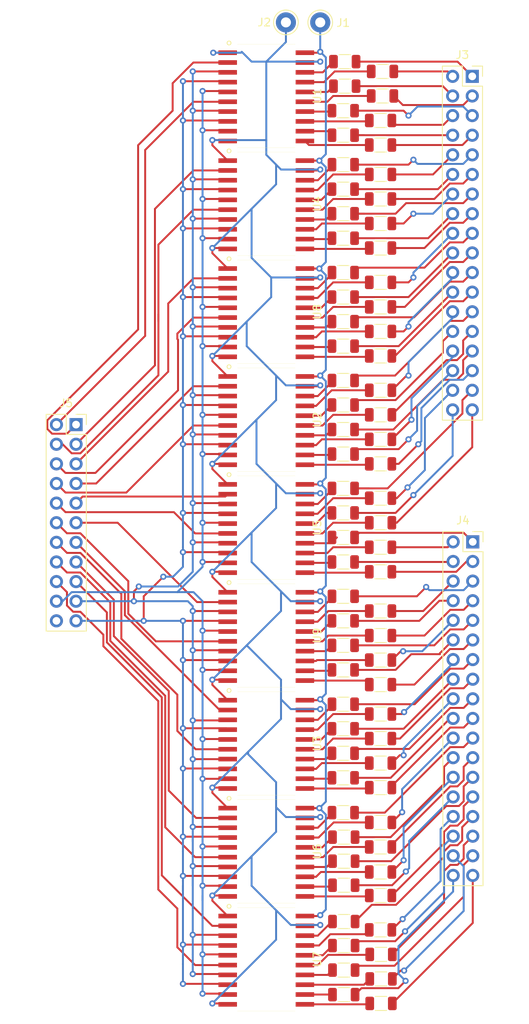
<source format=kicad_pcb>
(kicad_pcb (version 20171130) (host pcbnew 5.1.10-88a1d61d58~90~ubuntu20.10.1)
  (layers (0 F.Cu signal) (31 B.Cu signal) (34 B.Paste user) (35 F.Paste user) (36 B.SilkS user) (37 F.SilkS user) (38 B.Mask user) (39 F.Mask user) (44 Edge.Cuts user))
  (net 0 "")
  (net 1 /Vcc)
  (net 2 /gnd)
  (net 3 /TOP_SEL9)
  (net 4 /TOP_SYNC9)
  (net 5 /TOP_CLK9)
  (net 6 /TOP_D9_OUT)
  (net 7 /TOP_SEL8)
  (net 8 /TOP_SYNC8)
  (net 9 /TOP_CLK8)
  (net 10 /TOP_D8_OUT)
  (net 11 /TOP_SEL7)
  (net 12 /TOP_SYNC7)
  (net 13 /TOP_CLK7)
  (net 14 /TOP_D7_OUT)
  (net 15 /TOP_SEL6)
  (net 16 /TOP_SYNC6)
  (net 17 /TOP_CLK6)
  (net 18 /TOP_D6_OUT)
  (net 19 /TOP_SEL5)
  (net 20 /TOP_SYNC5)
  (net 21 /TOP_CLK5)
  (net 22 /TOP_D5_OUT)
  (net 23 /TOP_SEL4)
  (net 24 /TOP_SYNC4)
  (net 25 /TOP_CLK4)
  (net 26 /TOP_D4_OUT)
  (net 27 /TOP_SEL3)
  (net 28 /TOP_SYNC3)
  (net 29 /TOP_CLK3)
  (net 30 /TOP_D3_OUT)
  (net 31 /TOP_SEL2)
  (net 32 /TOP_SYNC2)
  (net 33 /TOP_CLK2)
  (net 34 /TOP_D2_OUT)
  (net 35 /TOP_SEL1)
  (net 36 /TOP_SYNC1)
  (net 37 /TOP_CLK1)
  (net 38 /TOP_D1_OUT)
  (net 39 /BOT_SEL9)
  (net 40 /BOT_SYNC9)
  (net 41 /BOT_CLK9)
  (net 42 /BOT_D9_OUT)
  (net 43 /BOT_SEL8)
  (net 44 /BOT_SYNC8)
  (net 45 /BOT_CLK8)
  (net 46 /BOT_D8_OUT)
  (net 47 /BOT_SEL7)
  (net 48 /BOT_SYNC7)
  (net 49 /BOT_CLK7)
  (net 50 /BOT_D7_OUT)
  (net 51 /BOT_SEL6)
  (net 52 /BOT_SYNC6)
  (net 53 /BOT_CLK6)
  (net 54 /BOT_D6_OUT)
  (net 55 /BOT_SEL5)
  (net 56 /BOT_SYNC5)
  (net 57 /BOT_CLK5)
  (net 58 /BOT_D5_OUT)
  (net 59 /BOT_SEL4)
  (net 60 /BOT_SYNC4)
  (net 61 /BOT_CLK4)
  (net 62 /BOT_D4_OUT)
  (net 63 /BOT_SEL3)
  (net 64 /BOT_SYNC3)
  (net 65 /BOT_CLK3)
  (net 66 /BOT_D3_OUT)
  (net 67 /BOT_SEL2)
  (net 68 /BOT_SYNC2)
  (net 69 /BOT_CLK2)
  (net 70 /BOT_D2_OUT)
  (net 71 /BOT_SEL1)
  (net 72 /BOT_SYNC1)
  (net 73 /BOT_CLK1)
  (net 74 /BOT_D1_OUT)
  (net 75 /X)
  (net 76 /sel)
  (net 77 /sync)
  (net 78 /clk)
  (net 79 /BOT_D9)
  (net 80 /BOT_D8)
  (net 81 /BOT_D7)
  (net 82 /BOT_D6)
  (net 83 /BOT_D5)
  (net 84 /BOT_D4)
  (net 85 /BOT_D3)
  (net 86 /BOT_D2)
  (net 87 /BOT_D1)
  (net 88 /TOP_D9)
  (net 89 /TOP_D8)
  (net 90 /TOP_D7)
  (net 91 /TOP_D6)
  (net 92 /TOP_D5)
  (net 93 /TOP_D4)
  (net 94 /TOP_D3)
  (net 95 /TOP_D2)
  (net 96 /TOP_D1)
  (net 97 /TOP_D1_R)
  (net 98 /TOP_D5_R)
  (net 99 /TOP_D9_R)
  (net 100 /BOT_D4_R)
  (net 101 /BOT_D8_R)
  (net 102 /TOP_CLK1_R)
  (net 103 /TOP_CLK5_R)
  (net 104 /TOP_CLK9_R)
  (net 105 /BOT_CLK4_R)
  (net 106 /BOT_CLK8_R)
  (net 107 /TOP_SEL1_R)
  (net 108 /TOP_SEL5_R)
  (net 109 /TOP_SEL9_R)
  (net 110 /BOT_SEL4_R)
  (net 111 /BOT_SEL8_R)
  (net 112 /TOP_SYNC1_R)
  (net 113 /TOP_SYNC5_R)
  (net 114 /TOP_SYNC9_R)
  (net 115 /BOT_SYNC4_R)
  (net 116 /BOT_SYNC8_R)
  (net 117 /TOP_D2_R)
  (net 118 /TOP_D6_R)
  (net 119 /BOT_D1_R)
  (net 120 /BOT_D5_R)
  (net 121 /BOT_D9_R)
  (net 122 /TOP_CLK2_R)
  (net 123 /TOP_CLK6_R)
  (net 124 /BOT_CLK1_R)
  (net 125 /BOT_CLK5_R)
  (net 126 /BOT_CLK9_R)
  (net 127 /TOP_SEL2_R)
  (net 128 /TOP_SEL6_R)
  (net 129 /BOT_SEL1_R)
  (net 130 /BOT_SEL5_R)
  (net 131 /BOT_SEL9_R)
  (net 132 /TOP_SYNC2_R)
  (net 133 /TOP_SYNC6_R)
  (net 134 /BOT_SYNC1_R)
  (net 135 /BOT_SYNC5_R)
  (net 136 /BOT_SYNC9_R)
  (net 137 /TOP_D3_R)
  (net 138 /TOP_D7_R)
  (net 139 /BOT_D2_R)
  (net 140 /BOT_D6_R)
  (net 141 /TOP_CLK3_R)
  (net 142 /TOP_CLK7_R)
  (net 143 /BOT_CLK2_R)
  (net 144 /BOT_CLK6_R)
  (net 145 /TOP_SEL7_R)
  (net 146 /BOT_SEL2_R)
  (net 147 /BOT_SEL6_R)
  (net 148 /TOP_SYNC3_R)
  (net 149 /TOP_SYNC7_R)
  (net 150 /BOT_SYNC2_R)
  (net 151 /BOT_SYNC6_R)
  (net 152 /TOP_D4_R)
  (net 153 /TOP_D8_R)
  (net 154 /BOT_D3_R)
  (net 155 /BOT_D7_R)
  (net 156 /TOP_CLK4_R)
  (net 157 /TOP_CLK8_R)
  (net 158 /BOT_CLK3_R)
  (net 159 /BOT_CLK7_R)
  (net 160 /TOP_SEL4_R)
  (net 161 /TOP_SEL8_R)
  (net 162 /BOT_SEL3_R)
  (net 163 /BOT_SEL7_R)
  (net 164 /TOP_SYNC4_R)
  (net 165 /TOP_SYNC8_R)
  (net 166 /BOT_SYNC3_R)
  (net 167 /BOT_SYNC7_R)
  (net 168 /TOP_SEL3_R)
  (module Resistor_SMD:R_1206_3216Metric (layer F.Cu) (at 80.262 146.05)
    (fp_text reference R40 hide)
    (fp_text value R)
    (pad 2 smd roundrect (at 1.4625 0) (size 1.125 1.75) (layers F.Cu F.Paste F.Mask) (roundrect_rratio 0.222222) (net 40 /BOT_SYNC9))
    (pad 1 smd roundrect (at -1.4625 0) (size 1.125 1.75) (layers F.Cu F.Paste F.Mask) (roundrect_rratio 0.222222) (net 136 /BOT_SYNC9_R))
  )
  (module Resistor_SMD:R_1206_3216Metric (layer F.Cu) (at 75.438 141.732)
    (fp_text reference R25 hide)
    (fp_text value R)
    (pad 2 smd roundrect (at 1.4625 0) (size 1.125 1.75) (layers F.Cu F.Paste F.Mask) (roundrect_rratio 0.222222) (net 42 /BOT_D9_OUT))
    (pad 1 smd roundrect (at -1.4625 0) (size 1.125 1.75) (layers F.Cu F.Paste F.Mask) (roundrect_rratio 0.222222) (net 121 /BOT_D9_R))
  )
  (module Resistor_SMD:R_1206_3216Metric (layer F.Cu) (at 80.262 139.7)
    (fp_text reference R20 hide)
    (fp_text value R)
    (pad 2 smd roundrect (at 1.4625 0) (size 1.125 1.75) (layers F.Cu F.Paste F.Mask) (roundrect_rratio 0.222222) (net 44 /BOT_SYNC8))
    (pad 1 smd roundrect (at -1.4625 0) (size 1.125 1.75) (layers F.Cu F.Paste F.Mask) (roundrect_rratio 0.222222) (net 116 /BOT_SYNC8_R))
  )
  (module Resistor_SMD:R_1206_3216Metric (layer F.Cu) (at 80.1985 136.525)
    (fp_text reference R10 hide)
    (fp_text value R)
    (pad 2 smd roundrect (at 1.4625 0) (size 1.125 1.75) (layers F.Cu F.Paste F.Mask) (roundrect_rratio 0.222222) (net 45 /BOT_CLK8))
    (pad 1 smd roundrect (at -1.4625 0) (size 1.125 1.75) (layers F.Cu F.Paste F.Mask) (roundrect_rratio 0.222222) (net 106 /BOT_CLK8_R))
  )
  (module Resistor_SMD:R_1206_3216Metric (layer F.Cu) (at 75.438 135.4455)
    (fp_text reference R5 hide)
    (fp_text value R)
    (pad 2 smd roundrect (at 1.4625 0) (size 1.125 1.75) (layers F.Cu F.Paste F.Mask) (roundrect_rratio 0.222222) (net 46 /BOT_D8_OUT))
    (pad 1 smd roundrect (at -1.4625 0) (size 1.125 1.75) (layers F.Cu F.Paste F.Mask) (roundrect_rratio 0.222222) (net 101 /BOT_D8_R))
  )
  (module Resistor_SMD:R_1206_3216Metric (layer F.Cu) (at 75.436 138.557)
    (fp_text reference R15 hide)
    (fp_text value R)
    (pad 2 smd roundrect (at 1.4625 0) (size 1.125 1.75) (layers F.Cu F.Paste F.Mask) (roundrect_rratio 0.222222) (net 43 /BOT_SEL8))
    (pad 1 smd roundrect (at -1.4625 0) (size 1.125 1.75) (layers F.Cu F.Paste F.Mask) (roundrect_rratio 0.222222) (net 111 /BOT_SEL8_R))
  )
  (module Resistor_SMD:R_1206_3216Metric (layer F.Cu) (at 80.264 142.875)
    (fp_text reference R30 hide)
    (fp_text value R)
    (pad 2 smd roundrect (at 1.4625 0) (size 1.125 1.75) (layers F.Cu F.Paste F.Mask) (roundrect_rratio 0.222222) (net 41 /BOT_CLK9))
    (pad 1 smd roundrect (at -1.4625 0) (size 1.125 1.75) (layers F.Cu F.Paste F.Mask) (roundrect_rratio 0.222222) (net 126 /BOT_CLK9_R))
  )
  (module Resistor_SMD:R_1206_3216Metric (layer F.Cu) (at 75.436 144.907)
    (fp_text reference R35 hide)
    (fp_text value R)
    (pad 2 smd roundrect (at 1.4625 0) (size 1.125 1.75) (layers F.Cu F.Paste F.Mask) (roundrect_rratio 0.222222) (net 39 /BOT_SEL9))
    (pad 1 smd roundrect (at -1.4625 0) (size 1.125 1.75) (layers F.Cu F.Paste F.Mask) (roundrect_rratio 0.222222) (net 131 /BOT_SEL9_R))
  )
  (module buffer_board:74HC541 (layer F.Cu) (at 65.405 28.575 270)
    (fp_text reference U1 (at 0 -6.604 90) (layer F.SilkS))
    (fp_text value 74LS541)
    (pad 11 smd rect (at 5.83 -5 270) (size 0.6 2.4) (layers F.Cu F.Paste F.Mask) (net 132 /TOP_SYNC2_R))
    (pad 12 smd rect (at 4.56 -5 270) (size 0.6 2.4) (layers F.Cu F.Paste F.Mask) (net 127 /TOP_SEL2_R))
    (pad 13 smd rect (at 3.29 -5 270) (size 0.6 2.4) (layers F.Cu F.Paste F.Mask) (net 122 /TOP_CLK2_R))
    (pad 14 smd rect (at 2.02 -5 270) (size 0.6 2.4) (layers F.Cu F.Paste F.Mask) (net 117 /TOP_D2_R))
    (pad 15 smd rect (at 0.75 -5 270) (size 0.6 2.4) (layers F.Cu F.Paste F.Mask) (net 112 /TOP_SYNC1_R))
    (pad 16 smd rect (at -0.52 -5 270) (size 0.6 2.4) (layers F.Cu F.Paste F.Mask) (net 107 /TOP_SEL1_R))
    (pad 17 smd rect (at -1.79 -5 270) (size 0.6 2.4) (layers F.Cu F.Paste F.Mask) (net 102 /TOP_CLK1_R))
    (pad 18 smd rect (at -3.06 -5 270) (size 0.6 2.4) (layers F.Cu F.Paste F.Mask) (net 97 /TOP_D1_R))
    (pad 19 smd rect (at -4.33 -5 270) (size 0.6 2.4) (layers F.Cu F.Paste F.Mask) (net 2 /gnd))
    (pad 20 smd rect (at -5.6 -5 270) (size 0.6 2.4) (layers F.Cu F.Paste F.Mask) (net 1 /Vcc))
    (pad 10 smd rect (at 5.83 5 270) (size 0.6 2.4) (layers F.Cu F.Paste F.Mask) (net 2 /gnd))
    (pad 9 smd rect (at 4.56 5 270) (size 0.6 2.4) (layers F.Cu F.Paste F.Mask) (net 77 /sync))
    (pad 8 smd rect (at 3.29 5 270) (size 0.6 2.4) (layers F.Cu F.Paste F.Mask) (net 76 /sel))
    (pad 7 smd rect (at 2.02 5 270) (size 0.6 2.4) (layers F.Cu F.Paste F.Mask) (net 78 /clk))
    (pad 6 smd rect (at 0.75 5 270) (size 0.6 2.4) (layers F.Cu F.Paste F.Mask) (net 95 /TOP_D2))
    (pad 5 smd rect (at -0.52 5 270) (size 0.6 2.4) (layers F.Cu F.Paste F.Mask) (net 77 /sync))
    (pad 4 smd rect (at -1.79 5 270) (size 0.6 2.4) (layers F.Cu F.Paste F.Mask) (net 76 /sel))
    (pad 3 smd rect (at -3.06 5 270) (size 0.6 2.4) (layers F.Cu F.Paste F.Mask) (net 78 /clk))
    (pad 2 smd rect (at -4.33 5 270) (size 0.6 2.4) (layers F.Cu F.Paste F.Mask) (net 96 /TOP_D1))
    (pad 1 smd rect (at -5.6 5 270) (size 0.6 2.4) (layers F.Cu F.Paste F.Mask) (net 2 /gnd))
  )
  (module Connector_PinSocket_2.54mm:PinSocket_2x11_P2.54mm_Vertical (layer F.Cu) (at 40.767 71.12)
    (fp_text reference J5 (at -1.27 -2.77) (layer F.SilkS))
    (fp_text value Conn_02x11_Odd_Even)
    (pad 22 thru_hole oval (at -2.54 25.4) (size 1.7 1.7) (drill 1) (layers *.Cu *.Mask) (net 75 /X))
    (pad 21 thru_hole oval (at 0 25.4) (size 1.7 1.7) (drill 1) (layers *.Cu *.Mask) (net 76 /sel))
    (pad 20 thru_hole oval (at -2.54 22.86) (size 1.7 1.7) (drill 1) (layers *.Cu *.Mask) (net 77 /sync))
    (pad 19 thru_hole oval (at 0 22.86) (size 1.7 1.7) (drill 1) (layers *.Cu *.Mask) (net 78 /clk))
    (pad 18 thru_hole oval (at -2.54 20.32) (size 1.7 1.7) (drill 1) (layers *.Cu *.Mask) (net 79 /BOT_D9))
    (pad 17 thru_hole oval (at 0 20.32) (size 1.7 1.7) (drill 1) (layers *.Cu *.Mask) (net 80 /BOT_D8))
    (pad 16 thru_hole oval (at -2.54 17.78) (size 1.7 1.7) (drill 1) (layers *.Cu *.Mask) (net 81 /BOT_D7))
    (pad 15 thru_hole oval (at 0 17.78) (size 1.7 1.7) (drill 1) (layers *.Cu *.Mask) (net 82 /BOT_D6))
    (pad 14 thru_hole oval (at -2.54 15.24) (size 1.7 1.7) (drill 1) (layers *.Cu *.Mask) (net 83 /BOT_D5))
    (pad 13 thru_hole oval (at 0 15.24) (size 1.7 1.7) (drill 1) (layers *.Cu *.Mask) (net 84 /BOT_D4))
    (pad 12 thru_hole oval (at -2.54 12.7) (size 1.7 1.7) (drill 1) (layers *.Cu *.Mask) (net 85 /BOT_D3))
    (pad 11 thru_hole oval (at 0 12.7) (size 1.7 1.7) (drill 1) (layers *.Cu *.Mask) (net 86 /BOT_D2))
    (pad 10 thru_hole oval (at -2.54 10.16) (size 1.7 1.7) (drill 1) (layers *.Cu *.Mask) (net 87 /BOT_D1))
    (pad 9 thru_hole oval (at 0 10.16) (size 1.7 1.7) (drill 1) (layers *.Cu *.Mask) (net 88 /TOP_D9))
    (pad 8 thru_hole oval (at -2.54 7.62) (size 1.7 1.7) (drill 1) (layers *.Cu *.Mask) (net 89 /TOP_D8))
    (pad 7 thru_hole oval (at 0 7.62) (size 1.7 1.7) (drill 1) (layers *.Cu *.Mask) (net 90 /TOP_D7))
    (pad 6 thru_hole oval (at -2.54 5.08) (size 1.7 1.7) (drill 1) (layers *.Cu *.Mask) (net 91 /TOP_D6))
    (pad 5 thru_hole oval (at 0 5.08) (size 1.7 1.7) (drill 1) (layers *.Cu *.Mask) (net 92 /TOP_D5))
    (pad 4 thru_hole oval (at -2.54 2.54) (size 1.7 1.7) (drill 1) (layers *.Cu *.Mask) (net 93 /TOP_D4))
    (pad 3 thru_hole oval (at 0 2.54) (size 1.7 1.7) (drill 1) (layers *.Cu *.Mask) (net 94 /TOP_D3))
    (pad 2 thru_hole oval (at -2.54 0) (size 1.7 1.7) (drill 1) (layers *.Cu *.Mask) (net 95 /TOP_D2))
    (pad 1 thru_hole rect (at 0 0) (size 1.7 1.7) (drill 1) (layers *.Cu *.Mask) (net 96 /TOP_D1))
  )
  (module buffer_board:74HC541 (layer F.Cu) (at 65.405 84.455 270)
    (fp_text reference U5 (at 0 -6.604 90) (layer F.SilkS))
    (fp_text value 74LS541)
    (pad 11 smd rect (at 5.83 -5 270) (size 0.6 2.4) (layers F.Cu F.Paste F.Mask) (net 134 /BOT_SYNC1_R))
    (pad 12 smd rect (at 4.56 -5 270) (size 0.6 2.4) (layers F.Cu F.Paste F.Mask) (net 129 /BOT_SEL1_R))
    (pad 13 smd rect (at 3.29 -5 270) (size 0.6 2.4) (layers F.Cu F.Paste F.Mask) (net 124 /BOT_CLK1_R))
    (pad 14 smd rect (at 2.02 -5 270) (size 0.6 2.4) (layers F.Cu F.Paste F.Mask) (net 119 /BOT_D1_R))
    (pad 15 smd rect (at 0.75 -5 270) (size 0.6 2.4) (layers F.Cu F.Paste F.Mask) (net 114 /TOP_SYNC9_R))
    (pad 16 smd rect (at -0.52 -5 270) (size 0.6 2.4) (layers F.Cu F.Paste F.Mask) (net 109 /TOP_SEL9_R))
    (pad 17 smd rect (at -1.79 -5 270) (size 0.6 2.4) (layers F.Cu F.Paste F.Mask) (net 104 /TOP_CLK9_R))
    (pad 18 smd rect (at -3.06 -5 270) (size 0.6 2.4) (layers F.Cu F.Paste F.Mask) (net 99 /TOP_D9_R))
    (pad 19 smd rect (at -4.33 -5 270) (size 0.6 2.4) (layers F.Cu F.Paste F.Mask) (net 2 /gnd))
    (pad 20 smd rect (at -5.6 -5 270) (size 0.6 2.4) (layers F.Cu F.Paste F.Mask) (net 1 /Vcc))
    (pad 10 smd rect (at 5.83 5 270) (size 0.6 2.4) (layers F.Cu F.Paste F.Mask) (net 2 /gnd))
    (pad 9 smd rect (at 4.56 5 270) (size 0.6 2.4) (layers F.Cu F.Paste F.Mask) (net 77 /sync))
    (pad 8 smd rect (at 3.29 5 270) (size 0.6 2.4) (layers F.Cu F.Paste F.Mask) (net 76 /sel))
    (pad 7 smd rect (at 2.02 5 270) (size 0.6 2.4) (layers F.Cu F.Paste F.Mask) (net 78 /clk))
    (pad 6 smd rect (at 0.75 5 270) (size 0.6 2.4) (layers F.Cu F.Paste F.Mask) (net 87 /BOT_D1))
    (pad 5 smd rect (at -0.52 5 270) (size 0.6 2.4) (layers F.Cu F.Paste F.Mask) (net 77 /sync))
    (pad 4 smd rect (at -1.79 5 270) (size 0.6 2.4) (layers F.Cu F.Paste F.Mask) (net 76 /sel))
    (pad 3 smd rect (at -3.06 5 270) (size 0.6 2.4) (layers F.Cu F.Paste F.Mask) (net 78 /clk))
    (pad 2 smd rect (at -4.33 5 270) (size 0.6 2.4) (layers F.Cu F.Paste F.Mask) (net 88 /TOP_D9))
    (pad 1 smd rect (at -5.6 5 270) (size 0.6 2.4) (layers F.Cu F.Paste F.Mask) (net 2 /gnd))
  )
  (module buffer_board:74HC541 (layer F.Cu) (at 65.405 42.545 270)
    (fp_text reference U4 (at 0 -6.604 90) (layer F.SilkS))
    (fp_text value 74LS541)
    (pad 11 smd rect (at 5.83 -5 270) (size 0.6 2.4) (layers F.Cu F.Paste F.Mask) (net 164 /TOP_SYNC4_R))
    (pad 12 smd rect (at 4.56 -5 270) (size 0.6 2.4) (layers F.Cu F.Paste F.Mask) (net 160 /TOP_SEL4_R))
    (pad 13 smd rect (at 3.29 -5 270) (size 0.6 2.4) (layers F.Cu F.Paste F.Mask) (net 156 /TOP_CLK4_R))
    (pad 14 smd rect (at 2.02 -5 270) (size 0.6 2.4) (layers F.Cu F.Paste F.Mask) (net 152 /TOP_D4_R))
    (pad 15 smd rect (at 0.75 -5 270) (size 0.6 2.4) (layers F.Cu F.Paste F.Mask) (net 148 /TOP_SYNC3_R))
    (pad 16 smd rect (at -0.52 -5 270) (size 0.6 2.4) (layers F.Cu F.Paste F.Mask) (net 168 /TOP_SEL3_R))
    (pad 17 smd rect (at -1.79 -5 270) (size 0.6 2.4) (layers F.Cu F.Paste F.Mask) (net 141 /TOP_CLK3_R))
    (pad 18 smd rect (at -3.06 -5 270) (size 0.6 2.4) (layers F.Cu F.Paste F.Mask) (net 137 /TOP_D3_R))
    (pad 19 smd rect (at -4.33 -5 270) (size 0.6 2.4) (layers F.Cu F.Paste F.Mask) (net 2 /gnd))
    (pad 20 smd rect (at -5.6 -5 270) (size 0.6 2.4) (layers F.Cu F.Paste F.Mask) (net 1 /Vcc))
    (pad 10 smd rect (at 5.83 5 270) (size 0.6 2.4) (layers F.Cu F.Paste F.Mask) (net 2 /gnd))
    (pad 9 smd rect (at 4.56 5 270) (size 0.6 2.4) (layers F.Cu F.Paste F.Mask) (net 77 /sync))
    (pad 8 smd rect (at 3.29 5 270) (size 0.6 2.4) (layers F.Cu F.Paste F.Mask) (net 76 /sel))
    (pad 7 smd rect (at 2.02 5 270) (size 0.6 2.4) (layers F.Cu F.Paste F.Mask) (net 78 /clk))
    (pad 6 smd rect (at 0.75 5 270) (size 0.6 2.4) (layers F.Cu F.Paste F.Mask) (net 93 /TOP_D4))
    (pad 5 smd rect (at -0.52 5 270) (size 0.6 2.4) (layers F.Cu F.Paste F.Mask) (net 77 /sync))
    (pad 4 smd rect (at -1.79 5 270) (size 0.6 2.4) (layers F.Cu F.Paste F.Mask) (net 76 /sel))
    (pad 3 smd rect (at -3.06 5 270) (size 0.6 2.4) (layers F.Cu F.Paste F.Mask) (net 78 /clk))
    (pad 2 smd rect (at -4.33 5 270) (size 0.6 2.4) (layers F.Cu F.Paste F.Mask) (net 94 /TOP_D3))
    (pad 1 smd rect (at -5.6 5 270) (size 0.6 2.4) (layers F.Cu F.Paste F.Mask) (net 2 /gnd))
  )
  (module buffer_board:74HC541 (layer F.Cu) (at 65.405 112.395 270)
    (fp_text reference U3 (at 0 -6.604 90) (layer F.SilkS))
    (fp_text value 74LS541)
    (pad 11 smd rect (at 5.83 -5 270) (size 0.6 2.4) (layers F.Cu F.Paste F.Mask) (net 135 /BOT_SYNC5_R))
    (pad 12 smd rect (at 4.56 -5 270) (size 0.6 2.4) (layers F.Cu F.Paste F.Mask) (net 130 /BOT_SEL5_R))
    (pad 13 smd rect (at 3.29 -5 270) (size 0.6 2.4) (layers F.Cu F.Paste F.Mask) (net 125 /BOT_CLK5_R))
    (pad 14 smd rect (at 2.02 -5 270) (size 0.6 2.4) (layers F.Cu F.Paste F.Mask) (net 120 /BOT_D5_R))
    (pad 15 smd rect (at 0.75 -5 270) (size 0.6 2.4) (layers F.Cu F.Paste F.Mask) (net 115 /BOT_SYNC4_R))
    (pad 16 smd rect (at -0.52 -5 270) (size 0.6 2.4) (layers F.Cu F.Paste F.Mask) (net 110 /BOT_SEL4_R))
    (pad 17 smd rect (at -1.79 -5 270) (size 0.6 2.4) (layers F.Cu F.Paste F.Mask) (net 105 /BOT_CLK4_R))
    (pad 18 smd rect (at -3.06 -5 270) (size 0.6 2.4) (layers F.Cu F.Paste F.Mask) (net 100 /BOT_D4_R))
    (pad 19 smd rect (at -4.33 -5 270) (size 0.6 2.4) (layers F.Cu F.Paste F.Mask) (net 2 /gnd))
    (pad 20 smd rect (at -5.6 -5 270) (size 0.6 2.4) (layers F.Cu F.Paste F.Mask) (net 1 /Vcc))
    (pad 10 smd rect (at 5.83 5 270) (size 0.6 2.4) (layers F.Cu F.Paste F.Mask) (net 2 /gnd))
    (pad 9 smd rect (at 4.56 5 270) (size 0.6 2.4) (layers F.Cu F.Paste F.Mask) (net 77 /sync))
    (pad 8 smd rect (at 3.29 5 270) (size 0.6 2.4) (layers F.Cu F.Paste F.Mask) (net 76 /sel))
    (pad 7 smd rect (at 2.02 5 270) (size 0.6 2.4) (layers F.Cu F.Paste F.Mask) (net 78 /clk))
    (pad 6 smd rect (at 0.75 5 270) (size 0.6 2.4) (layers F.Cu F.Paste F.Mask) (net 83 /BOT_D5))
    (pad 5 smd rect (at -0.52 5 270) (size 0.6 2.4) (layers F.Cu F.Paste F.Mask) (net 77 /sync))
    (pad 4 smd rect (at -1.79 5 270) (size 0.6 2.4) (layers F.Cu F.Paste F.Mask) (net 76 /sel))
    (pad 3 smd rect (at -3.06 5 270) (size 0.6 2.4) (layers F.Cu F.Paste F.Mask) (net 78 /clk))
    (pad 2 smd rect (at -4.33 5 270) (size 0.6 2.4) (layers F.Cu F.Paste F.Mask) (net 84 /BOT_D4))
    (pad 1 smd rect (at -5.6 5 270) (size 0.6 2.4) (layers F.Cu F.Paste F.Mask) (net 2 /gnd))
  )
  (module buffer_board:74HC541 (layer F.Cu) (at 65.405 98.425 270)
    (fp_text reference U9 (at 0 -6.604 90) (layer F.SilkS))
    (fp_text value 74LS541)
    (pad 11 smd rect (at 5.83 -5 270) (size 0.6 2.4) (layers F.Cu F.Paste F.Mask) (net 166 /BOT_SYNC3_R))
    (pad 12 smd rect (at 4.56 -5 270) (size 0.6 2.4) (layers F.Cu F.Paste F.Mask) (net 162 /BOT_SEL3_R))
    (pad 13 smd rect (at 3.29 -5 270) (size 0.6 2.4) (layers F.Cu F.Paste F.Mask) (net 158 /BOT_CLK3_R))
    (pad 14 smd rect (at 2.02 -5 270) (size 0.6 2.4) (layers F.Cu F.Paste F.Mask) (net 154 /BOT_D3_R))
    (pad 15 smd rect (at 0.75 -5 270) (size 0.6 2.4) (layers F.Cu F.Paste F.Mask) (net 150 /BOT_SYNC2_R))
    (pad 16 smd rect (at -0.52 -5 270) (size 0.6 2.4) (layers F.Cu F.Paste F.Mask) (net 146 /BOT_SEL2_R))
    (pad 17 smd rect (at -1.79 -5 270) (size 0.6 2.4) (layers F.Cu F.Paste F.Mask) (net 143 /BOT_CLK2_R))
    (pad 18 smd rect (at -3.06 -5 270) (size 0.6 2.4) (layers F.Cu F.Paste F.Mask) (net 139 /BOT_D2_R))
    (pad 19 smd rect (at -4.33 -5 270) (size 0.6 2.4) (layers F.Cu F.Paste F.Mask) (net 2 /gnd))
    (pad 20 smd rect (at -5.6 -5 270) (size 0.6 2.4) (layers F.Cu F.Paste F.Mask) (net 1 /Vcc))
    (pad 10 smd rect (at 5.83 5 270) (size 0.6 2.4) (layers F.Cu F.Paste F.Mask) (net 2 /gnd))
    (pad 9 smd rect (at 4.56 5 270) (size 0.6 2.4) (layers F.Cu F.Paste F.Mask) (net 77 /sync))
    (pad 8 smd rect (at 3.29 5 270) (size 0.6 2.4) (layers F.Cu F.Paste F.Mask) (net 76 /sel))
    (pad 7 smd rect (at 2.02 5 270) (size 0.6 2.4) (layers F.Cu F.Paste F.Mask) (net 78 /clk))
    (pad 6 smd rect (at 0.75 5 270) (size 0.6 2.4) (layers F.Cu F.Paste F.Mask) (net 85 /BOT_D3))
    (pad 5 smd rect (at -0.52 5 270) (size 0.6 2.4) (layers F.Cu F.Paste F.Mask) (net 77 /sync))
    (pad 4 smd rect (at -1.79 5 270) (size 0.6 2.4) (layers F.Cu F.Paste F.Mask) (net 76 /sel))
    (pad 3 smd rect (at -3.06 5 270) (size 0.6 2.4) (layers F.Cu F.Paste F.Mask) (net 78 /clk))
    (pad 2 smd rect (at -4.33 5 270) (size 0.6 2.4) (layers F.Cu F.Paste F.Mask) (net 86 /BOT_D2))
    (pad 1 smd rect (at -5.6 5 270) (size 0.6 2.4) (layers F.Cu F.Paste F.Mask) (net 2 /gnd))
  )
  (module buffer_board:74HC541 (layer F.Cu) (at 65.405 56.515 270)
    (fp_text reference U8 (at 0 -6.604 90) (layer F.SilkS))
    (fp_text value 74LS541)
    (pad 11 smd rect (at 5.83 -5 270) (size 0.6 2.4) (layers F.Cu F.Paste F.Mask) (net 133 /TOP_SYNC6_R))
    (pad 12 smd rect (at 4.56 -5 270) (size 0.6 2.4) (layers F.Cu F.Paste F.Mask) (net 128 /TOP_SEL6_R))
    (pad 13 smd rect (at 3.29 -5 270) (size 0.6 2.4) (layers F.Cu F.Paste F.Mask) (net 123 /TOP_CLK6_R))
    (pad 14 smd rect (at 2.02 -5 270) (size 0.6 2.4) (layers F.Cu F.Paste F.Mask) (net 118 /TOP_D6_R))
    (pad 15 smd rect (at 0.75 -5 270) (size 0.6 2.4) (layers F.Cu F.Paste F.Mask) (net 113 /TOP_SYNC5_R))
    (pad 16 smd rect (at -0.52 -5 270) (size 0.6 2.4) (layers F.Cu F.Paste F.Mask) (net 108 /TOP_SEL5_R))
    (pad 17 smd rect (at -1.79 -5 270) (size 0.6 2.4) (layers F.Cu F.Paste F.Mask) (net 103 /TOP_CLK5_R))
    (pad 18 smd rect (at -3.06 -5 270) (size 0.6 2.4) (layers F.Cu F.Paste F.Mask) (net 98 /TOP_D5_R))
    (pad 19 smd rect (at -4.33 -5 270) (size 0.6 2.4) (layers F.Cu F.Paste F.Mask) (net 2 /gnd))
    (pad 20 smd rect (at -5.6 -5 270) (size 0.6 2.4) (layers F.Cu F.Paste F.Mask) (net 1 /Vcc))
    (pad 10 smd rect (at 5.83 5 270) (size 0.6 2.4) (layers F.Cu F.Paste F.Mask) (net 2 /gnd))
    (pad 9 smd rect (at 4.56 5 270) (size 0.6 2.4) (layers F.Cu F.Paste F.Mask) (net 77 /sync))
    (pad 8 smd rect (at 3.29 5 270) (size 0.6 2.4) (layers F.Cu F.Paste F.Mask) (net 76 /sel))
    (pad 7 smd rect (at 2.02 5 270) (size 0.6 2.4) (layers F.Cu F.Paste F.Mask) (net 78 /clk))
    (pad 6 smd rect (at 0.75 5 270) (size 0.6 2.4) (layers F.Cu F.Paste F.Mask) (net 91 /TOP_D6))
    (pad 5 smd rect (at -0.52 5 270) (size 0.6 2.4) (layers F.Cu F.Paste F.Mask) (net 77 /sync))
    (pad 4 smd rect (at -1.79 5 270) (size 0.6 2.4) (layers F.Cu F.Paste F.Mask) (net 76 /sel))
    (pad 3 smd rect (at -3.06 5 270) (size 0.6 2.4) (layers F.Cu F.Paste F.Mask) (net 78 /clk))
    (pad 2 smd rect (at -4.33 5 270) (size 0.6 2.4) (layers F.Cu F.Paste F.Mask) (net 92 /TOP_D5))
    (pad 1 smd rect (at -5.6 5 270) (size 0.6 2.4) (layers F.Cu F.Paste F.Mask) (net 2 /gnd))
  )
  (module buffer_board:74HC541 (layer F.Cu) (at 65.405 140.335 270)
    (fp_text reference U7 (at 0 -6.604 90) (layer F.SilkS))
    (fp_text value 74LS541)
    (pad 11 smd rect (at 5.83 -5 270) (size 0.6 2.4) (layers F.Cu F.Paste F.Mask) (net 136 /BOT_SYNC9_R))
    (pad 12 smd rect (at 4.56 -5 270) (size 0.6 2.4) (layers F.Cu F.Paste F.Mask) (net 131 /BOT_SEL9_R))
    (pad 13 smd rect (at 3.29 -5 270) (size 0.6 2.4) (layers F.Cu F.Paste F.Mask) (net 126 /BOT_CLK9_R))
    (pad 14 smd rect (at 2.02 -5 270) (size 0.6 2.4) (layers F.Cu F.Paste F.Mask) (net 121 /BOT_D9_R))
    (pad 15 smd rect (at 0.75 -5 270) (size 0.6 2.4) (layers F.Cu F.Paste F.Mask) (net 116 /BOT_SYNC8_R))
    (pad 16 smd rect (at -0.52 -5 270) (size 0.6 2.4) (layers F.Cu F.Paste F.Mask) (net 111 /BOT_SEL8_R))
    (pad 17 smd rect (at -1.79 -5 270) (size 0.6 2.4) (layers F.Cu F.Paste F.Mask) (net 106 /BOT_CLK8_R))
    (pad 18 smd rect (at -3.06 -5 270) (size 0.6 2.4) (layers F.Cu F.Paste F.Mask) (net 101 /BOT_D8_R))
    (pad 19 smd rect (at -4.33 -5 270) (size 0.6 2.4) (layers F.Cu F.Paste F.Mask) (net 2 /gnd))
    (pad 20 smd rect (at -5.6 -5 270) (size 0.6 2.4) (layers F.Cu F.Paste F.Mask) (net 1 /Vcc))
    (pad 10 smd rect (at 5.83 5 270) (size 0.6 2.4) (layers F.Cu F.Paste F.Mask) (net 2 /gnd))
    (pad 9 smd rect (at 4.56 5 270) (size 0.6 2.4) (layers F.Cu F.Paste F.Mask) (net 77 /sync))
    (pad 8 smd rect (at 3.29 5 270) (size 0.6 2.4) (layers F.Cu F.Paste F.Mask) (net 76 /sel))
    (pad 7 smd rect (at 2.02 5 270) (size 0.6 2.4) (layers F.Cu F.Paste F.Mask) (net 78 /clk))
    (pad 6 smd rect (at 0.75 5 270) (size 0.6 2.4) (layers F.Cu F.Paste F.Mask) (net 79 /BOT_D9))
    (pad 5 smd rect (at -0.52 5 270) (size 0.6 2.4) (layers F.Cu F.Paste F.Mask) (net 77 /sync))
    (pad 4 smd rect (at -1.79 5 270) (size 0.6 2.4) (layers F.Cu F.Paste F.Mask) (net 76 /sel))
    (pad 3 smd rect (at -3.06 5 270) (size 0.6 2.4) (layers F.Cu F.Paste F.Mask) (net 78 /clk))
    (pad 2 smd rect (at -4.33 5 270) (size 0.6 2.4) (layers F.Cu F.Paste F.Mask) (net 80 /BOT_D8))
    (pad 1 smd rect (at -5.6 5 270) (size 0.6 2.4) (layers F.Cu F.Paste F.Mask) (net 2 /gnd))
  )
  (module buffer_board:74HC541 (layer F.Cu) (at 65.405 126.365 270)
    (fp_text reference U6 (at 0 -6.604 90) (layer F.SilkS))
    (fp_text value 74LS541)
    (pad 11 smd rect (at 5.83 -5 270) (size 0.6 2.4) (layers F.Cu F.Paste F.Mask) (net 167 /BOT_SYNC7_R))
    (pad 12 smd rect (at 4.56 -5 270) (size 0.6 2.4) (layers F.Cu F.Paste F.Mask) (net 163 /BOT_SEL7_R))
    (pad 13 smd rect (at 3.29 -5 270) (size 0.6 2.4) (layers F.Cu F.Paste F.Mask) (net 159 /BOT_CLK7_R))
    (pad 14 smd rect (at 2.02 -5 270) (size 0.6 2.4) (layers F.Cu F.Paste F.Mask) (net 155 /BOT_D7_R))
    (pad 15 smd rect (at 0.75 -5 270) (size 0.6 2.4) (layers F.Cu F.Paste F.Mask) (net 151 /BOT_SYNC6_R))
    (pad 16 smd rect (at -0.52 -5 270) (size 0.6 2.4) (layers F.Cu F.Paste F.Mask) (net 147 /BOT_SEL6_R))
    (pad 17 smd rect (at -1.79 -5 270) (size 0.6 2.4) (layers F.Cu F.Paste F.Mask) (net 144 /BOT_CLK6_R))
    (pad 18 smd rect (at -3.06 -5 270) (size 0.6 2.4) (layers F.Cu F.Paste F.Mask) (net 140 /BOT_D6_R))
    (pad 19 smd rect (at -4.33 -5 270) (size 0.6 2.4) (layers F.Cu F.Paste F.Mask) (net 2 /gnd))
    (pad 20 smd rect (at -5.6 -5 270) (size 0.6 2.4) (layers F.Cu F.Paste F.Mask) (net 1 /Vcc))
    (pad 10 smd rect (at 5.83 5 270) (size 0.6 2.4) (layers F.Cu F.Paste F.Mask) (net 2 /gnd))
    (pad 9 smd rect (at 4.56 5 270) (size 0.6 2.4) (layers F.Cu F.Paste F.Mask) (net 77 /sync))
    (pad 8 smd rect (at 3.29 5 270) (size 0.6 2.4) (layers F.Cu F.Paste F.Mask) (net 76 /sel))
    (pad 7 smd rect (at 2.02 5 270) (size 0.6 2.4) (layers F.Cu F.Paste F.Mask) (net 78 /clk))
    (pad 6 smd rect (at 0.75 5 270) (size 0.6 2.4) (layers F.Cu F.Paste F.Mask) (net 81 /BOT_D7))
    (pad 5 smd rect (at -0.52 5 270) (size 0.6 2.4) (layers F.Cu F.Paste F.Mask) (net 77 /sync))
    (pad 4 smd rect (at -1.79 5 270) (size 0.6 2.4) (layers F.Cu F.Paste F.Mask) (net 76 /sel))
    (pad 3 smd rect (at -3.06 5 270) (size 0.6 2.4) (layers F.Cu F.Paste F.Mask) (net 78 /clk))
    (pad 2 smd rect (at -4.33 5 270) (size 0.6 2.4) (layers F.Cu F.Paste F.Mask) (net 82 /BOT_D6))
    (pad 1 smd rect (at -5.6 5 270) (size 0.6 2.4) (layers F.Cu F.Paste F.Mask) (net 2 /gnd))
  )
  (module buffer_board:74HC541 (layer F.Cu) (at 65.405 70.485 270)
    (fp_text reference U2 (at 0 -6.604 90) (layer F.SilkS))
    (fp_text value 74LS541)
    (pad 11 smd rect (at 5.83 -5 270) (size 0.6 2.4) (layers F.Cu F.Paste F.Mask) (net 165 /TOP_SYNC8_R))
    (pad 12 smd rect (at 4.56 -5 270) (size 0.6 2.4) (layers F.Cu F.Paste F.Mask) (net 161 /TOP_SEL8_R))
    (pad 13 smd rect (at 3.29 -5 270) (size 0.6 2.4) (layers F.Cu F.Paste F.Mask) (net 157 /TOP_CLK8_R))
    (pad 14 smd rect (at 2.02 -5 270) (size 0.6 2.4) (layers F.Cu F.Paste F.Mask) (net 153 /TOP_D8_R))
    (pad 15 smd rect (at 0.75 -5 270) (size 0.6 2.4) (layers F.Cu F.Paste F.Mask) (net 149 /TOP_SYNC7_R))
    (pad 16 smd rect (at -0.52 -5 270) (size 0.6 2.4) (layers F.Cu F.Paste F.Mask) (net 145 /TOP_SEL7_R))
    (pad 17 smd rect (at -1.79 -5 270) (size 0.6 2.4) (layers F.Cu F.Paste F.Mask) (net 142 /TOP_CLK7_R))
    (pad 18 smd rect (at -3.06 -5 270) (size 0.6 2.4) (layers F.Cu F.Paste F.Mask) (net 138 /TOP_D7_R))
    (pad 19 smd rect (at -4.33 -5 270) (size 0.6 2.4) (layers F.Cu F.Paste F.Mask) (net 2 /gnd))
    (pad 20 smd rect (at -5.6 -5 270) (size 0.6 2.4) (layers F.Cu F.Paste F.Mask) (net 1 /Vcc))
    (pad 10 smd rect (at 5.83 5 270) (size 0.6 2.4) (layers F.Cu F.Paste F.Mask) (net 2 /gnd))
    (pad 9 smd rect (at 4.56 5 270) (size 0.6 2.4) (layers F.Cu F.Paste F.Mask) (net 77 /sync))
    (pad 8 smd rect (at 3.29 5 270) (size 0.6 2.4) (layers F.Cu F.Paste F.Mask) (net 76 /sel))
    (pad 7 smd rect (at 2.02 5 270) (size 0.6 2.4) (layers F.Cu F.Paste F.Mask) (net 78 /clk))
    (pad 6 smd rect (at 0.75 5 270) (size 0.6 2.4) (layers F.Cu F.Paste F.Mask) (net 89 /TOP_D8))
    (pad 5 smd rect (at -0.52 5 270) (size 0.6 2.4) (layers F.Cu F.Paste F.Mask) (net 77 /sync))
    (pad 4 smd rect (at -1.79 5 270) (size 0.6 2.4) (layers F.Cu F.Paste F.Mask) (net 76 /sel))
    (pad 3 smd rect (at -3.06 5 270) (size 0.6 2.4) (layers F.Cu F.Paste F.Mask) (net 78 /clk))
    (pad 2 smd rect (at -4.33 5 270) (size 0.6 2.4) (layers F.Cu F.Paste F.Mask) (net 90 /TOP_D7))
    (pad 1 smd rect (at -5.6 5 270) (size 0.6 2.4) (layers F.Cu F.Paste F.Mask) (net 2 /gnd))
  )
  (module Resistor_SMD:R_1206_3216Metric (layer F.Cu) (at 80.2005 132.08)
    (fp_text reference R72 hide)
    (fp_text value R)
    (pad 2 smd roundrect (at 1.4625 0) (size 1.125 1.75) (layers F.Cu F.Paste F.Mask) (roundrect_rratio 0.222222) (net 48 /BOT_SYNC7))
    (pad 1 smd roundrect (at -1.4625 0) (size 1.125 1.75) (layers F.Cu F.Paste F.Mask) (roundrect_rratio 0.222222) (net 167 /BOT_SYNC7_R))
  )
  (module Resistor_SMD:R_1206_3216Metric (layer F.Cu) (at 80.2025 104.775)
    (fp_text reference R71 hide)
    (fp_text value R)
    (pad 2 smd roundrect (at 1.4625 0) (size 1.125 1.75) (layers F.Cu F.Paste F.Mask) (roundrect_rratio 0.222222) (net 64 /BOT_SYNC3))
    (pad 1 smd roundrect (at -1.4625 0) (size 1.125 1.75) (layers F.Cu F.Paste F.Mask) (roundrect_rratio 0.222222) (net 166 /BOT_SYNC3_R))
  )
  (module Resistor_SMD:R_1206_3216Metric (layer F.Cu) (at 80.2025 76.2)
    (fp_text reference R70 hide)
    (fp_text value R)
    (pad 2 smd roundrect (at 1.4625 0) (size 1.125 1.75) (layers F.Cu F.Paste F.Mask) (roundrect_rratio 0.222222) (net 8 /TOP_SYNC8))
    (pad 1 smd roundrect (at -1.4625 0) (size 1.125 1.75) (layers F.Cu F.Paste F.Mask) (roundrect_rratio 0.222222) (net 165 /TOP_SYNC8_R))
  )
  (module Resistor_SMD:R_1206_3216Metric (layer F.Cu) (at 80.2025 48.26 180)
    (fp_text reference R69 hide)
    (fp_text value R)
    (pad 2 smd roundrect (at 1.4625 0 180) (size 1.125 1.75) (layers F.Cu F.Paste F.Mask) (roundrect_rratio 0.222222) (net 164 /TOP_SYNC4_R))
    (pad 1 smd roundrect (at -1.4625 0 180) (size 1.125 1.75) (layers F.Cu F.Paste F.Mask) (roundrect_rratio 0.222222) (net 24 /TOP_SYNC4))
  )
  (module Resistor_SMD:R_1206_3216Metric (layer F.Cu) (at 75.438 130.7465)
    (fp_text reference R68 hide)
    (fp_text value R)
    (pad 2 smd roundrect (at 1.4625 0) (size 1.125 1.75) (layers F.Cu F.Paste F.Mask) (roundrect_rratio 0.222222) (net 47 /BOT_SEL7))
    (pad 1 smd roundrect (at -1.4625 0) (size 1.125 1.75) (layers F.Cu F.Paste F.Mask) (roundrect_rratio 0.222222) (net 163 /BOT_SEL7_R))
  )
  (module Resistor_SMD:R_1206_3216Metric (layer F.Cu) (at 75.3725 102.87)
    (fp_text reference R67 hide)
    (fp_text value R)
    (pad 2 smd roundrect (at 1.4625 0) (size 1.125 1.75) (layers F.Cu F.Paste F.Mask) (roundrect_rratio 0.222222) (net 63 /BOT_SEL3))
    (pad 1 smd roundrect (at -1.4625 0) (size 1.125 1.75) (layers F.Cu F.Paste F.Mask) (roundrect_rratio 0.222222) (net 162 /BOT_SEL3_R))
  )
  (module Resistor_SMD:R_1206_3216Metric (layer F.Cu) (at 75.3725 74.93)
    (fp_text reference R66 hide)
    (fp_text value R)
    (pad 2 smd roundrect (at 1.4625 0) (size 1.125 1.75) (layers F.Cu F.Paste F.Mask) (roundrect_rratio 0.222222) (net 7 /TOP_SEL8))
    (pad 1 smd roundrect (at -1.4625 0) (size 1.125 1.75) (layers F.Cu F.Paste F.Mask) (roundrect_rratio 0.222222) (net 161 /TOP_SEL8_R))
  )
  (module Resistor_SMD:R_1206_3216Metric (layer F.Cu) (at 75.3725 46.99 180)
    (fp_text reference R65 hide)
    (fp_text value R)
    (pad 1 smd roundrect (at -1.4625 0 180) (size 1.125 1.75) (layers F.Cu F.Paste F.Mask) (roundrect_rratio 0.222222) (net 23 /TOP_SEL4))
    (pad 2 smd roundrect (at 1.4625 0 180) (size 1.125 1.75) (layers F.Cu F.Paste F.Mask) (roundrect_rratio 0.222222) (net 160 /TOP_SEL4_R))
  )
  (module Resistor_SMD:R_1206_3216Metric (layer F.Cu) (at 80.2005 129.032)
    (fp_text reference R64 hide)
    (fp_text value R)
    (pad 2 smd roundrect (at 1.4625 0) (size 1.125 1.75) (layers F.Cu F.Paste F.Mask) (roundrect_rratio 0.222222) (net 49 /BOT_CLK7))
    (pad 1 smd roundrect (at -1.4625 0) (size 1.125 1.75) (layers F.Cu F.Paste F.Mask) (roundrect_rratio 0.222222) (net 159 /BOT_CLK7_R))
  )
  (module Resistor_SMD:R_1206_3216Metric (layer F.Cu) (at 80.2025 101.6)
    (fp_text reference R63 hide)
    (fp_text value R)
    (pad 2 smd roundrect (at 1.4625 0) (size 1.125 1.75) (layers F.Cu F.Paste F.Mask) (roundrect_rratio 0.222222) (net 65 /BOT_CLK3))
    (pad 1 smd roundrect (at -1.4625 0) (size 1.125 1.75) (layers F.Cu F.Paste F.Mask) (roundrect_rratio 0.222222) (net 158 /BOT_CLK3_R))
  )
  (module Resistor_SMD:R_1206_3216Metric (layer F.Cu) (at 80.2025 73.025)
    (fp_text reference R62 hide)
    (fp_text value R)
    (pad 2 smd roundrect (at 1.4625 0) (size 1.125 1.75) (layers F.Cu F.Paste F.Mask) (roundrect_rratio 0.222222) (net 9 /TOP_CLK8))
    (pad 1 smd roundrect (at -1.4625 0) (size 1.125 1.75) (layers F.Cu F.Paste F.Mask) (roundrect_rratio 0.222222) (net 157 /TOP_CLK8_R))
  )
  (module Resistor_SMD:R_1206_3216Metric (layer F.Cu) (at 80.2025 45.085 180)
    (fp_text reference R61 hide)
    (fp_text value R)
    (pad 1 smd roundrect (at -1.4625 0 180) (size 1.125 1.75) (layers F.Cu F.Paste F.Mask) (roundrect_rratio 0.222222) (net 25 /TOP_CLK4))
    (pad 2 smd roundrect (at 1.4625 0 180) (size 1.125 1.75) (layers F.Cu F.Paste F.Mask) (roundrect_rratio 0.222222) (net 156 /TOP_CLK4_R))
  )
  (module Resistor_SMD:R_1206_3216Metric (layer F.Cu) (at 75.44 127.635)
    (fp_text reference R60 hide)
    (fp_text value R)
    (pad 2 smd roundrect (at 1.4625 0) (size 1.125 1.75) (layers F.Cu F.Paste F.Mask) (roundrect_rratio 0.222222) (net 50 /BOT_D7_OUT))
    (pad 1 smd roundrect (at -1.4625 0) (size 1.125 1.75) (layers F.Cu F.Paste F.Mask) (roundrect_rratio 0.222222) (net 155 /BOT_D7_R))
  )
  (module Resistor_SMD:R_1206_3216Metric (layer F.Cu) (at 75.3725 99.695)
    (fp_text reference R59 hide)
    (fp_text value R)
    (pad 2 smd roundrect (at 1.4625 0) (size 1.125 1.75) (layers F.Cu F.Paste F.Mask) (roundrect_rratio 0.222222) (net 66 /BOT_D3_OUT))
    (pad 1 smd roundrect (at -1.4625 0) (size 1.125 1.75) (layers F.Cu F.Paste F.Mask) (roundrect_rratio 0.222222) (net 154 /BOT_D3_R))
  )
  (module Resistor_SMD:R_1206_3216Metric (layer F.Cu) (at 75.3725 71.755)
    (fp_text reference R58 hide)
    (fp_text value R)
    (pad 2 smd roundrect (at 1.4625 0) (size 1.125 1.75) (layers F.Cu F.Paste F.Mask) (roundrect_rratio 0.222222) (net 10 /TOP_D8_OUT))
    (pad 1 smd roundrect (at -1.4625 0) (size 1.125 1.75) (layers F.Cu F.Paste F.Mask) (roundrect_rratio 0.222222) (net 153 /TOP_D8_R))
  )
  (module Resistor_SMD:R_1206_3216Metric (layer F.Cu) (at 75.3725 43.815 180)
    (fp_text reference R57 hide)
    (fp_text value R)
    (pad 2 smd roundrect (at 1.4625 0 180) (size 1.125 1.75) (layers F.Cu F.Paste F.Mask) (roundrect_rratio 0.222222) (net 152 /TOP_D4_R))
    (pad 1 smd roundrect (at -1.4625 0 180) (size 1.125 1.75) (layers F.Cu F.Paste F.Mask) (roundrect_rratio 0.222222) (net 26 /TOP_D4_OUT))
  )
  (module Resistor_SMD:R_1206_3216Metric (layer F.Cu) (at 80.1985 125.7935)
    (fp_text reference R56 hide)
    (fp_text value R)
    (pad 2 smd roundrect (at 1.4625 0) (size 1.125 1.75) (layers F.Cu F.Paste F.Mask) (roundrect_rratio 0.222222) (net 52 /BOT_SYNC6))
    (pad 1 smd roundrect (at -1.4625 0) (size 1.125 1.75) (layers F.Cu F.Paste F.Mask) (roundrect_rratio 0.222222) (net 151 /BOT_SYNC6_R))
  )
  (module Resistor_SMD:R_1206_3216Metric (layer F.Cu) (at 80.2025 98.425)
    (fp_text reference R55 hide)
    (fp_text value R)
    (pad 2 smd roundrect (at 1.4625 0) (size 1.125 1.75) (layers F.Cu F.Paste F.Mask) (roundrect_rratio 0.222222) (net 68 /BOT_SYNC2))
    (pad 1 smd roundrect (at -1.4625 0) (size 1.125 1.75) (layers F.Cu F.Paste F.Mask) (roundrect_rratio 0.222222) (net 150 /BOT_SYNC2_R))
  )
  (module Resistor_SMD:R_1206_3216Metric (layer F.Cu) (at 80.2025 69.85)
    (fp_text reference R54 hide)
    (fp_text value R)
    (pad 2 smd roundrect (at 1.4625 0) (size 1.125 1.75) (layers F.Cu F.Paste F.Mask) (roundrect_rratio 0.222222) (net 12 /TOP_SYNC7))
    (pad 1 smd roundrect (at -1.4625 0) (size 1.125 1.75) (layers F.Cu F.Paste F.Mask) (roundrect_rratio 0.222222) (net 149 /TOP_SYNC7_R))
  )
  (module Resistor_SMD:R_1206_3216Metric (layer F.Cu) (at 80.2025 41.91 180)
    (fp_text reference R53 hide)
    (fp_text value R)
    (pad 2 smd roundrect (at 1.4625 0 180) (size 1.125 1.75) (layers F.Cu F.Paste F.Mask) (roundrect_rratio 0.222222) (net 148 /TOP_SYNC3_R))
    (pad 1 smd roundrect (at -1.4625 0 180) (size 1.125 1.75) (layers F.Cu F.Paste F.Mask) (roundrect_rratio 0.222222) (net 28 /TOP_SYNC3))
  )
  (module Resistor_SMD:R_1206_3216Metric (layer F.Cu) (at 75.436 124.5235)
    (fp_text reference R52 hide)
    (fp_text value R)
    (pad 2 smd roundrect (at 1.4625 0) (size 1.125 1.75) (layers F.Cu F.Paste F.Mask) (roundrect_rratio 0.222222) (net 51 /BOT_SEL6))
    (pad 1 smd roundrect (at -1.4625 0) (size 1.125 1.75) (layers F.Cu F.Paste F.Mask) (roundrect_rratio 0.222222) (net 147 /BOT_SEL6_R))
  )
  (module Resistor_SMD:R_1206_3216Metric (layer F.Cu) (at 75.3725 96.52)
    (fp_text reference R51 hide)
    (fp_text value R)
    (pad 2 smd roundrect (at 1.4625 0) (size 1.125 1.75) (layers F.Cu F.Paste F.Mask) (roundrect_rratio 0.222222) (net 67 /BOT_SEL2))
    (pad 1 smd roundrect (at -1.4625 0) (size 1.125 1.75) (layers F.Cu F.Paste F.Mask) (roundrect_rratio 0.222222) (net 146 /BOT_SEL2_R))
  )
  (module Resistor_SMD:R_1206_3216Metric (layer F.Cu) (at 75.3725 68.58)
    (fp_text reference R50 hide)
    (fp_text value R)
    (pad 2 smd roundrect (at 1.4625 0) (size 1.125 1.75) (layers F.Cu F.Paste F.Mask) (roundrect_rratio 0.222222) (net 11 /TOP_SEL7))
    (pad 1 smd roundrect (at -1.4625 0) (size 1.125 1.75) (layers F.Cu F.Paste F.Mask) (roundrect_rratio 0.222222) (net 145 /TOP_SEL7_R))
  )
  (module Resistor_SMD:R_1206_3216Metric (layer F.Cu) (at 75.3725 40.64 180)
    (fp_text reference R49 hide)
    (fp_text value R)
    (pad 2 smd roundrect (at 1.4625 0 180) (size 1.125 1.75) (layers F.Cu F.Paste F.Mask) (roundrect_rratio 0.222222) (net 168 /TOP_SEL3_R))
    (pad 1 smd roundrect (at -1.4625 0 180) (size 1.125 1.75) (layers F.Cu F.Paste F.Mask) (roundrect_rratio 0.222222) (net 27 /TOP_SEL3))
  )
  (module Resistor_SMD:R_1206_3216Metric (layer F.Cu) (at 80.2025 122.6185)
    (fp_text reference R48 hide)
    (fp_text value R)
    (pad 2 smd roundrect (at 1.4625 0) (size 1.125 1.75) (layers F.Cu F.Paste F.Mask) (roundrect_rratio 0.222222) (net 53 /BOT_CLK6))
    (pad 1 smd roundrect (at -1.4625 0) (size 1.125 1.75) (layers F.Cu F.Paste F.Mask) (roundrect_rratio 0.222222) (net 144 /BOT_CLK6_R))
  )
  (module Resistor_SMD:R_1206_3216Metric (layer F.Cu) (at 80.2025 95.25)
    (fp_text reference R47 hide)
    (fp_text value R)
    (pad 2 smd roundrect (at 1.4625 0) (size 1.125 1.75) (layers F.Cu F.Paste F.Mask) (roundrect_rratio 0.222222) (net 69 /BOT_CLK2))
    (pad 1 smd roundrect (at -1.4625 0) (size 1.125 1.75) (layers F.Cu F.Paste F.Mask) (roundrect_rratio 0.222222) (net 143 /BOT_CLK2_R))
  )
  (module Resistor_SMD:R_1206_3216Metric (layer F.Cu) (at 80.2025 66.675)
    (fp_text reference R46 hide)
    (fp_text value R)
    (pad 2 smd roundrect (at 1.4625 0) (size 1.125 1.75) (layers F.Cu F.Paste F.Mask) (roundrect_rratio 0.222222) (net 13 /TOP_CLK7))
    (pad 1 smd roundrect (at -1.4625 0) (size 1.125 1.75) (layers F.Cu F.Paste F.Mask) (roundrect_rratio 0.222222) (net 142 /TOP_CLK7_R))
  )
  (module Resistor_SMD:R_1206_3216Metric (layer F.Cu) (at 80.2025 38.735 180)
    (fp_text reference R45 hide)
    (fp_text value R)
    (pad 2 smd roundrect (at 1.4625 0 180) (size 1.125 1.75) (layers F.Cu F.Paste F.Mask) (roundrect_rratio 0.222222) (net 141 /TOP_CLK3_R))
    (pad 1 smd roundrect (at -1.4625 0 180) (size 1.125 1.75) (layers F.Cu F.Paste F.Mask) (roundrect_rratio 0.222222) (net 29 /TOP_CLK3))
  )
  (module Resistor_SMD:R_1206_3216Metric (layer F.Cu) (at 75.3725 121.3485)
    (fp_text reference R44 hide)
    (fp_text value R)
    (pad 2 smd roundrect (at 1.4625 0) (size 1.125 1.75) (layers F.Cu F.Paste F.Mask) (roundrect_rratio 0.222222) (net 54 /BOT_D6_OUT))
    (pad 1 smd roundrect (at -1.4625 0) (size 1.125 1.75) (layers F.Cu F.Paste F.Mask) (roundrect_rratio 0.222222) (net 140 /BOT_D6_R))
  )
  (module Resistor_SMD:R_1206_3216Metric (layer F.Cu) (at 75.3725 93.345)
    (fp_text reference R43 hide)
    (fp_text value R)
    (pad 2 smd roundrect (at 1.4625 0) (size 1.125 1.75) (layers F.Cu F.Paste F.Mask) (roundrect_rratio 0.222222) (net 70 /BOT_D2_OUT))
    (pad 1 smd roundrect (at -1.4625 0) (size 1.125 1.75) (layers F.Cu F.Paste F.Mask) (roundrect_rratio 0.222222) (net 139 /BOT_D2_R))
  )
  (module Resistor_SMD:R_1206_3216Metric (layer F.Cu) (at 75.3725 65.405)
    (fp_text reference R42 hide)
    (fp_text value R)
    (pad 2 smd roundrect (at 1.4625 0) (size 1.125 1.75) (layers F.Cu F.Paste F.Mask) (roundrect_rratio 0.222222) (net 14 /TOP_D7_OUT))
    (pad 1 smd roundrect (at -1.4625 0) (size 1.125 1.75) (layers F.Cu F.Paste F.Mask) (roundrect_rratio 0.222222) (net 138 /TOP_D7_R))
  )
  (module Resistor_SMD:R_1206_3216Metric (layer F.Cu) (at 75.3725 37.465 180)
    (fp_text reference R41 hide)
    (fp_text value R)
    (pad 2 smd roundrect (at 1.4625 0 180) (size 1.125 1.75) (layers F.Cu F.Paste F.Mask) (roundrect_rratio 0.222222) (net 137 /TOP_D3_R))
    (pad 1 smd roundrect (at -1.4625 0 180) (size 1.125 1.75) (layers F.Cu F.Paste F.Mask) (roundrect_rratio 0.222222) (net 30 /TOP_D3_OUT))
  )
  (module Resistor_SMD:R_1206_3216Metric (layer F.Cu) (at 80.2025 118.11)
    (fp_text reference R39 hide)
    (fp_text value R)
    (pad 2 smd roundrect (at 1.4625 0) (size 1.125 1.75) (layers F.Cu F.Paste F.Mask) (roundrect_rratio 0.222222) (net 56 /BOT_SYNC5))
    (pad 1 smd roundrect (at -1.4625 0) (size 1.125 1.75) (layers F.Cu F.Paste F.Mask) (roundrect_rratio 0.222222) (net 135 /BOT_SYNC5_R))
  )
  (module Resistor_SMD:R_1206_3216Metric (layer F.Cu) (at 80.2025 90.17)
    (fp_text reference R38 hide)
    (fp_text value R)
    (pad 2 smd roundrect (at 1.4625 0) (size 1.125 1.75) (layers F.Cu F.Paste F.Mask) (roundrect_rratio 0.222222) (net 72 /BOT_SYNC1))
    (pad 1 smd roundrect (at -1.4625 0) (size 1.125 1.75) (layers F.Cu F.Paste F.Mask) (roundrect_rratio 0.222222) (net 134 /BOT_SYNC1_R))
  )
  (module Resistor_SMD:R_1206_3216Metric (layer F.Cu) (at 80.2025 62.23)
    (fp_text reference R37 hide)
    (fp_text value R)
    (pad 2 smd roundrect (at 1.4625 0) (size 1.125 1.75) (layers F.Cu F.Paste F.Mask) (roundrect_rratio 0.222222) (net 16 /TOP_SYNC6))
    (pad 1 smd roundrect (at -1.4625 0) (size 1.125 1.75) (layers F.Cu F.Paste F.Mask) (roundrect_rratio 0.222222) (net 133 /TOP_SYNC6_R))
  )
  (module Resistor_SMD:R_1206_3216Metric (layer F.Cu) (at 80.2025 34.925 180)
    (fp_text reference R36 hide)
    (fp_text value R)
    (pad 2 smd roundrect (at 1.4625 0 180) (size 1.125 1.75) (layers F.Cu F.Paste F.Mask) (roundrect_rratio 0.222222) (net 132 /TOP_SYNC2_R))
    (pad 1 smd roundrect (at -1.4625 0 180) (size 1.125 1.75) (layers F.Cu F.Paste F.Mask) (roundrect_rratio 0.222222) (net 32 /TOP_SYNC2))
  )
  (module Resistor_SMD:R_1206_3216Metric (layer F.Cu) (at 75.3725 116.84)
    (fp_text reference R34 hide)
    (fp_text value R)
    (pad 2 smd roundrect (at 1.4625 0) (size 1.125 1.75) (layers F.Cu F.Paste F.Mask) (roundrect_rratio 0.222222) (net 55 /BOT_SEL5))
    (pad 1 smd roundrect (at -1.4625 0) (size 1.125 1.75) (layers F.Cu F.Paste F.Mask) (roundrect_rratio 0.222222) (net 130 /BOT_SEL5_R))
  )
  (module Resistor_SMD:R_1206_3216Metric (layer F.Cu) (at 75.3725 88.9)
    (fp_text reference R33 hide)
    (fp_text value R)
    (pad 2 smd roundrect (at 1.4625 0) (size 1.125 1.75) (layers F.Cu F.Paste F.Mask) (roundrect_rratio 0.222222) (net 71 /BOT_SEL1))
    (pad 1 smd roundrect (at -1.4625 0) (size 1.125 1.75) (layers F.Cu F.Paste F.Mask) (roundrect_rratio 0.222222) (net 129 /BOT_SEL1_R))
  )
  (module Resistor_SMD:R_1206_3216Metric (layer F.Cu) (at 75.3725 60.96)
    (fp_text reference R32 hide)
    (fp_text value R)
    (pad 2 smd roundrect (at 1.4625 0) (size 1.125 1.75) (layers F.Cu F.Paste F.Mask) (roundrect_rratio 0.222222) (net 15 /TOP_SEL6))
    (pad 1 smd roundrect (at -1.4625 0) (size 1.125 1.75) (layers F.Cu F.Paste F.Mask) (roundrect_rratio 0.222222) (net 128 /TOP_SEL6_R))
  )
  (module Resistor_SMD:R_1206_3216Metric (layer F.Cu) (at 75.3725 33.655 180)
    (fp_text reference R31 hide)
    (fp_text value R)
    (pad 2 smd roundrect (at 1.4625 0 180) (size 1.125 1.75) (layers F.Cu F.Paste F.Mask) (roundrect_rratio 0.222222) (net 127 /TOP_SEL2_R))
    (pad 1 smd roundrect (at -1.4625 0 180) (size 1.125 1.75) (layers F.Cu F.Paste F.Mask) (roundrect_rratio 0.222222) (net 31 /TOP_SEL2))
  )
  (module Resistor_SMD:R_1206_3216Metric (layer F.Cu) (at 80.2025 114.935)
    (fp_text reference R29 hide)
    (fp_text value R)
    (pad 2 smd roundrect (at 1.4625 0) (size 1.125 1.75) (layers F.Cu F.Paste F.Mask) (roundrect_rratio 0.222222) (net 57 /BOT_CLK5))
    (pad 1 smd roundrect (at -1.4625 0) (size 1.125 1.75) (layers F.Cu F.Paste F.Mask) (roundrect_rratio 0.222222) (net 125 /BOT_CLK5_R))
  )
  (module Resistor_SMD:R_1206_3216Metric (layer F.Cu) (at 80.2025 86.995)
    (fp_text reference R28 hide)
    (fp_text value R)
    (pad 2 smd roundrect (at 1.4625 0) (size 1.125 1.75) (layers F.Cu F.Paste F.Mask) (roundrect_rratio 0.222222) (net 73 /BOT_CLK1))
    (pad 1 smd roundrect (at -1.4625 0) (size 1.125 1.75) (layers F.Cu F.Paste F.Mask) (roundrect_rratio 0.222222) (net 124 /BOT_CLK1_R))
  )
  (module Resistor_SMD:R_1206_3216Metric (layer F.Cu) (at 80.2025 59.055)
    (fp_text reference R27 hide)
    (fp_text value R)
    (pad 2 smd roundrect (at 1.4625 0) (size 1.125 1.75) (layers F.Cu F.Paste F.Mask) (roundrect_rratio 0.222222) (net 17 /TOP_CLK6))
    (pad 1 smd roundrect (at -1.4625 0) (size 1.125 1.75) (layers F.Cu F.Paste F.Mask) (roundrect_rratio 0.222222) (net 123 /TOP_CLK6_R))
  )
  (module Resistor_SMD:R_1206_3216Metric (layer F.Cu) (at 80.2025 31.75 180)
    (fp_text reference R26 hide)
    (fp_text value R)
    (pad 1 smd roundrect (at -1.4625 0 180) (size 1.125 1.75) (layers F.Cu F.Paste F.Mask) (roundrect_rratio 0.222222) (net 33 /TOP_CLK2))
    (pad 2 smd roundrect (at 1.4625 0 180) (size 1.125 1.75) (layers F.Cu F.Paste F.Mask) (roundrect_rratio 0.222222) (net 122 /TOP_CLK2_R))
  )
  (module Resistor_SMD:R_1206_3216Metric (layer F.Cu) (at 75.3725 113.665)
    (fp_text reference R24 hide)
    (fp_text value R)
    (pad 2 smd roundrect (at 1.4625 0) (size 1.125 1.75) (layers F.Cu F.Paste F.Mask) (roundrect_rratio 0.222222) (net 58 /BOT_D5_OUT))
    (pad 1 smd roundrect (at -1.4625 0) (size 1.125 1.75) (layers F.Cu F.Paste F.Mask) (roundrect_rratio 0.222222) (net 120 /BOT_D5_R))
  )
  (module Resistor_SMD:R_1206_3216Metric (layer F.Cu) (at 75.3725 85.725)
    (fp_text reference R23 hide)
    (fp_text value R)
    (pad 2 smd roundrect (at 1.4625 0) (size 1.125 1.75) (layers F.Cu F.Paste F.Mask) (roundrect_rratio 0.222222) (net 74 /BOT_D1_OUT))
    (pad 1 smd roundrect (at -1.4625 0) (size 1.125 1.75) (layers F.Cu F.Paste F.Mask) (roundrect_rratio 0.222222) (net 119 /BOT_D1_R))
  )
  (module Resistor_SMD:R_1206_3216Metric (layer F.Cu) (at 75.3725 57.785)
    (fp_text reference R22 hide)
    (fp_text value R)
    (pad 2 smd roundrect (at 1.4625 0) (size 1.125 1.75) (layers F.Cu F.Paste F.Mask) (roundrect_rratio 0.222222) (net 18 /TOP_D6_OUT))
    (pad 1 smd roundrect (at -1.4625 0) (size 1.125 1.75) (layers F.Cu F.Paste F.Mask) (roundrect_rratio 0.222222) (net 118 /TOP_D6_R))
  )
  (module Resistor_SMD:R_1206_3216Metric (layer F.Cu) (at 75.3725 30.48 180)
    (fp_text reference R21 hide)
    (fp_text value R)
    (pad 2 smd roundrect (at 1.4625 0 180) (size 1.125 1.75) (layers F.Cu F.Paste F.Mask) (roundrect_rratio 0.222222) (net 117 /TOP_D2_R))
    (pad 1 smd roundrect (at -1.4625 0 180) (size 1.125 1.75) (layers F.Cu F.Paste F.Mask) (roundrect_rratio 0.222222) (net 34 /TOP_D2_OUT))
  )
  (module Resistor_SMD:R_1206_3216Metric (layer F.Cu) (at 80.2025 111.76)
    (fp_text reference R19 hide)
    (fp_text value R)
    (pad 2 smd roundrect (at 1.4625 0) (size 1.125 1.75) (layers F.Cu F.Paste F.Mask) (roundrect_rratio 0.222222) (net 60 /BOT_SYNC4))
    (pad 1 smd roundrect (at -1.4625 0) (size 1.125 1.75) (layers F.Cu F.Paste F.Mask) (roundrect_rratio 0.222222) (net 115 /BOT_SYNC4_R))
  )
  (module Resistor_SMD:R_1206_3216Metric (layer F.Cu) (at 80.2025 83.82)
    (fp_text reference R18 hide)
    (fp_text value R)
    (pad 2 smd roundrect (at 1.4625 0) (size 1.125 1.75) (layers F.Cu F.Paste F.Mask) (roundrect_rratio 0.222222) (net 4 /TOP_SYNC9))
    (pad 1 smd roundrect (at -1.4625 0) (size 1.125 1.75) (layers F.Cu F.Paste F.Mask) (roundrect_rratio 0.222222) (net 114 /TOP_SYNC9_R))
  )
  (module Resistor_SMD:R_1206_3216Metric (layer F.Cu) (at 80.2025 55.88)
    (fp_text reference R17 hide)
    (fp_text value R)
    (pad 2 smd roundrect (at 1.4625 0) (size 1.125 1.75) (layers F.Cu F.Paste F.Mask) (roundrect_rratio 0.222222) (net 20 /TOP_SYNC5))
    (pad 1 smd roundrect (at -1.4625 0) (size 1.125 1.75) (layers F.Cu F.Paste F.Mask) (roundrect_rratio 0.222222) (net 113 /TOP_SYNC5_R))
  )
  (module Resistor_SMD:R_1206_3216Metric (layer F.Cu) (at 80.4525 28.575 180)
    (fp_text reference R16 hide)
    (fp_text value R)
    (pad 2 smd roundrect (at 1.4625 0 180) (size 1.125 1.75) (layers F.Cu F.Paste F.Mask) (roundrect_rratio 0.222222) (net 112 /TOP_SYNC1_R))
    (pad 1 smd roundrect (at -1.4625 0 180) (size 1.125 1.75) (layers F.Cu F.Paste F.Mask) (roundrect_rratio 0.222222) (net 36 /TOP_SYNC1))
  )
  (module Resistor_SMD:R_1206_3216Metric (layer F.Cu) (at 75.3725 110.49)
    (fp_text reference R14 hide)
    (fp_text value R)
    (pad 2 smd roundrect (at 1.4625 0) (size 1.125 1.75) (layers F.Cu F.Paste F.Mask) (roundrect_rratio 0.222222) (net 59 /BOT_SEL4))
    (pad 1 smd roundrect (at -1.4625 0) (size 1.125 1.75) (layers F.Cu F.Paste F.Mask) (roundrect_rratio 0.222222) (net 110 /BOT_SEL4_R))
  )
  (module Resistor_SMD:R_1206_3216Metric (layer F.Cu) (at 75.3725 82.55)
    (fp_text reference R13 hide)
    (fp_text value R)
    (pad 2 smd roundrect (at 1.4625 0) (size 1.125 1.75) (layers F.Cu F.Paste F.Mask) (roundrect_rratio 0.222222) (net 3 /TOP_SEL9))
    (pad 1 smd roundrect (at -1.4625 0) (size 1.125 1.75) (layers F.Cu F.Paste F.Mask) (roundrect_rratio 0.222222) (net 109 /TOP_SEL9_R))
  )
  (module Resistor_SMD:R_1206_3216Metric (layer F.Cu) (at 75.3725 54.61)
    (fp_text reference R12 hide)
    (fp_text value R)
    (pad 2 smd roundrect (at 1.4625 0) (size 1.125 1.75) (layers F.Cu F.Paste F.Mask) (roundrect_rratio 0.222222) (net 19 /TOP_SEL5))
    (pad 1 smd roundrect (at -1.4625 0) (size 1.125 1.75) (layers F.Cu F.Paste F.Mask) (roundrect_rratio 0.222222) (net 108 /TOP_SEL5_R))
  )
  (module Resistor_SMD:R_1206_3216Metric (layer F.Cu) (at 75.565 27.305 180)
    (fp_text reference R11 hide)
    (fp_text value R)
    (pad 1 smd roundrect (at -1.4625 0 180) (size 1.125 1.75) (layers F.Cu F.Paste F.Mask) (roundrect_rratio 0.222222) (net 35 /TOP_SEL1))
    (pad 2 smd roundrect (at 1.4625 0 180) (size 1.125 1.75) (layers F.Cu F.Paste F.Mask) (roundrect_rratio 0.222222) (net 107 /TOP_SEL1_R))
  )
  (module Resistor_SMD:R_1206_3216Metric (layer F.Cu) (at 80.2025 108.585)
    (fp_text reference R9 hide)
    (fp_text value R)
    (pad 2 smd roundrect (at 1.4625 0) (size 1.125 1.75) (layers F.Cu F.Paste F.Mask) (roundrect_rratio 0.222222) (net 61 /BOT_CLK4))
    (pad 1 smd roundrect (at -1.4625 0) (size 1.125 1.75) (layers F.Cu F.Paste F.Mask) (roundrect_rratio 0.222222) (net 105 /BOT_CLK4_R))
  )
  (module Resistor_SMD:R_1206_3216Metric (layer F.Cu) (at 80.2025 80.645)
    (fp_text reference R8 hide)
    (fp_text value R)
    (pad 2 smd roundrect (at 1.4625 0) (size 1.125 1.75) (layers F.Cu F.Paste F.Mask) (roundrect_rratio 0.222222) (net 5 /TOP_CLK9))
    (pad 1 smd roundrect (at -1.4625 0) (size 1.125 1.75) (layers F.Cu F.Paste F.Mask) (roundrect_rratio 0.222222) (net 104 /TOP_CLK9_R))
  )
  (module Resistor_SMD:R_1206_3216Metric (layer F.Cu) (at 80.2025 52.705)
    (fp_text reference R7 hide)
    (fp_text value R)
    (pad 2 smd roundrect (at 1.4625 0) (size 1.125 1.75) (layers F.Cu F.Paste F.Mask) (roundrect_rratio 0.222222) (net 21 /TOP_CLK5))
    (pad 1 smd roundrect (at -1.4625 0) (size 1.125 1.75) (layers F.Cu F.Paste F.Mask) (roundrect_rratio 0.222222) (net 103 /TOP_CLK5_R))
  )
  (module Resistor_SMD:R_1206_3216Metric (layer F.Cu) (at 80.4525 25.4 180)
    (fp_text reference R6 hide)
    (fp_text value R)
    (pad 2 smd roundrect (at 1.4625 0 180) (size 1.125 1.75) (layers F.Cu F.Paste F.Mask) (roundrect_rratio 0.222222) (net 102 /TOP_CLK1_R))
    (pad 1 smd roundrect (at -1.4625 0 180) (size 1.125 1.75) (layers F.Cu F.Paste F.Mask) (roundrect_rratio 0.222222) (net 37 /TOP_CLK1))
  )
  (module Resistor_SMD:R_1206_3216Metric (layer F.Cu) (at 75.3725 107.315)
    (fp_text reference R4 hide)
    (fp_text value R)
    (pad 2 smd roundrect (at 1.4625 0) (size 1.125 1.75) (layers F.Cu F.Paste F.Mask) (roundrect_rratio 0.222222) (net 62 /BOT_D4_OUT))
    (pad 1 smd roundrect (at -1.4625 0) (size 1.125 1.75) (layers F.Cu F.Paste F.Mask) (roundrect_rratio 0.222222) (net 100 /BOT_D4_R))
  )
  (module Resistor_SMD:R_1206_3216Metric (layer F.Cu) (at 75.3725 79.375)
    (fp_text reference R3 hide)
    (fp_text value R)
    (pad 2 smd roundrect (at 1.4625 0) (size 1.125 1.75) (layers F.Cu F.Paste F.Mask) (roundrect_rratio 0.222222) (net 6 /TOP_D9_OUT))
    (pad 1 smd roundrect (at -1.4625 0) (size 1.125 1.75) (layers F.Cu F.Paste F.Mask) (roundrect_rratio 0.222222) (net 99 /TOP_D9_R))
  )
  (module Resistor_SMD:R_1206_3216Metric (layer F.Cu) (at 75.3725 51.435)
    (fp_text reference R2 hide)
    (fp_text value R)
    (pad 2 smd roundrect (at 1.4625 0) (size 1.125 1.75) (layers F.Cu F.Paste F.Mask) (roundrect_rratio 0.222222) (net 22 /TOP_D5_OUT))
    (pad 1 smd roundrect (at -1.4625 0) (size 1.125 1.75) (layers F.Cu F.Paste F.Mask) (roundrect_rratio 0.222222) (net 98 /TOP_D5_R))
  )
  (module Resistor_SMD:R_1206_3216Metric (layer F.Cu) (at 75.565 24.13)
    (fp_text reference R1 hide)
    (fp_text value R)
    (pad 2 smd roundrect (at 1.4625 0) (size 1.125 1.75) (layers F.Cu F.Paste F.Mask) (roundrect_rratio 0.222222) (net 38 /TOP_D1_OUT))
    (pad 1 smd roundrect (at -1.4625 0) (size 1.125 1.75) (layers F.Cu F.Paste F.Mask) (roundrect_rratio 0.222222) (net 97 /TOP_D1_R))
  )
  (module Connector_PinSocket_2.54mm:PinSocket_2x18_P2.54mm_Vertical (layer F.Cu) (at 92.1385 86.2965)
    (fp_text reference J4 (at -1.27 -2.77) (layer F.SilkS))
    (fp_text value Conn_02x18_Odd_Even)
    (pad 36 thru_hole oval (at -2.54 43.18) (size 1.7 1.7) (drill 1) (layers *.Cu *.Mask) (net 39 /BOT_SEL9))
    (pad 35 thru_hole oval (at 0 43.18) (size 1.7 1.7) (drill 1) (layers *.Cu *.Mask) (net 40 /BOT_SYNC9))
    (pad 34 thru_hole oval (at -2.54 40.64) (size 1.7 1.7) (drill 1) (layers *.Cu *.Mask) (net 41 /BOT_CLK9))
    (pad 33 thru_hole oval (at 0 40.64) (size 1.7 1.7) (drill 1) (layers *.Cu *.Mask) (net 42 /BOT_D9_OUT))
    (pad 32 thru_hole oval (at -2.54 38.1) (size 1.7 1.7) (drill 1) (layers *.Cu *.Mask) (net 43 /BOT_SEL8))
    (pad 31 thru_hole oval (at 0 38.1) (size 1.7 1.7) (drill 1) (layers *.Cu *.Mask) (net 44 /BOT_SYNC8))
    (pad 30 thru_hole oval (at -2.54 35.56) (size 1.7 1.7) (drill 1) (layers *.Cu *.Mask) (net 45 /BOT_CLK8))
    (pad 29 thru_hole oval (at 0 35.56) (size 1.7 1.7) (drill 1) (layers *.Cu *.Mask) (net 46 /BOT_D8_OUT))
    (pad 28 thru_hole oval (at -2.54 33.02) (size 1.7 1.7) (drill 1) (layers *.Cu *.Mask) (net 47 /BOT_SEL7))
    (pad 27 thru_hole oval (at 0 33.02) (size 1.7 1.7) (drill 1) (layers *.Cu *.Mask) (net 48 /BOT_SYNC7))
    (pad 26 thru_hole oval (at -2.54 30.48) (size 1.7 1.7) (drill 1) (layers *.Cu *.Mask) (net 49 /BOT_CLK7))
    (pad 25 thru_hole oval (at 0 30.48) (size 1.7 1.7) (drill 1) (layers *.Cu *.Mask) (net 50 /BOT_D7_OUT))
    (pad 24 thru_hole oval (at -2.54 27.94) (size 1.7 1.7) (drill 1) (layers *.Cu *.Mask) (net 51 /BOT_SEL6))
    (pad 23 thru_hole oval (at 0 27.94) (size 1.7 1.7) (drill 1) (layers *.Cu *.Mask) (net 52 /BOT_SYNC6))
    (pad 22 thru_hole oval (at -2.54 25.4) (size 1.7 1.7) (drill 1) (layers *.Cu *.Mask) (net 53 /BOT_CLK6))
    (pad 21 thru_hole oval (at 0 25.4) (size 1.7 1.7) (drill 1) (layers *.Cu *.Mask) (net 54 /BOT_D6_OUT))
    (pad 20 thru_hole oval (at -2.54 22.86) (size 1.7 1.7) (drill 1) (layers *.Cu *.Mask) (net 55 /BOT_SEL5))
    (pad 19 thru_hole oval (at 0 22.86) (size 1.7 1.7) (drill 1) (layers *.Cu *.Mask) (net 56 /BOT_SYNC5))
    (pad 18 thru_hole oval (at -2.54 20.32) (size 1.7 1.7) (drill 1) (layers *.Cu *.Mask) (net 57 /BOT_CLK5))
    (pad 17 thru_hole oval (at 0 20.32) (size 1.7 1.7) (drill 1) (layers *.Cu *.Mask) (net 58 /BOT_D5_OUT))
    (pad 16 thru_hole oval (at -2.54 17.78) (size 1.7 1.7) (drill 1) (layers *.Cu *.Mask) (net 59 /BOT_SEL4))
    (pad 15 thru_hole oval (at 0 17.78) (size 1.7 1.7) (drill 1) (layers *.Cu *.Mask) (net 60 /BOT_SYNC4))
    (pad 14 thru_hole oval (at -2.54 15.24) (size 1.7 1.7) (drill 1) (layers *.Cu *.Mask) (net 61 /BOT_CLK4))
    (pad 13 thru_hole oval (at 0 15.24) (size 1.7 1.7) (drill 1) (layers *.Cu *.Mask) (net 62 /BOT_D4_OUT))
    (pad 12 thru_hole oval (at -2.54 12.7) (size 1.7 1.7) (drill 1) (layers *.Cu *.Mask) (net 63 /BOT_SEL3))
    (pad 11 thru_hole oval (at 0 12.7) (size 1.7 1.7) (drill 1) (layers *.Cu *.Mask) (net 64 /BOT_SYNC3))
    (pad 10 thru_hole oval (at -2.54 10.16) (size 1.7 1.7) (drill 1) (layers *.Cu *.Mask) (net 65 /BOT_CLK3))
    (pad 9 thru_hole oval (at 0 10.16) (size 1.7 1.7) (drill 1) (layers *.Cu *.Mask) (net 66 /BOT_D3_OUT))
    (pad 8 thru_hole oval (at -2.54 7.62) (size 1.7 1.7) (drill 1) (layers *.Cu *.Mask) (net 67 /BOT_SEL2))
    (pad 7 thru_hole oval (at 0 7.62) (size 1.7 1.7) (drill 1) (layers *.Cu *.Mask) (net 68 /BOT_SYNC2))
    (pad 6 thru_hole oval (at -2.54 5.08) (size 1.7 1.7) (drill 1) (layers *.Cu *.Mask) (net 69 /BOT_CLK2))
    (pad 5 thru_hole oval (at 0 5.08) (size 1.7 1.7) (drill 1) (layers *.Cu *.Mask) (net 70 /BOT_D2_OUT))
    (pad 4 thru_hole oval (at -2.54 2.54) (size 1.7 1.7) (drill 1) (layers *.Cu *.Mask) (net 71 /BOT_SEL1))
    (pad 3 thru_hole oval (at 0 2.54) (size 1.7 1.7) (drill 1) (layers *.Cu *.Mask) (net 72 /BOT_SYNC1))
    (pad 2 thru_hole oval (at -2.54 0) (size 1.7 1.7) (drill 1) (layers *.Cu *.Mask) (net 73 /BOT_CLK1))
    (pad 1 thru_hole rect (at 0 0) (size 1.7 1.7) (drill 1) (layers *.Cu *.Mask) (net 74 /BOT_D1_OUT))
  )
  (module Connector_PinSocket_2.54mm:PinSocket_2x18_P2.54mm_Vertical (layer F.Cu) (at 92.075 26.035)
    (fp_text reference J3 (at -1.27 -2.77) (layer F.SilkS))
    (fp_text value Conn_02x18_Odd_Even)
    (pad 36 thru_hole oval (at -2.54 43.18) (size 1.7 1.7) (drill 1) (layers *.Cu *.Mask) (net 3 /TOP_SEL9))
    (pad 35 thru_hole oval (at 0 43.18) (size 1.7 1.7) (drill 1) (layers *.Cu *.Mask) (net 4 /TOP_SYNC9))
    (pad 34 thru_hole oval (at -2.54 40.64) (size 1.7 1.7) (drill 1) (layers *.Cu *.Mask) (net 5 /TOP_CLK9))
    (pad 33 thru_hole oval (at 0 40.64) (size 1.7 1.7) (drill 1) (layers *.Cu *.Mask) (net 6 /TOP_D9_OUT))
    (pad 32 thru_hole oval (at -2.54 38.1) (size 1.7 1.7) (drill 1) (layers *.Cu *.Mask) (net 7 /TOP_SEL8))
    (pad 31 thru_hole oval (at 0 38.1) (size 1.7 1.7) (drill 1) (layers *.Cu *.Mask) (net 8 /TOP_SYNC8))
    (pad 30 thru_hole oval (at -2.54 35.56) (size 1.7 1.7) (drill 1) (layers *.Cu *.Mask) (net 9 /TOP_CLK8))
    (pad 29 thru_hole oval (at 0 35.56) (size 1.7 1.7) (drill 1) (layers *.Cu *.Mask) (net 10 /TOP_D8_OUT))
    (pad 28 thru_hole oval (at -2.54 33.02) (size 1.7 1.7) (drill 1) (layers *.Cu *.Mask) (net 11 /TOP_SEL7))
    (pad 27 thru_hole oval (at 0 33.02) (size 1.7 1.7) (drill 1) (layers *.Cu *.Mask) (net 12 /TOP_SYNC7))
    (pad 26 thru_hole oval (at -2.54 30.48) (size 1.7 1.7) (drill 1) (layers *.Cu *.Mask) (net 13 /TOP_CLK7))
    (pad 25 thru_hole oval (at 0 30.48) (size 1.7 1.7) (drill 1) (layers *.Cu *.Mask) (net 14 /TOP_D7_OUT))
    (pad 24 thru_hole oval (at -2.54 27.94) (size 1.7 1.7) (drill 1) (layers *.Cu *.Mask) (net 15 /TOP_SEL6))
    (pad 23 thru_hole oval (at 0 27.94) (size 1.7 1.7) (drill 1) (layers *.Cu *.Mask) (net 16 /TOP_SYNC6))
    (pad 22 thru_hole oval (at -2.54 25.4) (size 1.7 1.7) (drill 1) (layers *.Cu *.Mask) (net 17 /TOP_CLK6))
    (pad 21 thru_hole oval (at 0 25.4) (size 1.7 1.7) (drill 1) (layers *.Cu *.Mask) (net 18 /TOP_D6_OUT))
    (pad 20 thru_hole oval (at -2.54 22.86) (size 1.7 1.7) (drill 1) (layers *.Cu *.Mask) (net 19 /TOP_SEL5))
    (pad 19 thru_hole oval (at 0 22.86) (size 1.7 1.7) (drill 1) (layers *.Cu *.Mask) (net 20 /TOP_SYNC5))
    (pad 18 thru_hole oval (at -2.54 20.32) (size 1.7 1.7) (drill 1) (layers *.Cu *.Mask) (net 21 /TOP_CLK5))
    (pad 17 thru_hole oval (at 0 20.32) (size 1.7 1.7) (drill 1) (layers *.Cu *.Mask) (net 22 /TOP_D5_OUT))
    (pad 16 thru_hole oval (at -2.54 17.78) (size 1.7 1.7) (drill 1) (layers *.Cu *.Mask) (net 23 /TOP_SEL4))
    (pad 15 thru_hole oval (at 0 17.78) (size 1.7 1.7) (drill 1) (layers *.Cu *.Mask) (net 24 /TOP_SYNC4))
    (pad 14 thru_hole oval (at -2.54 15.24) (size 1.7 1.7) (drill 1) (layers *.Cu *.Mask) (net 25 /TOP_CLK4))
    (pad 13 thru_hole oval (at 0 15.24) (size 1.7 1.7) (drill 1) (layers *.Cu *.Mask) (net 26 /TOP_D4_OUT))
    (pad 12 thru_hole oval (at -2.54 12.7) (size 1.7 1.7) (drill 1) (layers *.Cu *.Mask) (net 27 /TOP_SEL3))
    (pad 11 thru_hole oval (at 0 12.7) (size 1.7 1.7) (drill 1) (layers *.Cu *.Mask) (net 28 /TOP_SYNC3))
    (pad 10 thru_hole oval (at -2.54 10.16) (size 1.7 1.7) (drill 1) (layers *.Cu *.Mask) (net 29 /TOP_CLK3))
    (pad 9 thru_hole oval (at 0 10.16) (size 1.7 1.7) (drill 1) (layers *.Cu *.Mask) (net 30 /TOP_D3_OUT))
    (pad 8 thru_hole oval (at -2.54 7.62) (size 1.7 1.7) (drill 1) (layers *.Cu *.Mask) (net 31 /TOP_SEL2))
    (pad 7 thru_hole oval (at 0 7.62) (size 1.7 1.7) (drill 1) (layers *.Cu *.Mask) (net 32 /TOP_SYNC2))
    (pad 6 thru_hole oval (at -2.54 5.08) (size 1.7 1.7) (drill 1) (layers *.Cu *.Mask) (net 33 /TOP_CLK2))
    (pad 5 thru_hole oval (at 0 5.08) (size 1.7 1.7) (drill 1) (layers *.Cu *.Mask) (net 34 /TOP_D2_OUT))
    (pad 4 thru_hole oval (at -2.54 2.54) (size 1.7 1.7) (drill 1) (layers *.Cu *.Mask) (net 35 /TOP_SEL1))
    (pad 3 thru_hole oval (at 0 2.54) (size 1.7 1.7) (drill 1) (layers *.Cu *.Mask) (net 36 /TOP_SYNC1))
    (pad 2 thru_hole oval (at -2.54 0) (size 1.7 1.7) (drill 1) (layers *.Cu *.Mask) (net 37 /TOP_CLK1))
    (pad 1 thru_hole rect (at 0 0) (size 1.7 1.7) (drill 1) (layers *.Cu *.Mask) (net 38 /TOP_D1_OUT))
  )
  (module Connector_Pin:Pin_D1.3mm_L11.0mm (layer F.Cu) (at 67.945 19.05)
    (fp_text reference J2 (at -2.794 0) (layer F.SilkS))
    (fp_text value Conn_01x01)
    (pad 1 thru_hole circle (at 0 0) (size 2.6 2.6) (drill 1.3) (layers *.Cu *.Mask) (net 2 /gnd))
  )
  (module Connector_Pin:Pin_D1.3mm_L11.0mm (layer F.Cu) (at 72.39 19.05)
    (fp_text reference J1 (at 2.9845 0.0635) (layer F.SilkS))
    (fp_text value Conn_01x01)
    (pad 1 thru_hole circle (at 0 0) (size 2.6 2.6) (drill 1.3) (layers *.Cu *.Mask) (net 1 /Vcc))
  )
  (segment (start 70.405 22.975) (end 72.275 22.975) (width 0.25) (layer F.Cu) (net 1))
  (segment (start 72.275 22.975) (end 72.39 22.86) (width 0.25) (layer F.Cu) (net 1))
  (segment (start 72.39 22.86) (end 72.39 22.86) (width 0.25) (layer F.Cu) (net 1))
  (via (at 72.39 22.86) (size 0.8) (drill 0.4) (layers F.Cu B.Cu) (net 1))
  (segment (start 70.405 36.945) (end 72.275 36.945) (width 0.25) (layer F.Cu) (net 1))
  (segment (start 70.405 50.915) (end 72.275 50.915) (width 0.25) (layer F.Cu) (net 1))
  (segment (start 70.405 64.885) (end 72.275 64.885) (width 0.25) (layer F.Cu) (net 1))
  (segment (start 72.275 64.885) (end 72.39 64.77) (width 0.25) (layer F.Cu) (net 1))
  (segment (start 70.405 78.855) (end 72.275 78.855) (width 0.25) (layer F.Cu) (net 1))
  (segment (start 72.275 78.855) (end 72.39 78.74) (width 0.25) (layer F.Cu) (net 1))
  (segment (start 70.405 92.825) (end 72.275 92.825) (width 0.25) (layer F.Cu) (net 1))
  (segment (start 72.275 92.825) (end 72.39 92.71) (width 0.25) (layer F.Cu) (net 1))
  (segment (start 70.405 106.795) (end 72.275 106.795) (width 0.25) (layer F.Cu) (net 1))
  (segment (start 72.275 106.795) (end 72.39 106.68) (width 0.25) (layer F.Cu) (net 1))
  (segment (start 70.405 134.735) (end 72.275 134.735) (width 0.25) (layer F.Cu) (net 1))
  (segment (start 72.275 134.735) (end 72.39 134.62) (width 0.25) (layer F.Cu) (net 1))
  (segment (start 72.275 36.945) (end 72.275 36.945) (width 0.25) (layer F.Cu) (net 1))
  (via (at 72.275 36.945) (size 0.8) (drill 0.4) (layers F.Cu B.Cu) (net 1))
  (segment (start 72.275 50.915) (end 72.275 50.915) (width 0.25) (layer F.Cu) (net 1))
  (via (at 72.275 50.915) (size 0.8) (drill 0.4) (layers F.Cu B.Cu) (net 1))
  (segment (start 72.39 64.77) (end 72.39 64.77) (width 0.25) (layer F.Cu) (net 1))
  (via (at 72.39 64.77) (size 0.8) (drill 0.4) (layers F.Cu B.Cu) (net 1))
  (segment (start 72.39 78.74) (end 72.39 78.74) (width 0.25) (layer F.Cu) (net 1))
  (via (at 72.39 78.74) (size 0.8) (drill 0.4) (layers F.Cu B.Cu) (net 1))
  (segment (start 72.39 92.71) (end 72.39 92.71) (width 0.25) (layer F.Cu) (net 1))
  (via (at 72.39 92.71) (size 0.8) (drill 0.4) (layers F.Cu B.Cu) (net 1))
  (segment (start 72.39 106.68) (end 72.39 106.68) (width 0.25) (layer F.Cu) (net 1))
  (via (at 72.39 106.68) (size 0.8) (drill 0.4) (layers F.Cu B.Cu) (net 1))
  (segment (start 72.39 134.62) (end 72.39 134.62) (width 0.25) (layer F.Cu) (net 1))
  (segment (start 73.115001 36.104999) (end 72.275 36.945) (width 0.25) (layer B.Cu) (net 1))
  (segment (start 73.115001 23.585001) (end 73.115001 36.104999) (width 0.25) (layer B.Cu) (net 1))
  (segment (start 72.39 22.86) (end 73.115001 23.585001) (width 0.25) (layer B.Cu) (net 1))
  (segment (start 73.115001 50.074999) (end 72.275 50.915) (width 0.25) (layer B.Cu) (net 1))
  (segment (start 73.115001 37.785001) (end 73.115001 50.074999) (width 0.25) (layer B.Cu) (net 1))
  (segment (start 72.275 36.945) (end 73.115001 37.785001) (width 0.25) (layer B.Cu) (net 1))
  (segment (start 73.115001 64.044999) (end 72.39 64.77) (width 0.25) (layer B.Cu) (net 1))
  (segment (start 73.115001 51.755001) (end 73.115001 64.044999) (width 0.25) (layer B.Cu) (net 1))
  (segment (start 72.275 50.915) (end 73.115001 51.755001) (width 0.25) (layer B.Cu) (net 1))
  (segment (start 73.115001 78.014999) (end 72.39 78.74) (width 0.25) (layer B.Cu) (net 1))
  (segment (start 73.115001 65.495001) (end 73.115001 78.014999) (width 0.25) (layer B.Cu) (net 1))
  (segment (start 72.39 64.77) (end 73.115001 65.495001) (width 0.25) (layer B.Cu) (net 1))
  (segment (start 73.115001 91.984999) (end 72.39 92.71) (width 0.25) (layer B.Cu) (net 1))
  (segment (start 73.115001 79.465001) (end 73.115001 91.984999) (width 0.25) (layer B.Cu) (net 1))
  (segment (start 72.39 78.74) (end 73.115001 79.465001) (width 0.25) (layer B.Cu) (net 1))
  (segment (start 72.480001 106.589999) (end 72.39 106.68) (width 0.25) (layer B.Cu) (net 1))
  (segment (start 72.39 19.05) (end 72.39 22.86) (width 0.25) (layer B.Cu) (net 1))
  (segment (start 72.275 120.765) (end 72.275 120.765) (width 0.25) (layer F.Cu) (net 1))
  (segment (start 70.405 120.765) (end 72.275 120.765) (width 0.25) (layer F.Cu) (net 1))
  (segment (start 72.39 120.65) (end 72.39 120.65) (width 0.25) (layer F.Cu) (net 1))
  (segment (start 73.115001 105.954999) (end 72.39 106.68) (width 0.25) (layer B.Cu) (net 1))
  (segment (start 73.115001 93.435001) (end 73.115001 105.954999) (width 0.25) (layer B.Cu) (net 1))
  (segment (start 72.39 92.71) (end 73.115001 93.435001) (width 0.25) (layer B.Cu) (net 1))
  (segment (start 72.39 120.65) (end 72.39 120.65) (width 0.25) (layer B.Cu) (net 1))
  (segment (start 72.39 134.62) (end 72.39 134.62) (width 0.25) (layer B.Cu) (net 1))
  (segment (start 72.275 120.765) (end 72.39 120.65) (width 0.25) (layer F.Cu) (net 1))
  (via (at 72.275 120.765) (size 0.8) (drill 0.4) (layers F.Cu B.Cu) (net 1))
  (segment (start 72.39 134.62) (end 72.39 134.62) (width 0.25) (layer F.Cu) (net 1))
  (via (at 72.39 134.62) (size 0.8) (drill 0.4) (layers F.Cu B.Cu) (net 1))
  (segment (start 73.115001 133.894999) (end 72.39 134.62) (width 0.25) (layer B.Cu) (net 1))
  (segment (start 73.115001 121.605001) (end 73.115001 133.894999) (width 0.25) (layer B.Cu) (net 1))
  (segment (start 72.275 120.765) (end 73.115001 121.605001) (width 0.25) (layer B.Cu) (net 1))
  (segment (start 73.115001 107.405001) (end 72.39 106.68) (width 0.25) (layer B.Cu) (net 1))
  (segment (start 73.115001 119.924999) (end 73.115001 107.405001) (width 0.25) (layer B.Cu) (net 1))
  (segment (start 72.275 120.765) (end 73.115001 119.924999) (width 0.25) (layer B.Cu) (net 1))
  (segment (start 58.535 22.975) (end 58.535 22.975) (width 0.25) (layer F.Cu) (net 2))
  (segment (start 72.39 24.13) (end 72.39 24.13) (width 0.25) (layer F.Cu) (net 2))
  (segment (start 72.39 24.13) (end 72.39 24.13) (width 0.25) (layer F.Cu) (net 2))
  (via (at 72.39 24.13) (size 0.8) (drill 0.4) (layers F.Cu B.Cu) (net 2))
  (segment (start 58.535 22.975) (end 58.535 22.975) (width 0.25) (layer F.Cu) (net 2))
  (via (at 58.535 22.975) (size 0.8) (drill 0.4) (layers F.Cu B.Cu) (net 2))
  (segment (start 72.39 24.13) (end 65.405 24.13) (width 0.25) (layer B.Cu) (net 2))
  (segment (start 65.405 24.13) (end 65.405 34.29) (width 0.25) (layer B.Cu) (net 2))
  (segment (start 65.405 34.29) (end 58.42 34.29) (width 0.25) (layer B.Cu) (net 2))
  (segment (start 65.405 24.13) (end 63.5 24.13) (width 0.25) (layer B.Cu) (net 2))
  (segment (start 63.5 24.13) (end 62.23 22.86) (width 0.25) (layer B.Cu) (net 2))
  (segment (start 62.115 22.975) (end 58.535 22.975) (width 0.25) (layer B.Cu) (net 2))
  (segment (start 62.23 22.86) (end 62.115 22.975) (width 0.25) (layer B.Cu) (net 2))
  (segment (start 65.405 34.29) (end 65.405 36.195) (width 0.25) (layer B.Cu) (net 2))
  (segment (start 67.31 38.1) (end 72.39 38.1) (width 0.25) (layer B.Cu) (net 2))
  (segment (start 58.42 34.29) (end 58.42 34.29) (width 0.25) (layer B.Cu) (net 2))
  (via (at 58.42 34.29) (size 0.8) (drill 0.4) (layers F.Cu B.Cu) (net 2))
  (segment (start 72.39 38.1) (end 72.39 38.1) (width 0.25) (layer B.Cu) (net 2))
  (via (at 72.39 38.1) (size 0.8) (drill 0.4) (layers F.Cu B.Cu) (net 2))
  (segment (start 58.535 22.975) (end 60.405 22.975) (width 0.25) (layer F.Cu) (net 2))
  (segment (start 70.52 24.13) (end 70.405 24.245) (width 0.25) (layer F.Cu) (net 2))
  (segment (start 72.39 24.13) (end 70.52 24.13) (width 0.25) (layer F.Cu) (net 2))
  (segment (start 60.29 34.29) (end 60.405 34.405) (width 0.25) (layer F.Cu) (net 2))
  (segment (start 58.42 34.29) (end 60.29 34.29) (width 0.25) (layer F.Cu) (net 2))
  (segment (start 58.42 34.96) (end 60.405 36.945) (width 0.25) (layer F.Cu) (net 2))
  (segment (start 58.42 34.29) (end 58.42 34.96) (width 0.25) (layer F.Cu) (net 2))
  (segment (start 72.275 38.215) (end 72.39 38.1) (width 0.25) (layer F.Cu) (net 2))
  (segment (start 70.405 38.215) (end 72.275 38.215) (width 0.25) (layer F.Cu) (net 2))
  (segment (start 66.675 37.465) (end 66.675 40.005) (width 0.25) (layer B.Cu) (net 2))
  (segment (start 65.405 36.195) (end 66.675 37.465) (width 0.25) (layer B.Cu) (net 2))
  (segment (start 66.675 37.465) (end 67.31 38.1) (width 0.25) (layer B.Cu) (net 2))
  (segment (start 58.42 48.26) (end 58.42 48.26) (width 0.25) (layer B.Cu) (net 2))
  (via (at 58.42 48.26) (size 0.8) (drill 0.4) (layers F.Cu B.Cu) (net 2))
  (segment (start 60.29 48.26) (end 60.405 48.375) (width 0.25) (layer F.Cu) (net 2))
  (segment (start 58.42 48.26) (end 60.29 48.26) (width 0.25) (layer F.Cu) (net 2))
  (segment (start 58.42 48.93) (end 60.405 50.915) (width 0.25) (layer F.Cu) (net 2))
  (segment (start 58.42 48.26) (end 58.42 48.93) (width 0.25) (layer F.Cu) (net 2))
  (segment (start 63.5 43.18) (end 63.5 49.53) (width 0.25) (layer B.Cu) (net 2))
  (segment (start 66.675 40.005) (end 63.5 43.18) (width 0.25) (layer B.Cu) (net 2))
  (segment (start 63.5 43.18) (end 58.42 48.26) (width 0.25) (layer B.Cu) (net 2))
  (segment (start 63.5 49.53) (end 66.04 52.07) (width 0.25) (layer B.Cu) (net 2))
  (segment (start 66.04 52.07) (end 72.39 52.07) (width 0.25) (layer B.Cu) (net 2))
  (segment (start 66.04 52.07) (end 66.04 54.61) (width 0.25) (layer B.Cu) (net 2))
  (segment (start 72.39 52.07) (end 72.39 52.07) (width 0.25) (layer B.Cu) (net 2))
  (via (at 72.39 52.07) (size 0.8) (drill 0.4) (layers F.Cu B.Cu) (net 2))
  (segment (start 58.42 62.23) (end 58.42 62.23) (width 0.25) (layer B.Cu) (net 2))
  (via (at 58.42 62.23) (size 0.8) (drill 0.4) (layers F.Cu B.Cu) (net 2))
  (segment (start 58.42 62.9) (end 60.405 64.885) (width 0.25) (layer F.Cu) (net 2))
  (segment (start 58.42 62.23) (end 58.42 62.9) (width 0.25) (layer F.Cu) (net 2))
  (segment (start 60.29 62.23) (end 60.405 62.345) (width 0.25) (layer F.Cu) (net 2))
  (segment (start 58.42 62.23) (end 60.29 62.23) (width 0.25) (layer F.Cu) (net 2))
  (segment (start 72.275 52.185) (end 72.39 52.07) (width 0.25) (layer F.Cu) (net 2))
  (segment (start 70.405 52.185) (end 72.275 52.185) (width 0.25) (layer F.Cu) (net 2))
  (segment (start 62.865 57.785) (end 62.865 60.96) (width 0.25) (layer B.Cu) (net 2))
  (segment (start 66.04 54.61) (end 62.865 57.785) (width 0.25) (layer B.Cu) (net 2))
  (segment (start 62.865 57.785) (end 58.42 62.23) (width 0.25) (layer B.Cu) (net 2))
  (segment (start 67.945 66.04) (end 72.39 66.04) (width 0.25) (layer B.Cu) (net 2))
  (segment (start 72.39 66.04) (end 72.39 66.04) (width 0.25) (layer B.Cu) (net 2))
  (via (at 72.39 66.04) (size 0.8) (drill 0.4) (layers F.Cu B.Cu) (net 2))
  (segment (start 72.275 66.155) (end 72.39 66.04) (width 0.25) (layer F.Cu) (net 2))
  (segment (start 70.405 66.155) (end 72.275 66.155) (width 0.25) (layer F.Cu) (net 2))
  (segment (start 66.675 64.77) (end 66.675 67.945) (width 0.25) (layer B.Cu) (net 2))
  (segment (start 62.865 60.96) (end 66.675 64.77) (width 0.25) (layer B.Cu) (net 2))
  (segment (start 66.675 64.77) (end 67.945 66.04) (width 0.25) (layer B.Cu) (net 2))
  (segment (start 58.42 76.2) (end 58.42 76.2) (width 0.25) (layer B.Cu) (net 2))
  (via (at 58.42 76.2) (size 0.8) (drill 0.4) (layers F.Cu B.Cu) (net 2))
  (segment (start 60.29 76.2) (end 60.405 76.315) (width 0.25) (layer F.Cu) (net 2))
  (segment (start 58.42 76.2) (end 60.29 76.2) (width 0.25) (layer F.Cu) (net 2))
  (segment (start 58.42 76.87) (end 60.405 78.855) (width 0.25) (layer F.Cu) (net 2))
  (segment (start 58.42 76.2) (end 58.42 76.87) (width 0.25) (layer F.Cu) (net 2))
  (segment (start 64.135 70.485) (end 64.135 76.2) (width 0.25) (layer B.Cu) (net 2))
  (segment (start 66.675 67.945) (end 64.135 70.485) (width 0.25) (layer B.Cu) (net 2))
  (segment (start 64.135 70.485) (end 58.42 76.2) (width 0.25) (layer B.Cu) (net 2))
  (segment (start 67.945 80.01) (end 72.39 80.01) (width 0.25) (layer B.Cu) (net 2))
  (segment (start 66.675 78.74) (end 66.675 81.915) (width 0.25) (layer B.Cu) (net 2))
  (segment (start 64.135 76.2) (end 66.675 78.74) (width 0.25) (layer B.Cu) (net 2))
  (segment (start 66.675 78.74) (end 67.945 80.01) (width 0.25) (layer B.Cu) (net 2))
  (segment (start 72.39 80.01) (end 72.39 80.01) (width 0.25) (layer B.Cu) (net 2))
  (via (at 72.39 80.01) (size 0.8) (drill 0.4) (layers F.Cu B.Cu) (net 2))
  (segment (start 58.42 90.17) (end 58.42 90.17) (width 0.25) (layer B.Cu) (net 2))
  (via (at 58.42 90.17) (size 0.8) (drill 0.4) (layers F.Cu B.Cu) (net 2))
  (segment (start 70.52 80.01) (end 70.405 80.125) (width 0.25) (layer F.Cu) (net 2))
  (segment (start 72.39 80.01) (end 70.52 80.01) (width 0.25) (layer F.Cu) (net 2))
  (segment (start 60.29 90.17) (end 60.405 90.285) (width 0.25) (layer F.Cu) (net 2))
  (segment (start 58.42 90.17) (end 60.29 90.17) (width 0.25) (layer F.Cu) (net 2))
  (segment (start 58.42 90.84) (end 60.405 92.825) (width 0.25) (layer F.Cu) (net 2))
  (segment (start 58.42 90.17) (end 58.42 90.84) (width 0.25) (layer F.Cu) (net 2))
  (segment (start 63.5 85.09) (end 63.5 88.9) (width 0.25) (layer B.Cu) (net 2))
  (segment (start 66.675 81.915) (end 63.5 85.09) (width 0.25) (layer B.Cu) (net 2))
  (segment (start 63.5 85.09) (end 58.42 90.17) (width 0.25) (layer B.Cu) (net 2))
  (segment (start 68.58 93.98) (end 72.39 93.98) (width 0.25) (layer B.Cu) (net 2))
  (segment (start 72.39 93.98) (end 72.39 93.98) (width 0.25) (layer B.Cu) (net 2))
  (via (at 72.39 93.98) (size 0.8) (drill 0.4) (layers F.Cu B.Cu) (net 2))
  (segment (start 70.52 93.98) (end 70.405 94.095) (width 0.25) (layer F.Cu) (net 2))
  (segment (start 72.39 93.98) (end 70.52 93.98) (width 0.25) (layer F.Cu) (net 2))
  (segment (start 67.31 92.71) (end 67.31 95.25) (width 0.25) (layer B.Cu) (net 2))
  (segment (start 63.5 88.9) (end 67.31 92.71) (width 0.25) (layer B.Cu) (net 2))
  (segment (start 67.31 92.71) (end 68.58 93.98) (width 0.25) (layer B.Cu) (net 2))
  (segment (start 58.42 104.14) (end 58.42 104.14) (width 0.25) (layer B.Cu) (net 2))
  (via (at 58.42 104.14) (size 0.8) (drill 0.4) (layers F.Cu B.Cu) (net 2))
  (segment (start 60.29 104.14) (end 60.405 104.255) (width 0.25) (layer F.Cu) (net 2))
  (segment (start 58.42 104.14) (end 60.29 104.14) (width 0.25) (layer F.Cu) (net 2))
  (segment (start 67.31 95.25) (end 62.865 99.695) (width 0.25) (layer B.Cu) (net 2))
  (segment (start 62.865 99.695) (end 58.42 104.14) (width 0.25) (layer B.Cu) (net 2))
  (segment (start 68.58 107.95) (end 72.39 107.95) (width 0.25) (layer B.Cu) (net 2))
  (segment (start 72.39 107.95) (end 72.39 107.95) (width 0.25) (layer B.Cu) (net 2))
  (via (at 72.39 107.95) (size 0.8) (drill 0.4) (layers F.Cu B.Cu) (net 2))
  (segment (start 70.52 107.95) (end 70.405 108.065) (width 0.25) (layer F.Cu) (net 2))
  (segment (start 72.39 107.95) (end 70.52 107.95) (width 0.25) (layer F.Cu) (net 2))
  (segment (start 67.31 106.68) (end 68.58 107.95) (width 0.25) (layer B.Cu) (net 2))
  (segment (start 58.42 132.08) (end 58.42 132.08) (width 0.25) (layer B.Cu) (net 2))
  (segment (start 60.29 132.08) (end 60.405 132.195) (width 0.25) (layer F.Cu) (net 2))
  (segment (start 58.42 132.08) (end 58.42 132.08) (width 0.25) (layer F.Cu) (net 2))
  (segment (start 64.77 125.73) (end 63.5 127) (width 0.25) (layer B.Cu) (net 2))
  (segment (start 63.5 127) (end 58.42 132.08) (width 0.25) (layer B.Cu) (net 2))
  (segment (start 68.58 135.89) (end 72.39 135.89) (width 0.25) (layer B.Cu) (net 2))
  (segment (start 72.39 135.89) (end 72.39 135.89) (width 0.25) (layer B.Cu) (net 2))
  (via (at 72.39 135.89) (size 0.8) (drill 0.4) (layers F.Cu B.Cu) (net 2))
  (segment (start 70.52 135.89) (end 70.405 136.005) (width 0.25) (layer F.Cu) (net 2))
  (segment (start 72.39 135.89) (end 70.52 135.89) (width 0.25) (layer F.Cu) (net 2))
  (segment (start 66.675 133.985) (end 66.675 137.795) (width 0.25) (layer B.Cu) (net 2))
  (segment (start 66.675 137.795) (end 58.42 146.05) (width 0.25) (layer B.Cu) (net 2))
  (segment (start 58.42 146.05) (end 58.42 146.05) (width 0.25) (layer B.Cu) (net 2))
  (via (at 58.42 146.05) (size 0.8) (drill 0.4) (layers F.Cu B.Cu) (net 2))
  (segment (start 60.29 146.05) (end 60.405 146.165) (width 0.25) (layer F.Cu) (net 2))
  (segment (start 58.42 146.05) (end 60.29 146.05) (width 0.25) (layer F.Cu) (net 2))
  (segment (start 67.945 19.05) (end 67.945 21.59) (width 0.25) (layer B.Cu) (net 2))
  (segment (start 67.945 21.59) (end 65.405 24.13) (width 0.25) (layer B.Cu) (net 2))
  (segment (start 72.39 121.92) (end 72.39 121.92) (width 0.25) (layer F.Cu) (net 2))
  (segment (start 72.39 121.92) (end 72.39 121.92) (width 0.25) (layer B.Cu) (net 2))
  (segment (start 66.675 123.825) (end 64.77 125.73) (width 0.25) (layer B.Cu) (net 2))
  (segment (start 67.945 121.92) (end 72.39 121.92) (width 0.25) (layer B.Cu) (net 2))
  (segment (start 66.675 120.65) (end 67.945 121.92) (width 0.25) (layer B.Cu) (net 2))
  (segment (start 70.52 121.92) (end 70.405 122.035) (width 0.25) (layer F.Cu) (net 2))
  (segment (start 66.675 120.65) (end 66.675 123.825) (width 0.25) (layer B.Cu) (net 2))
  (segment (start 67.31 104.14) (end 62.865 99.695) (width 0.25) (layer B.Cu) (net 2))
  (segment (start 67.31 106.68) (end 67.31 104.14) (width 0.25) (layer B.Cu) (net 2))
  (segment (start 67.31 106.68) (end 67.31 109.22) (width 0.25) (layer B.Cu) (net 2))
  (segment (start 62.865 113.665) (end 58.42 118.11) (width 0.25) (layer B.Cu) (net 2))
  (segment (start 58.42 118.11) (end 58.42 118.11) (width 0.25) (layer B.Cu) (net 2))
  (via (at 58.42 118.11) (size 0.8) (drill 0.4) (layers F.Cu B.Cu) (net 2))
  (segment (start 58.42 132.08) (end 60.29 132.08) (width 0.25) (layer F.Cu) (net 2))
  (via (at 58.42 132.08) (size 0.8) (drill 0.4) (layers F.Cu B.Cu) (net 2))
  (segment (start 60.29 118.11) (end 60.405 118.225) (width 0.25) (layer F.Cu) (net 2))
  (segment (start 58.42 118.11) (end 60.29 118.11) (width 0.25) (layer F.Cu) (net 2))
  (segment (start 58.42 118.78) (end 60.405 120.765) (width 0.25) (layer F.Cu) (net 2))
  (segment (start 58.42 118.11) (end 58.42 118.78) (width 0.25) (layer F.Cu) (net 2))
  (segment (start 58.42 132.75) (end 60.405 134.735) (width 0.25) (layer F.Cu) (net 2))
  (segment (start 58.42 132.08) (end 58.42 132.75) (width 0.25) (layer F.Cu) (net 2))
  (segment (start 63.5 130.81) (end 66.802 134.112) (width 0.25) (layer B.Cu) (net 2))
  (segment (start 66.802 134.112) (end 68.58 135.89) (width 0.25) (layer B.Cu) (net 2))
  (segment (start 63.5 127) (end 63.5 130.81) (width 0.25) (layer B.Cu) (net 2))
  (segment (start 66.675 133.985) (end 66.802 134.112) (width 0.25) (layer B.Cu) (net 2))
  (segment (start 67.31 109.22) (end 63.0555 113.4745) (width 0.25) (layer B.Cu) (net 2))
  (segment (start 63.0555 113.4745) (end 63.0555 113.792) (width 0.25) (layer B.Cu) (net 2))
  (segment (start 63.0555 113.4745) (end 62.865 113.665) (width 0.25) (layer B.Cu) (net 2))
  (segment (start 66.675 117.4115) (end 66.675 120.65) (width 0.25) (layer B.Cu) (net 2))
  (segment (start 63.0555 113.792) (end 66.675 117.4115) (width 0.25) (layer B.Cu) (net 2))
  (segment (start 58.42 104.81) (end 60.405 106.795) (width 0.25) (layer F.Cu) (net 2))
  (segment (start 58.42 104.14) (end 58.42 104.81) (width 0.25) (layer F.Cu) (net 2))
  (segment (start 72.39 121.92) (end 70.52 121.92) (width 0.25) (layer F.Cu) (net 2))
  (via (at 72.39 121.92) (size 0.8) (drill 0.4) (layers F.Cu B.Cu) (net 2))
  (segment (start 84.455 80.24069) (end 84.455 80.24069) (width 0.25) (layer F.Cu) (net 3))
  (via (at 84.455 80.24069) (size 0.8) (drill 0.4) (layers F.Cu B.Cu) (net 3))
  (segment (start 89.535 75.16069) (end 89.535 69.215) (width 0.25) (layer B.Cu) (net 3))
  (segment (start 84.455 80.24069) (end 89.535 75.16069) (width 0.25) (layer B.Cu) (net 3))
  (segment (start 82.14569 82.55) (end 84.455 80.24069) (width 0.25) (layer F.Cu) (net 3))
  (segment (start 76.835 82.55) (end 82.14569 82.55) (width 0.25) (layer F.Cu) (net 3))
  (segment (start 82.3 83.82) (end 92.075 74.045) (width 0.25) (layer F.Cu) (net 4))
  (segment (start 92.075 74.045) (end 92.075 69.215) (width 0.25) (layer F.Cu) (net 4))
  (segment (start 81.665 83.82) (end 82.3 83.82) (width 0.25) (layer F.Cu) (net 4))
  (segment (start 83.695 79.25) (end 83.82 79.125) (width 0.25) (layer F.Cu) (net 5))
  (via (at 83.695 79.25) (size 0.8) (drill 0.4) (layers F.Cu B.Cu) (net 5))
  (segment (start 85.940009 70.269991) (end 89.535 66.675) (width 0.25) (layer B.Cu) (net 5))
  (segment (start 85.940009 77.004991) (end 85.940009 70.269991) (width 0.25) (layer B.Cu) (net 5))
  (segment (start 83.695 79.25) (end 85.940009 77.004991) (width 0.25) (layer B.Cu) (net 5))
  (segment (start 82.3 80.645) (end 83.695 79.25) (width 0.25) (layer F.Cu) (net 5))
  (segment (start 81.665 80.645) (end 82.3 80.645) (width 0.25) (layer F.Cu) (net 5))
  (segment (start 90.805 67.945) (end 92.075 66.675) (width 0.25) (layer F.Cu) (net 6))
  (segment (start 90.805 69.684002) (end 90.805 67.945) (width 0.25) (layer F.Cu) (net 6))
  (segment (start 81.114002 79.375) (end 90.805 69.684002) (width 0.25) (layer F.Cu) (net 6))
  (segment (start 77.47 79.375) (end 81.114002 79.375) (width 0.25) (layer F.Cu) (net 6))
  (segment (start 76.835 79.375) (end 78.74 79.375) (width 0.25) (layer F.Cu) (net 6))
  (segment (start 77.47 74.295) (end 82.55 74.295) (width 0.25) (layer F.Cu) (net 7))
  (segment (start 82.55 74.295) (end 83.82 73.025) (width 0.25) (layer F.Cu) (net 7))
  (segment (start 83.82 73.025) (end 83.82 73.025) (width 0.25) (layer F.Cu) (net 7))
  (via (at 83.82 73.025) (size 0.8) (drill 0.4) (layers F.Cu B.Cu) (net 7))
  (segment (start 84.930001 71.914999) (end 84.930001 68.739999) (width 0.25) (layer B.Cu) (net 7))
  (segment (start 84.930001 68.739999) (end 89.535 64.135) (width 0.25) (layer B.Cu) (net 7))
  (segment (start 83.82 73.025) (end 84.930001 71.914999) (width 0.25) (layer B.Cu) (net 7))
  (segment (start 85.09 73.66) (end 85.09 73.66) (width 0.25) (layer F.Cu) (net 8))
  (via (at 85.09 73.66) (size 0.8) (drill 0.4) (layers F.Cu B.Cu) (net 8))
  (segment (start 90.899999 65.310001) (end 92.075 64.135) (width 0.25) (layer B.Cu) (net 8))
  (segment (start 89.160997 65.310001) (end 90.899999 65.310001) (width 0.25) (layer B.Cu) (net 8))
  (segment (start 85.489999 73.260001) (end 85.489999 68.980999) (width 0.25) (layer B.Cu) (net 8))
  (segment (start 85.489999 68.980999) (end 89.160997 65.310001) (width 0.25) (layer B.Cu) (net 8))
  (segment (start 85.09 73.66) (end 85.489999 73.260001) (width 0.25) (layer B.Cu) (net 8))
  (segment (start 82.55 76.2) (end 85.09 73.66) (width 0.25) (layer F.Cu) (net 8))
  (segment (start 81.665 76.2) (end 82.55 76.2) (width 0.25) (layer F.Cu) (net 8))
  (segment (start 82.3 72.39) (end 84.205 70.485) (width 0.25) (layer F.Cu) (net 9))
  (segment (start 84.205 70.485) (end 84.205 70.485) (width 0.25) (layer F.Cu) (net 9))
  (via (at 84.205 70.485) (size 0.8) (drill 0.4) (layers F.Cu B.Cu) (net 9))
  (segment (start 89.535 62.395998) (end 89.535 61.595) (width 0.25) (layer B.Cu) (net 9))
  (segment (start 84.205 67.725998) (end 89.535 62.395998) (width 0.25) (layer B.Cu) (net 9))
  (segment (start 84.205 70.485) (end 84.205 67.725998) (width 0.25) (layer B.Cu) (net 9))
  (segment (start 81.665 73.025) (end 82.935 71.755) (width 0.25) (layer F.Cu) (net 9))
  (segment (start 82.935 71.755) (end 84.205 70.485) (width 0.25) (layer F.Cu) (net 9))
  (segment (start 90.899999 62.770001) (end 92.075 61.595) (width 0.25) (layer F.Cu) (net 10))
  (segment (start 90.099001 65.310001) (end 90.899999 64.509003) (width 0.25) (layer F.Cu) (net 10))
  (segment (start 90.899999 64.509003) (end 90.899999 62.770001) (width 0.25) (layer F.Cu) (net 10))
  (segment (start 88.306997 65.310001) (end 90.099001 65.310001) (width 0.25) (layer F.Cu) (net 10))
  (segment (start 81.861998 71.755) (end 88.306997 65.310001) (width 0.25) (layer F.Cu) (net 10))
  (segment (start 76.835 71.755) (end 81.861998 71.755) (width 0.25) (layer F.Cu) (net 10))
  (segment (start 88.265 60.325) (end 89.535 59.055) (width 0.25) (layer F.Cu) (net 11))
  (segment (start 82.14569 67.945) (end 88.265 61.82569) (width 0.25) (layer F.Cu) (net 11))
  (segment (start 88.265 61.82569) (end 88.265 60.325) (width 0.25) (layer F.Cu) (net 11))
  (segment (start 77.47 67.945) (end 82.14569 67.945) (width 0.25) (layer F.Cu) (net 11))
  (segment (start 90.899999 60.230001) (end 92.075 59.055) (width 0.25) (layer F.Cu) (net 12))
  (segment (start 90.099001 62.770001) (end 90.899999 61.969003) (width 0.25) (layer F.Cu) (net 12))
  (segment (start 90.899999 61.969003) (end 90.899999 60.230001) (width 0.25) (layer F.Cu) (net 12))
  (segment (start 88.744999 62.770001) (end 90.099001 62.770001) (width 0.25) (layer F.Cu) (net 12))
  (segment (start 81.665 69.85) (end 88.744999 62.770001) (width 0.25) (layer F.Cu) (net 12))
  (segment (start 83.57 64.77) (end 83.82 64.77) (width 0.25) (layer F.Cu) (net 13))
  (segment (start 83.82 64.77) (end 83.82 64.77) (width 0.25) (layer F.Cu) (net 13))
  (via (at 83.82 64.77) (size 0.8) (drill 0.4) (layers F.Cu B.Cu) (net 13))
  (segment (start 89.535 57.315998) (end 89.535 56.515) (width 0.25) (layer B.Cu) (net 13))
  (segment (start 83.82 63.030998) (end 89.535 57.315998) (width 0.25) (layer B.Cu) (net 13))
  (segment (start 83.82 64.77) (end 83.82 63.030998) (width 0.25) (layer B.Cu) (net 13))
  (segment (start 81.665 66.675) (end 82.425 65.915) (width 0.25) (layer F.Cu) (net 13))
  (segment (start 82.425 65.915) (end 83.57 64.77) (width 0.25) (layer F.Cu) (net 13))
  (segment (start 82.3 66.04) (end 82.425 65.915) (width 0.25) (layer F.Cu) (net 13))
  (segment (start 90.899999 57.690001) (end 92.075 56.515) (width 0.25) (layer F.Cu) (net 14))
  (segment (start 89.160997 57.690001) (end 90.899999 57.690001) (width 0.25) (layer F.Cu) (net 14))
  (segment (start 82.080998 64.77) (end 89.160997 57.690001) (width 0.25) (layer F.Cu) (net 14))
  (segment (start 77.47 64.77) (end 82.080998 64.77) (width 0.25) (layer F.Cu) (net 14))
  (segment (start 82.55 60.96) (end 89.535 53.975) (width 0.25) (layer F.Cu) (net 15))
  (segment (start 76.835 60.96) (end 82.55 60.96) (width 0.25) (layer F.Cu) (net 15))
  (segment (start 90.899999 55.150001) (end 92.075 53.975) (width 0.25) (layer F.Cu) (net 16))
  (segment (start 82.080998 62.23) (end 89.160997 55.150001) (width 0.25) (layer F.Cu) (net 16))
  (segment (start 89.160997 55.150001) (end 90.899999 55.150001) (width 0.25) (layer F.Cu) (net 16))
  (segment (start 81.665 62.23) (end 82.080998 62.23) (width 0.25) (layer F.Cu) (net 16))
  (segment (start 83.82 58.42) (end 83.82 58.42) (width 0.25) (layer F.Cu) (net 17))
  (via (at 83.82 58.42) (size 0.8) (drill 0.4) (layers F.Cu B.Cu) (net 17))
  (segment (start 89.535 52.139315) (end 89.535 51.435) (width 0.25) (layer B.Cu) (net 17))
  (segment (start 83.82 57.854315) (end 89.535 52.139315) (width 0.25) (layer B.Cu) (net 17))
  (segment (start 83.82 58.42) (end 83.82 57.854315) (width 0.25) (layer B.Cu) (net 17))
  (segment (start 83.185 59.055) (end 83.82 58.42) (width 0.25) (layer F.Cu) (net 17))
  (segment (start 81.665 59.055) (end 83.185 59.055) (width 0.25) (layer F.Cu) (net 17))
  (segment (start 89.160997 52.610001) (end 90.899999 52.610001) (width 0.25) (layer F.Cu) (net 18))
  (segment (start 90.899999 52.610001) (end 92.075 51.435) (width 0.25) (layer F.Cu) (net 18))
  (segment (start 84.548498 57.2225) (end 89.160997 52.610001) (width 0.25) (layer F.Cu) (net 18))
  (segment (start 77.3975 57.2225) (end 84.548498 57.2225) (width 0.25) (layer F.Cu) (net 18))
  (segment (start 76.835 57.785) (end 77.3975 57.2225) (width 0.25) (layer F.Cu) (net 18))
  (segment (start 83.82 54.61) (end 89.535 48.895) (width 0.25) (layer F.Cu) (net 19))
  (segment (start 76.835 54.61) (end 83.82 54.61) (width 0.25) (layer F.Cu) (net 19))
  (segment (start 89.160997 50.070001) (end 90.899999 50.070001) (width 0.25) (layer F.Cu) (net 20))
  (segment (start 83.350998 55.88) (end 89.160997 50.070001) (width 0.25) (layer F.Cu) (net 20))
  (segment (start 90.899999 50.070001) (end 92.075 48.895) (width 0.25) (layer F.Cu) (net 20))
  (segment (start 81.665 55.88) (end 83.350998 55.88) (width 0.25) (layer F.Cu) (net 20))
  (segment (start 84.455 52.07) (end 84.455 52.07) (width 0.25) (layer F.Cu) (net 21))
  (via (at 84.455 52.07) (size 0.8) (drill 0.4) (layers F.Cu B.Cu) (net 21))
  (segment (start 84.455 51.435) (end 89.535 46.355) (width 0.25) (layer B.Cu) (net 21))
  (segment (start 84.455 52.07) (end 84.455 51.435) (width 0.25) (layer B.Cu) (net 21))
  (segment (start 83.82 52.705) (end 84.455 52.07) (width 0.25) (layer F.Cu) (net 21))
  (segment (start 81.665 52.705) (end 83.82 52.705) (width 0.25) (layer F.Cu) (net 21))
  (segment (start 90.899999 47.530001) (end 92.075 46.355) (width 0.25) (layer F.Cu) (net 22))
  (segment (start 85.890998 50.8) (end 89.160997 47.530001) (width 0.25) (layer F.Cu) (net 22))
  (segment (start 89.160997 47.530001) (end 90.899999 47.530001) (width 0.25) (layer F.Cu) (net 22))
  (segment (start 77.47 50.8) (end 85.890998 50.8) (width 0.25) (layer F.Cu) (net 22))
  (segment (start 77.47 50.8) (end 76.835 50.8) (width 0.25) (layer F.Cu) (net 22))
  (segment (start 86.36 46.99) (end 89.535 43.815) (width 0.25) (layer F.Cu) (net 23))
  (segment (start 77.47 46.99) (end 86.36 46.99) (width 0.25) (layer F.Cu) (net 23))
  (segment (start 77.47 46.99) (end 76.835 46.99) (width 0.25) (layer F.Cu) (net 23))
  (segment (start 90.899999 44.990001) (end 92.075 43.815) (width 0.25) (layer F.Cu) (net 24))
  (segment (start 89.160997 44.990001) (end 90.899999 44.990001) (width 0.25) (layer F.Cu) (net 24))
  (segment (start 85.890998 48.26) (end 89.160997 44.990001) (width 0.25) (layer F.Cu) (net 24))
  (segment (start 82.55 48.26) (end 81.665 48.26) (width 0.25) (layer F.Cu) (net 24))
  (segment (start 82.3 48.26) (end 82.55 48.26) (width 0.25) (layer F.Cu) (net 24))
  (segment (start 82.55 48.26) (end 85.890998 48.26) (width 0.25) (layer F.Cu) (net 24))
  (segment (start 83.185 45.085) (end 84.455 43.815) (width 0.25) (layer F.Cu) (net 25))
  (segment (start 84.455 43.815) (end 84.455 43.815) (width 0.25) (layer F.Cu) (net 25))
  (via (at 84.455 43.815) (size 0.8) (drill 0.4) (layers F.Cu B.Cu) (net 25))
  (segment (start 86.995 43.815) (end 89.535 41.275) (width 0.25) (layer B.Cu) (net 25))
  (segment (start 84.455 43.815) (end 86.995 43.815) (width 0.25) (layer B.Cu) (net 25))
  (segment (start 82.55 45.085) (end 81.665 45.085) (width 0.25) (layer F.Cu) (net 25))
  (segment (start 82.3 45.085) (end 82.55 45.085) (width 0.25) (layer F.Cu) (net 25))
  (segment (start 82.55 45.085) (end 83.185 45.085) (width 0.25) (layer F.Cu) (net 25))
  (segment (start 90.899999 42.450001) (end 92.075 41.275) (width 0.25) (layer F.Cu) (net 26))
  (segment (start 83.510689 42.450001) (end 90.899999 42.450001) (width 0.25) (layer F.Cu) (net 26))
  (segment (start 82.14569 43.815) (end 83.510689 42.450001) (width 0.25) (layer F.Cu) (net 26))
  (segment (start 77.47 43.815) (end 82.14569 43.815) (width 0.25) (layer F.Cu) (net 26))
  (segment (start 76.835 43.815) (end 78.105 43.815) (width 0.25) (layer F.Cu) (net 26))
  (segment (start 87.63 40.64) (end 89.535 38.735) (width 0.25) (layer F.Cu) (net 27))
  (segment (start 76.835 40.64) (end 87.63 40.64) (width 0.25) (layer F.Cu) (net 27))
  (segment (start 90.899999 39.910001) (end 92.075 38.735) (width 0.25) (layer F.Cu) (net 28))
  (segment (start 89.160997 39.910001) (end 90.899999 39.910001) (width 0.25) (layer F.Cu) (net 28))
  (segment (start 87.160998 41.91) (end 89.160997 39.910001) (width 0.25) (layer F.Cu) (net 28))
  (segment (start 82.3 41.91) (end 82.55 41.91) (width 0.25) (layer F.Cu) (net 28))
  (segment (start 82.55 41.91) (end 81.665 41.91) (width 0.25) (layer F.Cu) (net 28))
  (segment (start 82.55 41.91) (end 87.160998 41.91) (width 0.25) (layer F.Cu) (net 28))
  (segment (start 86.995 38.735) (end 89.535 36.195) (width 0.25) (layer F.Cu) (net 29))
  (segment (start 82.55 38.735) (end 81.665 38.735) (width 0.25) (layer F.Cu) (net 29))
  (segment (start 82.55 38.735) (end 86.995 38.735) (width 0.25) (layer F.Cu) (net 29))
  (segment (start 77.47 37.465) (end 83.82 37.465) (width 0.25) (layer F.Cu) (net 30))
  (segment (start 83.82 37.465) (end 84.455 36.83) (width 0.25) (layer F.Cu) (net 30))
  (segment (start 84.455 36.83) (end 84.455 36.83) (width 0.25) (layer F.Cu) (net 30))
  (via (at 84.455 36.83) (size 0.8) (drill 0.4) (layers F.Cu B.Cu) (net 30))
  (segment (start 90.899999 37.370001) (end 92.075 36.195) (width 0.25) (layer B.Cu) (net 30))
  (segment (start 84.995001 37.370001) (end 90.899999 37.370001) (width 0.25) (layer B.Cu) (net 30))
  (segment (start 84.455 36.83) (end 84.995001 37.370001) (width 0.25) (layer B.Cu) (net 30))
  (segment (start 77.47 37.465) (end 76.835 37.465) (width 0.25) (layer F.Cu) (net 30))
  (segment (start 77.47 33.655) (end 89.535 33.655) (width 0.25) (layer F.Cu) (net 31))
  (segment (start 77.47 33.655) (end 76.835 33.655) (width 0.25) (layer F.Cu) (net 31))
  (segment (start 76.835 33.655) (end 78.105 33.655) (width 0.25) (layer F.Cu) (net 31))
  (segment (start 90.805 34.925) (end 92.075 33.655) (width 0.25) (layer F.Cu) (net 32))
  (segment (start 81.665 34.925) (end 90.805 34.925) (width 0.25) (layer F.Cu) (net 32))
  (segment (start 88.3375 32.3125) (end 89.535 31.115) (width 0.25) (layer F.Cu) (net 33))
  (segment (start 82.2275 32.3125) (end 88.3375 32.3125) (width 0.25) (layer F.Cu) (net 33))
  (segment (start 81.665 31.75) (end 82.2275 32.3125) (width 0.25) (layer F.Cu) (net 33))
  (segment (start 77.47 30.48) (end 83.185 30.48) (width 0.25) (layer F.Cu) (net 34))
  (segment (start 83.185 30.48) (end 83.82 31.115) (width 0.25) (layer F.Cu) (net 34))
  (segment (start 83.82 31.115) (end 83.82 31.115) (width 0.25) (layer F.Cu) (net 34))
  (via (at 83.82 31.115) (size 0.8) (drill 0.4) (layers F.Cu B.Cu) (net 34))
  (segment (start 84.995001 29.939999) (end 90.899999 29.939999) (width 0.25) (layer B.Cu) (net 34))
  (segment (start 90.899999 29.939999) (end 92.075 31.115) (width 0.25) (layer B.Cu) (net 34))
  (segment (start 83.82 31.115) (end 84.995001 29.939999) (width 0.25) (layer B.Cu) (net 34))
  (segment (start 77.47 30.48) (end 76.835 30.48) (width 0.25) (layer F.Cu) (net 34))
  (segment (start 88.265 27.305) (end 89.535 28.575) (width 0.25) (layer F.Cu) (net 35))
  (segment (start 77.47 27.305) (end 88.265 27.305) (width 0.25) (layer F.Cu) (net 35))
  (segment (start 90.899999 29.750001) (end 92.075 28.575) (width 0.25) (layer F.Cu) (net 36))
  (segment (start 83.090001 29.750001) (end 90.899999 29.750001) (width 0.25) (layer F.Cu) (net 36))
  (segment (start 81.915 28.575) (end 83.090001 29.750001) (width 0.25) (layer F.Cu) (net 36))
  (segment (start 88.9 25.4) (end 89.535 26.035) (width 0.25) (layer F.Cu) (net 37))
  (segment (start 82.55 25.4) (end 88.9 25.4) (width 0.25) (layer F.Cu) (net 37))
  (segment (start 82.55 25.4) (end 81.915 25.4) (width 0.25) (layer F.Cu) (net 37))
  (segment (start 90.17 24.13) (end 92.075 26.035) (width 0.25) (layer F.Cu) (net 38))
  (segment (start 77.47 24.13) (end 90.17 24.13) (width 0.25) (layer F.Cu) (net 38))
  (segment (start 77.0275 24.13) (end 77.0275 24.3225) (width 0.25) (layer F.Cu) (net 38))
  (segment (start 77.0275 24.3225) (end 77.0275 24.5725) (width 0.25) (layer F.Cu) (net 38))
  (segment (start 77.0275 24.13) (end 77.47 24.13) (width 0.25) (layer F.Cu) (net 38))
  (segment (start 77.73049 144.07501) (end 82.49299 144.07501) (width 0.25) (layer F.Cu) (net 39))
  (segment (start 76.8985 144.907) (end 77.73049 144.07501) (width 0.25) (layer F.Cu) (net 39))
  (segment (start 82.49299 144.07501) (end 83.439 143.129) (width 0.25) (layer F.Cu) (net 39))
  (segment (start 83.439 143.129) (end 83.439 143.129) (width 0.25) (layer F.Cu) (net 39))
  (via (at 83.439 143.129) (size 0.8) (drill 0.4) (layers F.Cu B.Cu) (net 39))
  (segment (start 82.523499 138.640503) (end 89.5985 131.565502) (width 0.25) (layer B.Cu) (net 39))
  (segment (start 82.523499 142.213499) (end 82.523499 138.640503) (width 0.25) (layer B.Cu) (net 39))
  (segment (start 89.5985 131.565502) (end 89.5985 129.4765) (width 0.25) (layer B.Cu) (net 39))
  (segment (start 83.439 143.129) (end 82.523499 142.213499) (width 0.25) (layer B.Cu) (net 39))
  (segment (start 92.1385 135.636) (end 92.1385 129.4765) (width 0.25) (layer F.Cu) (net 40))
  (segment (start 81.7245 146.05) (end 92.1385 135.636) (width 0.25) (layer F.Cu) (net 40))
  (segment (start 81.7265 142.875) (end 82.806 141.7955) (width 0.25) (layer F.Cu) (net 41))
  (segment (start 82.806 141.7955) (end 83.2485 141.7955) (width 0.25) (layer F.Cu) (net 41))
  (segment (start 83.2485 141.7955) (end 83.2485 141.7955) (width 0.25) (layer F.Cu) (net 41))
  (via (at 83.2485 141.7955) (size 0.8) (drill 0.4) (layers F.Cu B.Cu) (net 41))
  (segment (start 90.963499 128.301499) (end 89.5985 126.9365) (width 0.25) (layer B.Cu) (net 41))
  (segment (start 90.963499 134.080501) (end 90.963499 128.301499) (width 0.25) (layer B.Cu) (net 41))
  (segment (start 83.2485 141.7955) (end 90.963499 134.080501) (width 0.25) (layer B.Cu) (net 41))
  (segment (start 90.963499 128.111501) (end 92.1385 126.9365) (width 0.25) (layer F.Cu) (net 42))
  (segment (start 82.00569 141.1695) (end 90.963499 132.211691) (width 0.25) (layer F.Cu) (net 42))
  (segment (start 90.963499 132.211691) (end 90.963499 128.111501) (width 0.25) (layer F.Cu) (net 42))
  (segment (start 77.463 141.1695) (end 82.00569 141.1695) (width 0.25) (layer F.Cu) (net 42))
  (segment (start 76.9005 141.732) (end 77.463 141.1695) (width 0.25) (layer F.Cu) (net 42))
  (segment (start 77.461 137.9945) (end 82.0965 137.9945) (width 0.25) (layer F.Cu) (net 43))
  (segment (start 76.8985 138.557) (end 77.461 137.9945) (width 0.25) (layer F.Cu) (net 43))
  (segment (start 82.0965 137.9945) (end 83.3755 136.7155) (width 0.25) (layer F.Cu) (net 43))
  (segment (start 83.3755 136.7155) (end 83.3755 136.7155) (width 0.25) (layer F.Cu) (net 43))
  (via (at 83.3755 136.7155) (size 0.8) (drill 0.4) (layers F.Cu B.Cu) (net 43))
  (segment (start 88.423499 125.571501) (end 89.5985 124.3965) (width 0.25) (layer B.Cu) (net 43))
  (segment (start 88.423499 131.667501) (end 88.423499 125.571501) (width 0.25) (layer B.Cu) (net 43))
  (segment (start 83.3755 136.7155) (end 88.423499 131.667501) (width 0.25) (layer B.Cu) (net 43))
  (segment (start 90.963499 125.571501) (end 92.1385 124.3965) (width 0.25) (layer F.Cu) (net 44))
  (segment (start 90.963499 127.310503) (end 90.963499 125.571501) (width 0.25) (layer F.Cu) (net 44))
  (segment (start 90.162501 128.111501) (end 90.963499 127.310503) (width 0.25) (layer F.Cu) (net 44))
  (segment (start 89.224497 128.111501) (end 90.162501 128.111501) (width 0.25) (layer F.Cu) (net 44))
  (segment (start 88.423499 128.912499) (end 89.224497 128.111501) (width 0.25) (layer F.Cu) (net 44))
  (segment (start 88.423499 133.001001) (end 88.423499 128.912499) (width 0.25) (layer F.Cu) (net 44))
  (segment (start 81.7245 139.7) (end 88.423499 133.001001) (width 0.25) (layer F.Cu) (net 44))
  (segment (start 81.661 136.525) (end 83.058 135.128) (width 0.25) (layer F.Cu) (net 45))
  (segment (start 83.058 135.128) (end 83.058 135.128) (width 0.25) (layer F.Cu) (net 45))
  (segment (start 83.058 135.128) (end 83.058 135.128) (width 0.25) (layer F.Cu) (net 45))
  (via (at 83.058 135.128) (size 0.8) (drill 0.4) (layers F.Cu B.Cu) (net 45))
  (segment (start 87.97349 123.48151) (end 89.5985 121.8565) (width 0.25) (layer B.Cu) (net 45))
  (segment (start 87.97349 130.21251) (end 87.97349 123.48151) (width 0.25) (layer B.Cu) (net 45))
  (segment (start 83.058 135.128) (end 87.97349 130.21251) (width 0.25) (layer B.Cu) (net 45))
  (segment (start 90.773501 124.960501) (end 90.773501 123.221499) (width 0.25) (layer F.Cu) (net 46))
  (segment (start 90.773501 123.221499) (end 92.1385 121.8565) (width 0.25) (layer F.Cu) (net 46))
  (segment (start 90.162501 125.571501) (end 90.773501 124.960501) (width 0.25) (layer F.Cu) (net 46))
  (segment (start 89.224497 125.571501) (end 90.162501 125.571501) (width 0.25) (layer F.Cu) (net 46))
  (segment (start 88.423499 126.372499) (end 89.224497 125.571501) (width 0.25) (layer F.Cu) (net 46))
  (segment (start 88.423499 127.070191) (end 88.423499 126.372499) (width 0.25) (layer F.Cu) (net 46))
  (segment (start 82.21368 133.28001) (end 88.423499 127.070191) (width 0.25) (layer F.Cu) (net 46))
  (segment (start 79.06599 133.28001) (end 82.21368 133.28001) (width 0.25) (layer F.Cu) (net 46))
  (segment (start 76.9005 135.4455) (end 79.06599 133.28001) (width 0.25) (layer F.Cu) (net 46))
  (segment (start 81.69919 130.7465) (end 83.47719 128.9685) (width 0.25) (layer F.Cu) (net 47))
  (segment (start 76.9005 130.7465) (end 81.69919 130.7465) (width 0.25) (layer F.Cu) (net 47))
  (segment (start 83.47719 128.9685) (end 83.47719 128.9685) (width 0.25) (layer F.Cu) (net 47))
  (via (at 83.47719 128.9685) (size 0.8) (drill 0.4) (layers F.Cu B.Cu) (net 47))
  (segment (start 83.910001 128.535689) (end 83.910001 125.004999) (width 0.25) (layer B.Cu) (net 47))
  (segment (start 83.910001 125.004999) (end 89.5985 119.3165) (width 0.25) (layer B.Cu) (net 47))
  (segment (start 83.47719 128.9685) (end 83.910001 128.535689) (width 0.25) (layer B.Cu) (net 47))
  (segment (start 92.1385 119.34191) (end 92.1385 119.3165) (width 0.25) (layer F.Cu) (net 48))
  (segment (start 90.963499 120.516911) (end 92.1385 119.34191) (width 0.25) (layer F.Cu) (net 48))
  (segment (start 90.963499 122.230503) (end 90.963499 120.516911) (width 0.25) (layer F.Cu) (net 48))
  (segment (start 90.162501 123.031501) (end 90.963499 122.230503) (width 0.25) (layer F.Cu) (net 48))
  (segment (start 89.224497 123.031501) (end 90.162501 123.031501) (width 0.25) (layer F.Cu) (net 48))
  (segment (start 88.423499 123.832499) (end 89.224497 123.031501) (width 0.25) (layer F.Cu) (net 48))
  (segment (start 88.423499 125.319501) (end 88.423499 123.832499) (width 0.25) (layer F.Cu) (net 48))
  (segment (start 81.663 132.08) (end 88.423499 125.319501) (width 0.25) (layer F.Cu) (net 48))
  (segment (start 81.663 129.032) (end 83.185 127.51) (width 0.25) (layer F.Cu) (net 49))
  (segment (start 83.185 127.51) (end 83.185 127.51) (width 0.25) (layer F.Cu) (net 49))
  (via (at 83.185 127.51) (size 0.8) (drill 0.4) (layers F.Cu B.Cu) (net 49))
  (segment (start 83.185 123.19) (end 89.5985 116.7765) (width 0.25) (layer B.Cu) (net 49))
  (segment (start 83.185 127.51) (end 83.185 123.19) (width 0.25) (layer B.Cu) (net 49))
  (segment (start 90.963499 117.951501) (end 92.1385 116.7765) (width 0.25) (layer F.Cu) (net 50))
  (segment (start 90.963499 119.880501) (end 90.963499 117.951501) (width 0.25) (layer F.Cu) (net 50))
  (segment (start 90.352499 120.491501) (end 90.963499 119.880501) (width 0.25) (layer F.Cu) (net 50))
  (segment (start 88.713689 120.491501) (end 90.352499 120.491501) (width 0.25) (layer F.Cu) (net 50))
  (segment (start 81.57019 127.635) (end 88.713689 120.491501) (width 0.25) (layer F.Cu) (net 50))
  (segment (start 76.9025 127.635) (end 81.57019 127.635) (width 0.25) (layer F.Cu) (net 50))
  (segment (start 88.423499 115.411501) (end 89.5985 114.2365) (width 0.25) (layer F.Cu) (net 51))
  (segment (start 88.423499 117.610691) (end 88.423499 115.411501) (width 0.25) (layer F.Cu) (net 51))
  (segment (start 81.51069 124.5235) (end 88.423499 117.610691) (width 0.25) (layer F.Cu) (net 51))
  (segment (start 76.8985 124.5235) (end 81.51069 124.5235) (width 0.25) (layer F.Cu) (net 51))
  (segment (start 90.963499 115.411501) (end 92.1385 114.2365) (width 0.25) (layer F.Cu) (net 52))
  (segment (start 90.963499 117.150503) (end 90.963499 115.411501) (width 0.25) (layer F.Cu) (net 52))
  (segment (start 89.224497 117.951501) (end 90.162501 117.951501) (width 0.25) (layer F.Cu) (net 52))
  (segment (start 81.661 125.514998) (end 89.224497 117.951501) (width 0.25) (layer F.Cu) (net 52))
  (segment (start 90.162501 117.951501) (end 90.963499 117.150503) (width 0.25) (layer F.Cu) (net 52))
  (segment (start 81.661 125.7935) (end 81.661 125.514998) (width 0.25) (layer F.Cu) (net 52))
  (segment (start 81.665 122.6185) (end 82.9945 121.289) (width 0.25) (layer F.Cu) (net 53))
  (segment (start 82.9945 121.289) (end 82.9945 121.289) (width 0.25) (layer F.Cu) (net 53))
  (via (at 82.9945 121.289) (size 0.8) (drill 0.4) (layers F.Cu B.Cu) (net 53))
  (segment (start 82.9945 118.3005) (end 89.5985 111.6965) (width 0.25) (layer B.Cu) (net 53))
  (segment (start 82.9945 121.289) (end 82.9945 118.3005) (width 0.25) (layer B.Cu) (net 53))
  (segment (start 90.963499 112.871501) (end 92.1385 111.6965) (width 0.25) (layer F.Cu) (net 54))
  (segment (start 89.224497 112.871501) (end 90.963499 112.871501) (width 0.25) (layer F.Cu) (net 54))
  (segment (start 80.747498 121.3485) (end 89.224497 112.871501) (width 0.25) (layer F.Cu) (net 54))
  (segment (start 76.835 121.3485) (end 80.747498 121.3485) (width 0.25) (layer F.Cu) (net 54))
  (segment (start 89.19419 109.1565) (end 89.5985 109.1565) (width 0.25) (layer F.Cu) (net 55))
  (segment (start 81.51069 116.84) (end 89.19419 109.1565) (width 0.25) (layer F.Cu) (net 55))
  (segment (start 76.835 116.84) (end 81.51069 116.84) (width 0.25) (layer F.Cu) (net 55))
  (segment (start 89.224497 110.331501) (end 90.963499 110.331501) (width 0.25) (layer F.Cu) (net 56))
  (segment (start 81.665 117.890998) (end 89.224497 110.331501) (width 0.25) (layer F.Cu) (net 56))
  (segment (start 90.963499 110.331501) (end 92.1385 109.1565) (width 0.25) (layer F.Cu) (net 56))
  (segment (start 81.665 118.11) (end 81.665 117.890998) (width 0.25) (layer F.Cu) (net 56))
  (segment (start 81.665 114.935) (end 82.681 113.919) (width 0.25) (layer F.Cu) (net 57))
  (segment (start 82.681 113.919) (end 83.185 113.919) (width 0.25) (layer F.Cu) (net 57))
  (segment (start 83.185 113.919) (end 83.185 113.919) (width 0.25) (layer F.Cu) (net 57))
  (via (at 83.185 113.919) (size 0.8) (drill 0.4) (layers F.Cu B.Cu) (net 57))
  (segment (start 83.185 113.03) (end 89.5985 106.6165) (width 0.25) (layer B.Cu) (net 57))
  (segment (start 83.185 113.919) (end 83.185 113.03) (width 0.25) (layer B.Cu) (net 57))
  (segment (start 90.963499 107.791501) (end 92.1385 106.6165) (width 0.25) (layer F.Cu) (net 58))
  (segment (start 83.913498 113.1025) (end 89.224497 107.791501) (width 0.25) (layer F.Cu) (net 58))
  (segment (start 89.224497 107.791501) (end 90.963499 107.791501) (width 0.25) (layer F.Cu) (net 58))
  (segment (start 77.3975 113.1025) (end 83.913498 113.1025) (width 0.25) (layer F.Cu) (net 58))
  (segment (start 76.835 113.665) (end 77.3975 113.1025) (width 0.25) (layer F.Cu) (net 58))
  (segment (start 83.185 110.49) (end 89.5985 104.0765) (width 0.25) (layer F.Cu) (net 59))
  (segment (start 76.835 110.49) (end 83.185 110.49) (width 0.25) (layer F.Cu) (net 59))
  (segment (start 90.963499 105.251501) (end 92.1385 104.0765) (width 0.25) (layer F.Cu) (net 60))
  (segment (start 89.224497 105.251501) (end 90.963499 105.251501) (width 0.25) (layer F.Cu) (net 60))
  (segment (start 82.715998 111.76) (end 89.224497 105.251501) (width 0.25) (layer F.Cu) (net 60))
  (segment (start 81.665 111.76) (end 82.715998 111.76) (width 0.25) (layer F.Cu) (net 60))
  (segment (start 81.665 108.585) (end 82.9945 108.585) (width 0.25) (layer F.Cu) (net 61))
  (segment (start 82.9945 108.585) (end 83.2485 108.331) (width 0.25) (layer F.Cu) (net 61))
  (segment (start 83.2485 108.331) (end 83.2485 108.331) (width 0.25) (layer F.Cu) (net 61))
  (via (at 83.2485 108.331) (size 0.8) (drill 0.4) (layers F.Cu B.Cu) (net 61))
  (segment (start 89.5985 101.981) (end 89.5985 101.5365) (width 0.25) (layer B.Cu) (net 61))
  (segment (start 83.2485 108.331) (end 89.5985 101.981) (width 0.25) (layer B.Cu) (net 61))
  (segment (start 90.963499 102.711501) (end 92.1385 101.5365) (width 0.25) (layer F.Cu) (net 62))
  (segment (start 89.224497 102.711501) (end 90.963499 102.711501) (width 0.25) (layer F.Cu) (net 62))
  (segment (start 84.620998 107.315) (end 89.224497 102.711501) (width 0.25) (layer F.Cu) (net 62))
  (segment (start 76.835 107.315) (end 84.620998 107.315) (width 0.25) (layer F.Cu) (net 62))
  (segment (start 82.14569 102.87) (end 84.17769 100.838) (width 0.25) (layer F.Cu) (net 63))
  (segment (start 76.835 102.87) (end 82.14569 102.87) (width 0.25) (layer F.Cu) (net 63))
  (segment (start 84.17769 100.838) (end 87.884 100.838) (width 0.25) (layer F.Cu) (net 63))
  (segment (start 87.884 100.711) (end 89.5985 98.9965) (width 0.25) (layer F.Cu) (net 63))
  (segment (start 87.884 100.838) (end 87.884 100.711) (width 0.25) (layer F.Cu) (net 63))
  (segment (start 90.963499 100.171501) (end 92.1385 98.9965) (width 0.25) (layer F.Cu) (net 64))
  (segment (start 89.186909 100.171501) (end 90.963499 100.171501) (width 0.25) (layer F.Cu) (net 64))
  (segment (start 84.58341 104.775) (end 89.186909 100.171501) (width 0.25) (layer F.Cu) (net 64))
  (segment (start 81.665 104.775) (end 84.58341 104.775) (width 0.25) (layer F.Cu) (net 64))
  (segment (start 81.665 101.6) (end 82.808 100.457) (width 0.25) (layer F.Cu) (net 65))
  (segment (start 82.808 100.457) (end 83.1215 100.457) (width 0.25) (layer F.Cu) (net 65))
  (segment (start 83.1215 100.457) (end 83.1215 100.457) (width 0.25) (layer F.Cu) (net 65))
  (via (at 83.1215 100.457) (size 0.8) (drill 0.4) (layers F.Cu B.Cu) (net 65))
  (segment (start 85.598 100.457) (end 89.5985 96.4565) (width 0.25) (layer B.Cu) (net 65))
  (segment (start 83.1215 100.457) (end 85.598 100.457) (width 0.25) (layer B.Cu) (net 65))
  (segment (start 90.963499 97.631501) (end 92.1385 96.4565) (width 0.25) (layer F.Cu) (net 66))
  (segment (start 89.224497 97.631501) (end 90.963499 97.631501) (width 0.25) (layer F.Cu) (net 66))
  (segment (start 87.160998 99.695) (end 89.224497 97.631501) (width 0.25) (layer F.Cu) (net 66))
  (segment (start 76.835 99.695) (end 87.160998 99.695) (width 0.25) (layer F.Cu) (net 66))
  (segment (start 87.8205 93.9165) (end 89.5985 93.9165) (width 0.25) (layer F.Cu) (net 67))
  (segment (start 85.217 96.52) (end 87.8205 93.9165) (width 0.25) (layer F.Cu) (net 67))
  (segment (start 76.835 96.52) (end 85.217 96.52) (width 0.25) (layer F.Cu) (net 67))
  (segment (start 90.963499 95.091501) (end 92.1385 93.9165) (width 0.25) (layer F.Cu) (net 68))
  (segment (start 89.224497 95.091501) (end 90.963499 95.091501) (width 0.25) (layer F.Cu) (net 68))
  (segment (start 85.890998 98.425) (end 89.224497 95.091501) (width 0.25) (layer F.Cu) (net 68))
  (segment (start 81.665 98.425) (end 85.890998 98.425) (width 0.25) (layer F.Cu) (net 68))
  (segment (start 85.725 95.25) (end 89.5985 91.3765) (width 0.25) (layer F.Cu) (net 69))
  (segment (start 81.665 95.25) (end 85.725 95.25) (width 0.25) (layer F.Cu) (net 69))
  (segment (start 76.835 93.345) (end 84.8995 93.345) (width 0.25) (layer F.Cu) (net 70))
  (segment (start 84.8995 93.345) (end 86.106 92.1385) (width 0.25) (layer F.Cu) (net 70))
  (segment (start 86.106 92.1385) (end 86.106 92.1385) (width 0.25) (layer F.Cu) (net 70))
  (via (at 86.106 92.1385) (size 0.8) (drill 0.4) (layers F.Cu B.Cu) (net 70))
  (segment (start 90.963499 92.551501) (end 92.1385 91.3765) (width 0.25) (layer B.Cu) (net 70))
  (segment (start 86.519001 92.551501) (end 90.963499 92.551501) (width 0.25) (layer B.Cu) (net 70))
  (segment (start 86.106 92.1385) (end 86.519001 92.551501) (width 0.25) (layer B.Cu) (net 70))
  (segment (start 89.535 88.9) (end 89.5985 88.8365) (width 0.25) (layer F.Cu) (net 71))
  (segment (start 76.835 88.9) (end 89.535 88.9) (width 0.25) (layer F.Cu) (net 71))
  (segment (start 91.337502 88.8365) (end 92.1385 88.8365) (width 0.25) (layer F.Cu) (net 72))
  (segment (start 90.004002 90.17) (end 91.337502 88.8365) (width 0.25) (layer F.Cu) (net 72))
  (segment (start 81.665 90.17) (end 90.004002 90.17) (width 0.25) (layer F.Cu) (net 72))
  (segment (start 88.9 86.995) (end 89.5985 86.2965) (width 0.25) (layer F.Cu) (net 73))
  (segment (start 81.665 86.995) (end 88.9 86.995) (width 0.25) (layer F.Cu) (net 73))
  (segment (start 90.963499 85.121499) (end 92.1385 86.2965) (width 0.25) (layer F.Cu) (net 74))
  (segment (start 77.438501 85.121499) (end 90.963499 85.121499) (width 0.25) (layer F.Cu) (net 74))
  (segment (start 76.835 85.725) (end 77.438501 85.121499) (width 0.25) (layer F.Cu) (net 74))
  (via (at 49.53 96.52) (size 0.8) (drill 0.4) (layers F.Cu B.Cu) (net 76))
  (segment (start 49.53 96.52) (end 49.53 93.345) (width 0.25) (layer F.Cu) (net 76))
  (segment (start 49.53 93.345) (end 51.435 91.44) (width 0.25) (layer F.Cu) (net 76))
  (segment (start 51.435 91.44) (end 52.07 90.805) (width 0.25) (layer F.Cu) (net 76))
  (segment (start 52.07 90.805) (end 52.07 90.805) (width 0.25) (layer F.Cu) (net 76))
  (via (at 52.07 90.805) (size 0.8) (drill 0.4) (layers F.Cu B.Cu) (net 76))
  (segment (start 52.07 90.805) (end 53.34 90.805) (width 0.25) (layer B.Cu) (net 76))
  (segment (start 53.34 90.805) (end 54.61 89.535) (width 0.25) (layer B.Cu) (net 76))
  (segment (start 54.61 89.535) (end 54.61 87.63) (width 0.25) (layer B.Cu) (net 76))
  (segment (start 54.61 86.995) (end 54.61 82.55) (width 0.25) (layer B.Cu) (net 76))
  (segment (start 54.61 26.67) (end 54.61 26.67) (width 0.25) (layer B.Cu) (net 76))
  (via (at 54.61 26.67) (size 0.8) (drill 0.4) (layers F.Cu B.Cu) (net 76))
  (segment (start 60.29 26.67) (end 60.405 26.785) (width 0.25) (layer F.Cu) (net 76))
  (segment (start 54.61 26.67) (end 60.29 26.67) (width 0.25) (layer F.Cu) (net 76))
  (segment (start 54.61 87.63) (end 54.61 86.995) (width 0.25) (layer B.Cu) (net 76))
  (via (at 54.61 87.63) (size 0.8) (drill 0.4) (layers F.Cu B.Cu) (net 76))
  (segment (start 54.61 82.55) (end 54.61 73.66) (width 0.25) (layer B.Cu) (net 76))
  (via (at 54.61 82.55) (size 0.8) (drill 0.4) (layers F.Cu B.Cu) (net 76))
  (segment (start 54.61 73.66) (end 54.61 68.58) (width 0.25) (layer B.Cu) (net 76))
  (via (at 54.61 73.66) (size 0.8) (drill 0.4) (layers F.Cu B.Cu) (net 76))
  (segment (start 54.61 68.58) (end 54.61 59.69) (width 0.25) (layer B.Cu) (net 76))
  (via (at 54.61 68.58) (size 0.8) (drill 0.4) (layers F.Cu B.Cu) (net 76))
  (segment (start 54.61 59.69) (end 54.61 54.61) (width 0.25) (layer B.Cu) (net 76))
  (via (at 54.61 59.69) (size 0.8) (drill 0.4) (layers F.Cu B.Cu) (net 76))
  (segment (start 54.61 54.61) (end 54.61 45.72) (width 0.25) (layer B.Cu) (net 76))
  (via (at 54.61 54.61) (size 0.8) (drill 0.4) (layers F.Cu B.Cu) (net 76))
  (segment (start 54.61 45.72) (end 54.61 40.64) (width 0.25) (layer B.Cu) (net 76))
  (via (at 54.61 45.72) (size 0.8) (drill 0.4) (layers F.Cu B.Cu) (net 76))
  (segment (start 54.61 40.64) (end 54.61 31.75) (width 0.25) (layer B.Cu) (net 76))
  (via (at 54.61 40.64) (size 0.8) (drill 0.4) (layers F.Cu B.Cu) (net 76))
  (segment (start 54.61 31.75) (end 54.61 26.67) (width 0.25) (layer B.Cu) (net 76))
  (via (at 54.61 31.75) (size 0.8) (drill 0.4) (layers F.Cu B.Cu) (net 76))
  (segment (start 60.29 31.75) (end 60.405 31.865) (width 0.25) (layer F.Cu) (net 76))
  (segment (start 54.61 31.75) (end 60.29 31.75) (width 0.25) (layer F.Cu) (net 76))
  (segment (start 60.29 40.64) (end 60.405 40.755) (width 0.25) (layer F.Cu) (net 76))
  (segment (start 54.61 40.64) (end 60.29 40.64) (width 0.25) (layer F.Cu) (net 76))
  (segment (start 60.29 45.72) (end 60.405 45.835) (width 0.25) (layer F.Cu) (net 76))
  (segment (start 54.61 45.72) (end 60.29 45.72) (width 0.25) (layer F.Cu) (net 76))
  (segment (start 60.29 54.61) (end 60.405 54.725) (width 0.25) (layer F.Cu) (net 76))
  (segment (start 54.61 54.61) (end 60.29 54.61) (width 0.25) (layer F.Cu) (net 76))
  (segment (start 60.29 59.69) (end 60.405 59.805) (width 0.25) (layer F.Cu) (net 76))
  (segment (start 54.61 59.69) (end 60.29 59.69) (width 0.25) (layer F.Cu) (net 76))
  (segment (start 60.29 68.58) (end 60.405 68.695) (width 0.25) (layer F.Cu) (net 76))
  (segment (start 54.61 68.58) (end 60.29 68.58) (width 0.25) (layer F.Cu) (net 76))
  (segment (start 60.29 73.66) (end 60.405 73.775) (width 0.25) (layer F.Cu) (net 76))
  (segment (start 54.61 73.66) (end 60.29 73.66) (width 0.25) (layer F.Cu) (net 76))
  (segment (start 60.29 82.55) (end 60.405 82.665) (width 0.25) (layer F.Cu) (net 76))
  (segment (start 54.61 82.55) (end 60.29 82.55) (width 0.25) (layer F.Cu) (net 76))
  (segment (start 60.29 87.63) (end 60.405 87.745) (width 0.25) (layer F.Cu) (net 76))
  (segment (start 54.61 87.63) (end 60.29 87.63) (width 0.25) (layer F.Cu) (net 76))
  (segment (start 49.53 96.52) (end 54.61 96.52) (width 0.25) (layer B.Cu) (net 76))
  (segment (start 54.61 96.52) (end 54.61 96.52) (width 0.25) (layer B.Cu) (net 76))
  (segment (start 54.61 96.52) (end 54.61 101.6) (width 0.25) (layer B.Cu) (net 76))
  (via (at 54.61 96.52) (size 0.8) (drill 0.4) (layers F.Cu B.Cu) (net 76))
  (via (at 54.61 101.6) (size 0.8) (drill 0.4) (layers F.Cu B.Cu) (net 76))
  (segment (start 60.29 101.6) (end 60.405 101.715) (width 0.25) (layer F.Cu) (net 76))
  (segment (start 54.61 101.6) (end 60.29 101.6) (width 0.25) (layer F.Cu) (net 76))
  (segment (start 60.29 96.52) (end 60.405 96.635) (width 0.25) (layer F.Cu) (net 76))
  (segment (start 54.61 96.52) (end 60.29 96.52) (width 0.25) (layer F.Cu) (net 76))
  (segment (start 54.61 126.365) (end 54.61 129.54) (width 0.25) (layer B.Cu) (net 76))
  (segment (start 54.61 101.6) (end 54.61 110.4265) (width 0.25) (layer B.Cu) (net 76))
  (segment (start 54.61 131.445) (end 54.61 138.43) (width 0.25) (layer B.Cu) (net 76))
  (segment (start 54.61 130.81) (end 54.61 131.445) (width 0.25) (layer B.Cu) (net 76))
  (segment (start 54.61 140.97) (end 54.61 143.51) (width 0.25) (layer B.Cu) (net 76))
  (segment (start 54.61 143.51) (end 54.61 143.51) (width 0.25) (layer B.Cu) (net 76))
  (via (at 54.61 143.51) (size 0.8) (drill 0.4) (layers F.Cu B.Cu) (net 76))
  (segment (start 54.61 139.065) (end 54.61 140.97) (width 0.25) (layer B.Cu) (net 76))
  (segment (start 54.61 138.43) (end 54.61 139.065) (width 0.25) (layer B.Cu) (net 76))
  (via (at 54.61 138.43) (size 0.8) (drill 0.4) (layers F.Cu B.Cu) (net 76))
  (segment (start 54.61 130.175) (end 54.61 131.445) (width 0.25) (layer B.Cu) (net 76))
  (segment (start 54.61 129.54) (end 54.61 130.175) (width 0.25) (layer B.Cu) (net 76))
  (via (at 54.61 129.54) (size 0.8) (drill 0.4) (layers F.Cu B.Cu) (net 76))
  (segment (start 54.61 124.46) (end 54.61 126.365) (width 0.25) (layer B.Cu) (net 76))
  (via (at 54.61 124.46) (size 0.8) (drill 0.4) (layers F.Cu B.Cu) (net 76))
  (segment (start 54.61 115.6335) (end 54.61 124.46) (width 0.25) (layer B.Cu) (net 76))
  (via (at 54.61 115.6335) (size 0.8) (drill 0.4) (layers F.Cu B.Cu) (net 76))
  (segment (start 54.61 110.4265) (end 54.61 115.6335) (width 0.25) (layer B.Cu) (net 76))
  (via (at 54.61 110.4265) (size 0.8) (drill 0.4) (layers F.Cu B.Cu) (net 76))
  (segment (start 60.2265 110.4265) (end 60.405 110.605) (width 0.25) (layer F.Cu) (net 76))
  (segment (start 54.61 110.4265) (end 60.2265 110.4265) (width 0.25) (layer F.Cu) (net 76))
  (segment (start 60.3535 115.6335) (end 60.405 115.685) (width 0.25) (layer F.Cu) (net 76))
  (segment (start 54.61 115.6335) (end 60.3535 115.6335) (width 0.25) (layer F.Cu) (net 76))
  (segment (start 60.29 124.46) (end 60.405 124.575) (width 0.25) (layer F.Cu) (net 76))
  (segment (start 54.61 124.46) (end 60.29 124.46) (width 0.25) (layer F.Cu) (net 76))
  (segment (start 60.29 129.54) (end 60.405 129.655) (width 0.25) (layer F.Cu) (net 76))
  (segment (start 54.61 129.54) (end 60.29 129.54) (width 0.25) (layer F.Cu) (net 76))
  (segment (start 60.29 138.43) (end 60.405 138.545) (width 0.25) (layer F.Cu) (net 76))
  (segment (start 54.61 138.43) (end 60.29 138.43) (width 0.25) (layer F.Cu) (net 76))
  (segment (start 60.29 143.51) (end 60.405 143.625) (width 0.25) (layer F.Cu) (net 76))
  (segment (start 54.61 143.51) (end 60.29 143.51) (width 0.25) (layer F.Cu) (net 76))
  (segment (start 40.767 96.52) (end 49.53 96.52) (width 0.25) (layer B.Cu) (net 76))
  (segment (start 53.880001 92.804999) (end 57.15 89.535) (width 0.25) (layer B.Cu) (net 77))
  (segment (start 57.15 89.535) (end 57.15 88.9) (width 0.25) (layer B.Cu) (net 77))
  (segment (start 57.15 27.94) (end 57.15 27.94) (width 0.25) (layer B.Cu) (net 77))
  (via (at 57.15 27.94) (size 0.8) (drill 0.4) (layers F.Cu B.Cu) (net 77))
  (segment (start 60.29 27.94) (end 60.405 28.055) (width 0.25) (layer F.Cu) (net 77))
  (segment (start 57.15 27.94) (end 60.29 27.94) (width 0.25) (layer F.Cu) (net 77))
  (segment (start 57.15 88.9) (end 57.15 83.82) (width 0.25) (layer B.Cu) (net 77))
  (via (at 57.15 88.9) (size 0.8) (drill 0.4) (layers F.Cu B.Cu) (net 77))
  (segment (start 57.15 83.82) (end 57.15 74.93) (width 0.25) (layer B.Cu) (net 77))
  (via (at 57.15 83.82) (size 0.8) (drill 0.4) (layers F.Cu B.Cu) (net 77))
  (segment (start 57.15 74.93) (end 57.15 69.85) (width 0.25) (layer B.Cu) (net 77))
  (via (at 57.15 74.93) (size 0.8) (drill 0.4) (layers F.Cu B.Cu) (net 77))
  (segment (start 57.15 69.85) (end 57.15 60.96) (width 0.25) (layer B.Cu) (net 77))
  (via (at 57.15 69.85) (size 0.8) (drill 0.4) (layers F.Cu B.Cu) (net 77))
  (segment (start 57.15 60.96) (end 57.15 55.88) (width 0.25) (layer B.Cu) (net 77))
  (via (at 57.15 60.96) (size 0.8) (drill 0.4) (layers F.Cu B.Cu) (net 77))
  (segment (start 57.15 55.88) (end 57.15 46.99) (width 0.25) (layer B.Cu) (net 77))
  (via (at 57.15 55.88) (size 0.8) (drill 0.4) (layers F.Cu B.Cu) (net 77))
  (segment (start 57.15 46.99) (end 57.15 41.91) (width 0.25) (layer B.Cu) (net 77))
  (via (at 57.15 46.99) (size 0.8) (drill 0.4) (layers F.Cu B.Cu) (net 77))
  (segment (start 57.15 41.91) (end 57.15 33.02) (width 0.25) (layer B.Cu) (net 77))
  (via (at 57.15 41.91) (size 0.8) (drill 0.4) (layers F.Cu B.Cu) (net 77))
  (segment (start 57.15 33.02) (end 57.15 27.94) (width 0.25) (layer B.Cu) (net 77))
  (via (at 57.15 33.02) (size 0.8) (drill 0.4) (layers F.Cu B.Cu) (net 77))
  (segment (start 60.29 33.02) (end 60.405 33.135) (width 0.25) (layer F.Cu) (net 77))
  (segment (start 57.15 33.02) (end 60.29 33.02) (width 0.25) (layer F.Cu) (net 77))
  (segment (start 60.29 41.91) (end 60.405 42.025) (width 0.25) (layer F.Cu) (net 77))
  (segment (start 57.15 41.91) (end 60.29 41.91) (width 0.25) (layer F.Cu) (net 77))
  (segment (start 60.29 46.99) (end 60.405 47.105) (width 0.25) (layer F.Cu) (net 77))
  (segment (start 57.15 46.99) (end 60.29 46.99) (width 0.25) (layer F.Cu) (net 77))
  (segment (start 60.29 55.88) (end 60.405 55.995) (width 0.25) (layer F.Cu) (net 77))
  (segment (start 57.15 55.88) (end 60.29 55.88) (width 0.25) (layer F.Cu) (net 77))
  (segment (start 60.29 60.96) (end 60.405 61.075) (width 0.25) (layer F.Cu) (net 77))
  (segment (start 57.15 60.96) (end 60.29 60.96) (width 0.25) (layer F.Cu) (net 77))
  (segment (start 60.29 69.85) (end 60.405 69.965) (width 0.25) (layer F.Cu) (net 77))
  (segment (start 57.15 69.85) (end 60.29 69.85) (width 0.25) (layer F.Cu) (net 77))
  (segment (start 57.15 74.93) (end 60.325 74.93) (width 0.25) (layer F.Cu) (net 77))
  (segment (start 60.29 74.93) (end 60.405 75.045) (width 0.25) (layer F.Cu) (net 77))
  (segment (start 57.15 74.93) (end 60.29 74.93) (width 0.25) (layer F.Cu) (net 77))
  (segment (start 60.29 83.82) (end 60.405 83.935) (width 0.25) (layer F.Cu) (net 77))
  (segment (start 57.15 83.82) (end 60.29 83.82) (width 0.25) (layer F.Cu) (net 77))
  (segment (start 60.29 88.9) (end 60.405 89.015) (width 0.25) (layer F.Cu) (net 77))
  (segment (start 57.15 88.9) (end 60.29 88.9) (width 0.25) (layer F.Cu) (net 77))
  (segment (start 53.880001 92.804999) (end 55.974999 92.804999) (width 0.25) (layer B.Cu) (net 77))
  (segment (start 55.974999 92.804999) (end 57.15 93.98) (width 0.25) (layer B.Cu) (net 77))
  (segment (start 57.15 93.98) (end 57.15 97.79) (width 0.25) (layer B.Cu) (net 77))
  (segment (start 57.15 97.79) (end 57.15 102.87) (width 0.25) (layer B.Cu) (net 77))
  (via (at 57.15 97.79) (size 0.8) (drill 0.4) (layers F.Cu B.Cu) (net 77))
  (via (at 57.15 102.87) (size 0.8) (drill 0.4) (layers F.Cu B.Cu) (net 77))
  (segment (start 60.29 102.87) (end 60.405 102.985) (width 0.25) (layer F.Cu) (net 77))
  (segment (start 57.15 102.87) (end 60.29 102.87) (width 0.25) (layer F.Cu) (net 77))
  (segment (start 60.29 97.79) (end 60.405 97.905) (width 0.25) (layer F.Cu) (net 77))
  (segment (start 57.15 97.79) (end 60.29 97.79) (width 0.25) (layer F.Cu) (net 77))
  (segment (start 57.15 127.635) (end 57.15 130.81) (width 0.25) (layer B.Cu) (net 77))
  (segment (start 57.15 102.87) (end 57.15 111.8235) (width 0.25) (layer B.Cu) (net 77))
  (segment (start 57.15 132.715) (end 57.15 139.7) (width 0.25) (layer B.Cu) (net 77))
  (segment (start 57.15 132.08) (end 57.15 132.715) (width 0.25) (layer B.Cu) (net 77))
  (segment (start 57.15 142.24) (end 57.15 144.78) (width 0.25) (layer B.Cu) (net 77))
  (segment (start 57.15 144.78) (end 57.15 144.78) (width 0.25) (layer B.Cu) (net 77))
  (via (at 57.15 144.78) (size 0.8) (drill 0.4) (layers F.Cu B.Cu) (net 77))
  (segment (start 57.15 139.7) (end 57.15 142.24) (width 0.25) (layer B.Cu) (net 77))
  (via (at 57.15 139.7) (size 0.8) (drill 0.4) (layers F.Cu B.Cu) (net 77))
  (segment (start 57.15 130.81) (end 57.15 132.715) (width 0.25) (layer B.Cu) (net 77))
  (via (at 57.15 130.81) (size 0.8) (drill 0.4) (layers F.Cu B.Cu) (net 77))
  (segment (start 57.15 125.73) (end 57.15 127.635) (width 0.25) (layer B.Cu) (net 77))
  (via (at 57.15 125.73) (size 0.8) (drill 0.4) (layers F.Cu B.Cu) (net 77))
  (segment (start 57.15 116.967) (end 57.15 125.73) (width 0.25) (layer B.Cu) (net 77))
  (via (at 57.15 116.967) (size 0.8) (drill 0.4) (layers F.Cu B.Cu) (net 77))
  (segment (start 57.15 111.8235) (end 57.15 116.967) (width 0.25) (layer B.Cu) (net 77))
  (via (at 57.15 111.8235) (size 0.8) (drill 0.4) (layers F.Cu B.Cu) (net 77))
  (segment (start 60.3535 111.8235) (end 60.405 111.875) (width 0.25) (layer F.Cu) (net 77))
  (segment (start 57.15 111.8235) (end 60.3535 111.8235) (width 0.25) (layer F.Cu) (net 77))
  (segment (start 60.393 116.967) (end 60.405 116.955) (width 0.25) (layer F.Cu) (net 77))
  (segment (start 57.15 116.967) (end 60.393 116.967) (width 0.25) (layer F.Cu) (net 77))
  (segment (start 60.29 125.73) (end 60.405 125.845) (width 0.25) (layer F.Cu) (net 77))
  (segment (start 57.15 125.73) (end 60.29 125.73) (width 0.25) (layer F.Cu) (net 77))
  (segment (start 60.29 130.81) (end 60.405 130.925) (width 0.25) (layer F.Cu) (net 77))
  (segment (start 57.15 130.81) (end 60.29 130.81) (width 0.25) (layer F.Cu) (net 77))
  (segment (start 60.29 139.7) (end 60.405 139.815) (width 0.25) (layer F.Cu) (net 77))
  (segment (start 57.15 139.7) (end 60.29 139.7) (width 0.25) (layer F.Cu) (net 77))
  (segment (start 60.29 144.78) (end 60.405 144.895) (width 0.25) (layer F.Cu) (net 77))
  (segment (start 57.15 144.78) (end 60.29 144.78) (width 0.25) (layer F.Cu) (net 77))
  (segment (start 40.202999 92.804999) (end 49.942499 92.804999) (width 0.25) (layer B.Cu) (net 77))
  (segment (start 39.027998 93.98) (end 40.202999 92.804999) (width 0.25) (layer B.Cu) (net 77))
  (segment (start 38.227 93.98) (end 39.027998 93.98) (width 0.25) (layer B.Cu) (net 77))
  (segment (start 49.942499 92.804999) (end 53.880001 92.804999) (width 0.25) (layer B.Cu) (net 77))
  (segment (start 48.354999 92.804999) (end 49.942499 92.804999) (width 0.25) (layer B.Cu) (net 77))
  (via (at 48.26 93.98) (size 0.8) (drill 0.4) (layers F.Cu B.Cu) (net 78))
  (segment (start 48.26 93.98) (end 48.26 92.71) (width 0.25) (layer F.Cu) (net 78))
  (segment (start 48.26 92.71) (end 48.895 92.075) (width 0.25) (layer F.Cu) (net 78))
  (segment (start 48.895 92.075) (end 48.895 92.075) (width 0.25) (layer F.Cu) (net 78))
  (via (at 48.895 92.075) (size 0.8) (drill 0.4) (layers F.Cu B.Cu) (net 78))
  (segment (start 48.895 92.075) (end 53.97359 92.075) (width 0.25) (layer B.Cu) (net 78))
  (segment (start 53.97359 92.075) (end 55.88 90.16859) (width 0.25) (layer B.Cu) (net 78))
  (segment (start 55.88 90.16859) (end 55.88 86.36) (width 0.25) (layer B.Cu) (net 78))
  (segment (start 55.88 25.4) (end 55.88 25.4) (width 0.25) (layer B.Cu) (net 78))
  (via (at 55.88 25.4) (size 0.8) (drill 0.4) (layers F.Cu B.Cu) (net 78))
  (segment (start 60.29 25.4) (end 60.405 25.515) (width 0.25) (layer F.Cu) (net 78))
  (segment (start 55.88 25.4) (end 60.29 25.4) (width 0.25) (layer F.Cu) (net 78))
  (segment (start 55.88 86.36) (end 55.88 81.28) (width 0.25) (layer B.Cu) (net 78))
  (via (at 55.88 86.36) (size 0.8) (drill 0.4) (layers F.Cu B.Cu) (net 78))
  (segment (start 55.88 81.28) (end 55.88 73.66) (width 0.25) (layer B.Cu) (net 78))
  (via (at 55.88 81.28) (size 0.8) (drill 0.4) (layers F.Cu B.Cu) (net 78))
  (segment (start 55.88 73.66) (end 55.88 72.39) (width 0.25) (layer B.Cu) (net 78))
  (segment (start 55.88 72.39) (end 55.88 67.31) (width 0.25) (layer B.Cu) (net 78))
  (via (at 55.88 72.39) (size 0.8) (drill 0.4) (layers F.Cu B.Cu) (net 78))
  (segment (start 55.88 67.31) (end 55.88 58.42) (width 0.25) (layer B.Cu) (net 78))
  (via (at 55.88 67.31) (size 0.8) (drill 0.4) (layers F.Cu B.Cu) (net 78))
  (segment (start 55.88 58.42) (end 55.88 53.34) (width 0.25) (layer B.Cu) (net 78))
  (via (at 55.88 58.42) (size 0.8) (drill 0.4) (layers F.Cu B.Cu) (net 78))
  (segment (start 55.88 53.34) (end 55.88 44.45) (width 0.25) (layer B.Cu) (net 78))
  (via (at 55.88 53.34) (size 0.8) (drill 0.4) (layers F.Cu B.Cu) (net 78))
  (segment (start 55.88 44.45) (end 55.88 39.37) (width 0.25) (layer B.Cu) (net 78))
  (via (at 55.88 44.45) (size 0.8) (drill 0.4) (layers F.Cu B.Cu) (net 78))
  (segment (start 55.88 39.37) (end 55.88 30.48) (width 0.25) (layer B.Cu) (net 78))
  (via (at 55.88 39.37) (size 0.8) (drill 0.4) (layers F.Cu B.Cu) (net 78))
  (segment (start 55.88 30.48) (end 55.88 25.4) (width 0.25) (layer B.Cu) (net 78))
  (via (at 55.88 30.48) (size 0.8) (drill 0.4) (layers F.Cu B.Cu) (net 78))
  (segment (start 60.29 39.37) (end 60.405 39.485) (width 0.25) (layer F.Cu) (net 78))
  (segment (start 55.88 39.37) (end 60.29 39.37) (width 0.25) (layer F.Cu) (net 78))
  (segment (start 60.29 30.48) (end 60.405 30.595) (width 0.25) (layer F.Cu) (net 78))
  (segment (start 55.88 30.48) (end 60.29 30.48) (width 0.25) (layer F.Cu) (net 78))
  (segment (start 60.29 44.45) (end 60.405 44.565) (width 0.25) (layer F.Cu) (net 78))
  (segment (start 55.88 44.45) (end 60.29 44.45) (width 0.25) (layer F.Cu) (net 78))
  (segment (start 60.29 53.34) (end 60.405 53.455) (width 0.25) (layer F.Cu) (net 78))
  (segment (start 55.88 53.34) (end 60.29 53.34) (width 0.25) (layer F.Cu) (net 78))
  (segment (start 60.29 58.42) (end 60.405 58.535) (width 0.25) (layer F.Cu) (net 78))
  (segment (start 55.88 58.42) (end 60.29 58.42) (width 0.25) (layer F.Cu) (net 78))
  (segment (start 60.29 67.31) (end 60.405 67.425) (width 0.25) (layer F.Cu) (net 78))
  (segment (start 55.88 67.31) (end 60.29 67.31) (width 0.25) (layer F.Cu) (net 78))
  (segment (start 60.29 72.39) (end 60.405 72.505) (width 0.25) (layer F.Cu) (net 78))
  (segment (start 55.88 72.39) (end 60.29 72.39) (width 0.25) (layer F.Cu) (net 78))
  (segment (start 60.29 81.28) (end 60.405 81.395) (width 0.25) (layer F.Cu) (net 78))
  (segment (start 55.88 81.28) (end 60.29 81.28) (width 0.25) (layer F.Cu) (net 78))
  (segment (start 60.29 86.36) (end 60.405 86.475) (width 0.25) (layer F.Cu) (net 78))
  (segment (start 55.88 86.36) (end 60.29 86.36) (width 0.25) (layer F.Cu) (net 78))
  (segment (start 48.26 93.98) (end 55.245 93.98) (width 0.25) (layer B.Cu) (net 78))
  (segment (start 55.245 93.98) (end 55.88 94.615) (width 0.25) (layer B.Cu) (net 78))
  (segment (start 55.88 94.615) (end 55.88 95.25) (width 0.25) (layer B.Cu) (net 78))
  (segment (start 55.88 95.25) (end 55.88 100.33) (width 0.25) (layer B.Cu) (net 78))
  (via (at 55.88 95.25) (size 0.8) (drill 0.4) (layers F.Cu B.Cu) (net 78))
  (segment (start 55.88 100.33) (end 55.88 109.4105) (width 0.25) (layer B.Cu) (net 78))
  (via (at 55.88 100.33) (size 0.8) (drill 0.4) (layers F.Cu B.Cu) (net 78))
  (segment (start 55.88 110.49) (end 55.88 114.427) (width 0.25) (layer B.Cu) (net 78))
  (segment (start 60.29 100.33) (end 60.405 100.445) (width 0.25) (layer F.Cu) (net 78))
  (segment (start 55.88 100.33) (end 60.29 100.33) (width 0.25) (layer F.Cu) (net 78))
  (segment (start 60.29 95.25) (end 60.405 95.365) (width 0.25) (layer F.Cu) (net 78))
  (segment (start 55.88 95.25) (end 60.29 95.25) (width 0.25) (layer F.Cu) (net 78))
  (segment (start 55.88 124.46) (end 55.88 128.27) (width 0.25) (layer B.Cu) (net 78))
  (segment (start 55.88 130.81) (end 55.88 137.16) (width 0.25) (layer B.Cu) (net 78))
  (segment (start 55.88 115.57) (end 55.88 123.19) (width 0.25) (layer B.Cu) (net 78))
  (segment (start 55.88 129.54) (end 55.88 130.81) (width 0.25) (layer B.Cu) (net 78))
  (segment (start 55.88 124.46) (end 55.88 125.095) (width 0.25) (layer B.Cu) (net 78))
  (segment (start 55.88 139.7) (end 55.88 142.24) (width 0.25) (layer B.Cu) (net 78))
  (segment (start 55.88 142.24) (end 55.88 142.24) (width 0.25) (layer B.Cu) (net 78))
  (via (at 55.88 142.24) (size 0.8) (drill 0.4) (layers F.Cu B.Cu) (net 78))
  (segment (start 55.88 137.16) (end 55.88 139.7) (width 0.25) (layer B.Cu) (net 78))
  (via (at 55.88 137.16) (size 0.8) (drill 0.4) (layers F.Cu B.Cu) (net 78))
  (segment (start 55.88 128.905) (end 55.88 130.81) (width 0.25) (layer B.Cu) (net 78))
  (segment (start 55.88 128.27) (end 55.88 128.905) (width 0.25) (layer B.Cu) (net 78))
  (via (at 55.88 128.27) (size 0.8) (drill 0.4) (layers F.Cu B.Cu) (net 78))
  (segment (start 55.88 123.19) (end 55.88 124.46) (width 0.25) (layer B.Cu) (net 78))
  (via (at 55.88 123.19) (size 0.8) (drill 0.4) (layers F.Cu B.Cu) (net 78))
  (segment (start 55.88 114.427) (end 55.88 115.57) (width 0.25) (layer B.Cu) (net 78))
  (via (at 55.88 114.427) (size 0.8) (drill 0.4) (layers F.Cu B.Cu) (net 78))
  (segment (start 55.88 109.4105) (end 55.88 110.49) (width 0.25) (layer B.Cu) (net 78))
  (via (at 55.88 109.4105) (size 0.8) (drill 0.4) (layers F.Cu B.Cu) (net 78))
  (segment (start 60.393 114.427) (end 60.405 114.415) (width 0.25) (layer F.Cu) (net 78))
  (segment (start 55.88 114.427) (end 60.393 114.427) (width 0.25) (layer F.Cu) (net 78))
  (segment (start 60.3295 109.4105) (end 60.405 109.335) (width 0.25) (layer F.Cu) (net 78))
  (segment (start 55.88 109.4105) (end 60.3295 109.4105) (width 0.25) (layer F.Cu) (net 78))
  (segment (start 60.29 123.19) (end 60.405 123.305) (width 0.25) (layer F.Cu) (net 78))
  (segment (start 55.88 123.19) (end 60.29 123.19) (width 0.25) (layer F.Cu) (net 78))
  (segment (start 60.29 128.27) (end 60.405 128.385) (width 0.25) (layer F.Cu) (net 78))
  (segment (start 55.88 128.27) (end 60.29 128.27) (width 0.25) (layer F.Cu) (net 78))
  (segment (start 60.29 137.16) (end 60.405 137.275) (width 0.25) (layer F.Cu) (net 78))
  (segment (start 55.88 137.16) (end 60.29 137.16) (width 0.25) (layer F.Cu) (net 78))
  (segment (start 60.29 142.24) (end 60.405 142.355) (width 0.25) (layer F.Cu) (net 78))
  (segment (start 55.88 142.24) (end 60.29 142.24) (width 0.25) (layer F.Cu) (net 78))
  (segment (start 40.767 93.98) (end 48.26 93.98) (width 0.25) (layer B.Cu) (net 78))
  (segment (start 44.306472 98.32047) (end 44.306472 99.805472) (width 0.25) (layer F.Cu) (net 79))
  (segment (start 41.331001 95.344999) (end 44.306472 98.32047) (width 0.25) (layer F.Cu) (net 79))
  (segment (start 40.392997 95.344999) (end 41.331001 95.344999) (width 0.25) (layer F.Cu) (net 79))
  (segment (start 39.591999 94.544001) (end 40.392997 95.344999) (width 0.25) (layer F.Cu) (net 79))
  (segment (start 39.591999 92.804999) (end 39.591999 94.544001) (width 0.25) (layer F.Cu) (net 79))
  (segment (start 38.227 91.44) (end 39.591999 92.804999) (width 0.25) (layer F.Cu) (net 79))
  (segment (start 51.41847 106.91747) (end 51.41847 131.30147) (width 0.25) (layer F.Cu) (net 79))
  (segment (start 44.306472 99.805472) (end 51.41847 106.91747) (width 0.25) (layer F.Cu) (net 79))
  (segment (start 56.191998 141.085) (end 60.405 141.085) (width 0.25) (layer F.Cu) (net 79))
  (segment (start 53.884999 138.778001) (end 56.191998 141.085) (width 0.25) (layer F.Cu) (net 79))
  (segment (start 53.884999 133.767999) (end 53.884999 138.778001) (width 0.25) (layer F.Cu) (net 79))
  (segment (start 51.41847 131.30147) (end 53.884999 133.767999) (width 0.25) (layer F.Cu) (net 79))
  (segment (start 40.767 91.44) (end 44.75648 95.42948) (width 0.25) (layer F.Cu) (net 80))
  (segment (start 44.75648 95.42948) (end 44.756481 99.304391) (width 0.25) (layer F.Cu) (net 80))
  (segment (start 44.756481 99.304391) (end 51.86848 106.41639) (width 0.25) (layer F.Cu) (net 80))
  (segment (start 58.410001 136.005) (end 60.405 136.005) (width 0.25) (layer F.Cu) (net 80))
  (segment (start 51.86848 129.463479) (end 58.410001 136.005) (width 0.25) (layer F.Cu) (net 80))
  (segment (start 51.86848 106.41639) (end 51.86848 129.463479) (width 0.25) (layer F.Cu) (net 80))
  (segment (start 45.20649 99.11799) (end 52.31849 106.22999) (width 0.25) (layer F.Cu) (net 81))
  (segment (start 41.331001 90.264999) (end 45.20649 94.140488) (width 0.25) (layer F.Cu) (net 81))
  (segment (start 39.591999 90.264999) (end 41.331001 90.264999) (width 0.25) (layer F.Cu) (net 81))
  (segment (start 45.20649 94.140488) (end 45.20649 99.11799) (width 0.25) (layer F.Cu) (net 81))
  (segment (start 38.227 88.9) (end 39.591999 90.264999) (width 0.25) (layer F.Cu) (net 81))
  (segment (start 56.191998 127.115) (end 60.405 127.115) (width 0.25) (layer F.Cu) (net 81))
  (segment (start 52.31849 123.241492) (end 56.191998 127.115) (width 0.25) (layer F.Cu) (net 81))
  (segment (start 52.31849 106.22999) (end 52.31849 123.241492) (width 0.25) (layer F.Cu) (net 81))
  (segment (start 40.767 88.9) (end 45.6565 93.7895) (width 0.25) (layer F.Cu) (net 82))
  (segment (start 45.6565 93.7895) (end 45.6565 98.4885) (width 0.25) (layer F.Cu) (net 82))
  (segment (start 45.6565 98.4885) (end 52.7685 105.6005) (width 0.25) (layer F.Cu) (net 82))
  (segment (start 56.3125 122.035) (end 60.405 122.035) (width 0.25) (layer F.Cu) (net 82))
  (segment (start 52.7685 118.491) (end 56.3125 122.035) (width 0.25) (layer F.Cu) (net 82))
  (segment (start 52.7685 105.6005) (end 52.7685 118.491) (width 0.25) (layer F.Cu) (net 82))
  (segment (start 56.255498 113.145) (end 60.405 113.145) (width 0.25) (layer F.Cu) (net 83))
  (segment (start 53.884999 110.774501) (end 56.255498 113.145) (width 0.25) (layer F.Cu) (net 83))
  (segment (start 53.884999 106.080589) (end 53.884999 110.774501) (width 0.25) (layer F.Cu) (net 83))
  (segment (start 46.63498 98.83057) (end 53.884999 106.080589) (width 0.25) (layer F.Cu) (net 83))
  (segment (start 46.63498 93.028978) (end 46.63498 98.83057) (width 0.25) (layer F.Cu) (net 83))
  (segment (start 41.331001 87.724999) (end 46.63498 93.028978) (width 0.25) (layer F.Cu) (net 83))
  (segment (start 39.591999 87.724999) (end 41.331001 87.724999) (width 0.25) (layer F.Cu) (net 83))
  (segment (start 38.227 86.36) (end 39.591999 87.724999) (width 0.25) (layer F.Cu) (net 83))
  (segment (start 59.365588 108.065) (end 60.405 108.065) (width 0.25) (layer F.Cu) (net 84))
  (segment (start 47.08499 92.67799) (end 47.08499 95.784402) (width 0.25) (layer F.Cu) (net 84))
  (segment (start 47.08499 95.784402) (end 59.365588 108.065) (width 0.25) (layer F.Cu) (net 84))
  (segment (start 40.767 86.36) (end 47.08499 92.67799) (width 0.25) (layer F.Cu) (net 84))
  (segment (start 51.111998 99.175) (end 60.405 99.175) (width 0.25) (layer F.Cu) (net 85))
  (segment (start 47.534999 95.598001) (end 51.111998 99.175) (width 0.25) (layer F.Cu) (net 85))
  (segment (start 47.534999 91.388997) (end 47.534999 95.598001) (width 0.25) (layer F.Cu) (net 85))
  (segment (start 41.331001 85.184999) (end 47.534999 91.388997) (width 0.25) (layer F.Cu) (net 85))
  (segment (start 39.591999 85.184999) (end 41.331001 85.184999) (width 0.25) (layer F.Cu) (net 85))
  (segment (start 38.227 83.82) (end 39.591999 85.184999) (width 0.25) (layer F.Cu) (net 85))
  (segment (start 56.433002 94.095) (end 60.405 94.095) (width 0.25) (layer F.Cu) (net 86))
  (segment (start 46.158002 83.82) (end 56.433002 94.095) (width 0.25) (layer F.Cu) (net 86))
  (segment (start 40.767 83.82) (end 46.158002 83.82) (width 0.25) (layer F.Cu) (net 86))
  (segment (start 56.191998 85.205) (end 60.405 85.205) (width 0.25) (layer F.Cu) (net 87))
  (segment (start 53.441999 82.455001) (end 56.191998 85.205) (width 0.25) (layer F.Cu) (net 87))
  (segment (start 39.402001 82.455001) (end 53.441999 82.455001) (width 0.25) (layer F.Cu) (net 87))
  (segment (start 38.227 81.28) (end 39.402001 82.455001) (width 0.25) (layer F.Cu) (net 87))
  (segment (start 60.099999 80.430001) (end 60.405 80.125) (width 0.25) (layer F.Cu) (net 88))
  (segment (start 41.616999 80.430001) (end 60.099999 80.430001) (width 0.25) (layer F.Cu) (net 88))
  (segment (start 40.767 81.28) (end 41.616999 80.430001) (width 0.25) (layer F.Cu) (net 88))
  (segment (start 55.961998 71.235) (end 60.405 71.235) (width 0.25) (layer F.Cu) (net 89))
  (segment (start 47.281997 79.915001) (end 55.961998 71.235) (width 0.25) (layer F.Cu) (net 89))
  (segment (start 39.402001 79.915001) (end 47.281997 79.915001) (width 0.25) (layer F.Cu) (net 89))
  (segment (start 38.227 78.74) (end 39.402001 79.915001) (width 0.25) (layer F.Cu) (net 89))
  (segment (start 55.961998 66.155) (end 60.405 66.155) (width 0.25) (layer F.Cu) (net 90))
  (segment (start 43.376998 78.74) (end 55.961998 66.155) (width 0.25) (layer F.Cu) (net 90))
  (segment (start 40.767 78.74) (end 43.376998 78.74) (width 0.25) (layer F.Cu) (net 90))
  (segment (start 53.975 66.675) (end 53.975 60.128002) (width 0.25) (layer F.Cu) (net 91))
  (segment (start 53.975 60.128002) (end 53.884999 60.038001) (width 0.25) (layer F.Cu) (net 91))
  (segment (start 53.884999 60.038001) (end 53.884999 59.341999) (width 0.25) (layer F.Cu) (net 91))
  (segment (start 53.884999 59.341999) (end 55.961998 57.265) (width 0.25) (layer F.Cu) (net 91))
  (segment (start 55.961998 57.265) (end 60.405 57.265) (width 0.25) (layer F.Cu) (net 91))
  (segment (start 43.274999 77.375001) (end 53.975 66.675) (width 0.25) (layer F.Cu) (net 91))
  (segment (start 39.402001 77.375001) (end 43.274999 77.375001) (width 0.25) (layer F.Cu) (net 91))
  (segment (start 38.227 76.2) (end 39.402001 77.375001) (width 0.25) (layer F.Cu) (net 91))
  (segment (start 55.961998 52.185) (end 60.405 52.185) (width 0.25) (layer F.Cu) (net 92))
  (segment (start 52.705 55.441998) (end 55.961998 52.185) (width 0.25) (layer F.Cu) (net 92))
  (segment (start 52.705 64.262) (end 52.705 55.441998) (width 0.25) (layer F.Cu) (net 92))
  (segment (start 40.767 76.2) (end 52.705 64.262) (width 0.25) (layer F.Cu) (net 92))
  (segment (start 51.435 47.821998) (end 55.961998 43.295) (width 0.25) (layer F.Cu) (net 93))
  (segment (start 55.961998 43.295) (end 60.405 43.295) (width 0.25) (layer F.Cu) (net 93))
  (segment (start 51.435 64.731002) (end 51.435 56.8325) (width 0.25) (layer F.Cu) (net 93))
  (segment (start 41.331001 74.835001) (end 51.435 64.731002) (width 0.25) (layer F.Cu) (net 93))
  (segment (start 39.027998 73.66) (end 40.202999 74.835001) (width 0.25) (layer F.Cu) (net 93))
  (segment (start 38.227 73.66) (end 39.027998 73.66) (width 0.25) (layer F.Cu) (net 93))
  (segment (start 51.435 56.8325) (end 51.435 47.821998) (width 0.25) (layer F.Cu) (net 93))
  (segment (start 40.202999 74.835001) (end 41.331001 74.835001) (width 0.25) (layer F.Cu) (net 93))
  (segment (start 51.435 57.785) (end 51.435 56.8325) (width 0.25) (layer F.Cu) (net 93))
  (segment (start 55.961998 38.215) (end 60.405 38.215) (width 0.25) (layer F.Cu) (net 94))
  (segment (start 50.984991 43.192007) (end 55.961998 38.215) (width 0.25) (layer F.Cu) (net 94))
  (segment (start 50.984991 63.442009) (end 50.984991 43.192007) (width 0.25) (layer F.Cu) (net 94))
  (segment (start 40.767 73.66) (end 50.984991 63.442009) (width 0.25) (layer F.Cu) (net 94))
  (segment (start 38.227 71.12) (end 49.7205 59.6265) (width 0.25) (layer F.Cu) (net 95))
  (segment (start 55.961998 29.325) (end 60.405 29.325) (width 0.25) (layer F.Cu) (net 95))
  (segment (start 49.7205 35.566498) (end 55.961998 29.325) (width 0.25) (layer F.Cu) (net 95))
  (segment (start 49.7205 59.6265) (end 49.7205 35.566498) (width 0.25) (layer F.Cu) (net 95))
  (segment (start 53.2765 26.930498) (end 55.961998 24.245) (width 0.25) (layer F.Cu) (net 96))
  (segment (start 53.2765 30.48) (end 53.2765 26.930498) (width 0.25) (layer F.Cu) (net 96))
  (segment (start 48.806998 34.949502) (end 53.2765 30.48) (width 0.25) (layer F.Cu) (net 96))
  (segment (start 48.806998 58.801) (end 48.806998 34.949502) (width 0.25) (layer F.Cu) (net 96))
  (segment (start 37.051999 70.555999) (end 48.806998 58.801) (width 0.25) (layer F.Cu) (net 96))
  (segment (start 37.051999 71.684001) (end 37.051999 70.555999) (width 0.25) (layer F.Cu) (net 96))
  (segment (start 37.662999 72.295001) (end 37.051999 71.684001) (width 0.25) (layer F.Cu) (net 96))
  (segment (start 39.591999 72.295001) (end 37.662999 72.295001) (width 0.25) (layer F.Cu) (net 96))
  (segment (start 55.961998 24.245) (end 60.405 24.245) (width 0.25) (layer F.Cu) (net 96))
  (segment (start 40.767 71.12) (end 39.591999 72.295001) (width 0.25) (layer F.Cu) (net 96))
  (segment (start 72.7175 25.515) (end 74.1025 24.13) (width 0.25) (layer F.Cu) (net 97))
  (segment (start 70.405 25.515) (end 72.7175 25.515) (width 0.25) (layer F.Cu) (net 97))
  (segment (start 73.91 51.623002) (end 73.91 50.8) (width 0.25) (layer F.Cu) (net 98))
  (segment (start 73.91 51.623002) (end 73.91 51.435) (width 0.25) (layer F.Cu) (net 98))
  (segment (start 72.078002 53.455) (end 73.91 51.623002) (width 0.25) (layer F.Cu) (net 98))
  (segment (start 70.405 53.455) (end 72.078002 53.455) (width 0.25) (layer F.Cu) (net 98))
  (segment (start 70.405 81.395) (end 72.078002 81.395) (width 0.25) (layer F.Cu) (net 99))
  (segment (start 73.91 79.563002) (end 73.91 79.375) (width 0.25) (layer F.Cu) (net 99))
  (segment (start 72.078002 81.395) (end 73.91 79.563002) (width 0.25) (layer F.Cu) (net 99))
  (segment (start 73.91 107.503002) (end 73.91 107.315) (width 0.25) (layer F.Cu) (net 100))
  (segment (start 72.078002 109.335) (end 73.91 107.503002) (width 0.25) (layer F.Cu) (net 100))
  (segment (start 70.405 109.335) (end 72.078002 109.335) (width 0.25) (layer F.Cu) (net 100))
  (segment (start 73.907502 135.4455) (end 73.9755 135.4455) (width 0.25) (layer F.Cu) (net 101))
  (segment (start 72.078002 137.275) (end 73.907502 135.4455) (width 0.25) (layer F.Cu) (net 101))
  (segment (start 70.405 137.275) (end 72.078002 137.275) (width 0.25) (layer F.Cu) (net 101))
  (segment (start 74.25681 25.4) (end 78.99 25.4) (width 0.25) (layer F.Cu) (net 102))
  (segment (start 72.87181 26.785) (end 74.25681 25.4) (width 0.25) (layer F.Cu) (net 102))
  (segment (start 70.405 26.785) (end 72.87181 26.785) (width 0.25) (layer F.Cu) (net 102))
  (segment (start 74.06431 52.705) (end 78.74 52.705) (width 0.25) (layer F.Cu) (net 103))
  (segment (start 72.04431 54.725) (end 74.06431 52.705) (width 0.25) (layer F.Cu) (net 103))
  (segment (start 70.405 54.725) (end 72.04431 54.725) (width 0.25) (layer F.Cu) (net 103))
  (segment (start 74.06431 80.645) (end 78.74 80.645) (width 0.25) (layer F.Cu) (net 104))
  (segment (start 72.04431 82.665) (end 74.06431 80.645) (width 0.25) (layer F.Cu) (net 104))
  (segment (start 70.405 82.665) (end 72.04431 82.665) (width 0.25) (layer F.Cu) (net 104))
  (segment (start 72.04431 110.605) (end 74.06431 108.585) (width 0.25) (layer F.Cu) (net 105))
  (segment (start 74.06431 108.585) (end 78.74 108.585) (width 0.25) (layer F.Cu) (net 105))
  (segment (start 70.405 110.605) (end 72.04431 110.605) (width 0.25) (layer F.Cu) (net 105))
  (segment (start 78.1735 137.0875) (end 78.736 136.525) (width 0.25) (layer F.Cu) (net 106))
  (segment (start 73.69231 137.0875) (end 78.1735 137.0875) (width 0.25) (layer F.Cu) (net 106))
  (segment (start 72.23481 138.545) (end 73.69231 137.0875) (width 0.25) (layer F.Cu) (net 106))
  (segment (start 70.405 138.545) (end 72.23481 138.545) (width 0.25) (layer F.Cu) (net 106))
  (segment (start 73.3525 28.055) (end 74.1025 27.305) (width 0.25) (layer F.Cu) (net 107))
  (segment (start 70.405 28.055) (end 73.3525 28.055) (width 0.25) (layer F.Cu) (net 107))
  (segment (start 72.525 55.995) (end 73.91 54.61) (width 0.25) (layer F.Cu) (net 108))
  (segment (start 70.405 55.995) (end 72.525 55.995) (width 0.25) (layer F.Cu) (net 108))
  (segment (start 73.24 82.55) (end 73.91 82.55) (width 0.25) (layer F.Cu) (net 109))
  (segment (start 71.855 83.935) (end 73.24 82.55) (width 0.25) (layer F.Cu) (net 109))
  (segment (start 70.405 83.935) (end 71.855 83.935) (width 0.25) (layer F.Cu) (net 109))
  (segment (start 72.525 111.875) (end 73.91 110.49) (width 0.25) (layer F.Cu) (net 110))
  (segment (start 70.405 111.875) (end 72.525 111.875) (width 0.25) (layer F.Cu) (net 110))
  (segment (start 72.7155 139.815) (end 73.9735 138.557) (width 0.25) (layer F.Cu) (net 111))
  (segment (start 70.405 139.815) (end 72.7155 139.815) (width 0.25) (layer F.Cu) (net 111))
  (segment (start 74.06431 28.575) (end 78.99 28.575) (width 0.25) (layer F.Cu) (net 112))
  (segment (start 73.31431 29.325) (end 74.06431 28.575) (width 0.25) (layer F.Cu) (net 112))
  (segment (start 70.405 29.325) (end 73.31431 29.325) (width 0.25) (layer F.Cu) (net 112))
  (segment (start 74.06431 55.88) (end 78.74 55.88) (width 0.25) (layer F.Cu) (net 113))
  (segment (start 72.67931 57.265) (end 74.06431 55.88) (width 0.25) (layer F.Cu) (net 113))
  (segment (start 70.405 57.265) (end 72.67931 57.265) (width 0.25) (layer F.Cu) (net 113))
  (segment (start 74.06431 83.82) (end 78.74 83.82) (width 0.25) (layer F.Cu) (net 114))
  (segment (start 72.67931 85.205) (end 74.06431 83.82) (width 0.25) (layer F.Cu) (net 114))
  (segment (start 70.405 85.205) (end 72.67931 85.205) (width 0.25) (layer F.Cu) (net 114))
  (segment (start 74.06431 111.76) (end 78.74 111.76) (width 0.25) (layer F.Cu) (net 115))
  (segment (start 72.67931 113.145) (end 74.06431 111.76) (width 0.25) (layer F.Cu) (net 115))
  (segment (start 70.405 113.145) (end 72.67931 113.145) (width 0.25) (layer F.Cu) (net 115))
  (segment (start 78.74249 139.75701) (end 78.7995 139.7) (width 0.25) (layer F.Cu) (net 116))
  (segment (start 73.4099 139.75701) (end 78.74249 139.75701) (width 0.25) (layer F.Cu) (net 116))
  (segment (start 72.08191 141.085) (end 73.4099 139.75701) (width 0.25) (layer F.Cu) (net 116))
  (segment (start 70.405 141.085) (end 72.08191 141.085) (width 0.25) (layer F.Cu) (net 116))
  (segment (start 73.795 30.595) (end 73.91 30.48) (width 0.25) (layer F.Cu) (net 117))
  (segment (start 70.405 30.595) (end 73.795 30.595) (width 0.25) (layer F.Cu) (net 117))
  (segment (start 73.16 58.535) (end 73.91 57.785) (width 0.25) (layer F.Cu) (net 118))
  (segment (start 70.405 58.535) (end 73.16 58.535) (width 0.25) (layer F.Cu) (net 118))
  (segment (start 73.795 86.475) (end 74.545 85.725) (width 0.25) (layer F.Cu) (net 119))
  (segment (start 70.405 86.475) (end 73.795 86.475) (width 0.25) (layer F.Cu) (net 119))
  (segment (start 73.16 114.415) (end 73.91 113.665) (width 0.25) (layer F.Cu) (net 120))
  (segment (start 70.405 114.415) (end 73.16 114.415) (width 0.25) (layer F.Cu) (net 120))
  (segment (start 73.3525 142.355) (end 73.9755 141.732) (width 0.25) (layer F.Cu) (net 121))
  (segment (start 70.405 142.355) (end 73.3525 142.355) (width 0.25) (layer F.Cu) (net 121))
  (segment (start 78.625 31.865) (end 78.74 31.75) (width 0.25) (layer F.Cu) (net 122))
  (segment (start 70.405 31.865) (end 78.625 31.865) (width 0.25) (layer F.Cu) (net 122))
  (segment (start 72.605 59.055) (end 78.74 59.055) (width 0.25) (layer F.Cu) (net 123))
  (segment (start 71.855 59.805) (end 72.605 59.055) (width 0.25) (layer F.Cu) (net 123))
  (segment (start 70.405 59.805) (end 71.855 59.805) (width 0.25) (layer F.Cu) (net 123))
  (segment (start 74.06431 86.995) (end 78.74 86.995) (width 0.25) (layer F.Cu) (net 124))
  (segment (start 73.31431 87.745) (end 74.06431 86.995) (width 0.25) (layer F.Cu) (net 124))
  (segment (start 70.405 87.745) (end 73.31431 87.745) (width 0.25) (layer F.Cu) (net 124))
  (segment (start 71.855 115.685) (end 72.605 114.935) (width 0.25) (layer F.Cu) (net 125))
  (segment (start 72.605 114.935) (end 78.74 114.935) (width 0.25) (layer F.Cu) (net 125))
  (segment (start 70.405 115.685) (end 71.855 115.685) (width 0.25) (layer F.Cu) (net 125))
  (segment (start 78.0515 143.625) (end 78.8015 142.875) (width 0.25) (layer F.Cu) (net 126))
  (segment (start 70.405 143.625) (end 78.0515 143.625) (width 0.25) (layer F.Cu) (net 126))
  (segment (start 73.39 33.135) (end 73.91 33.655) (width 0.25) (layer F.Cu) (net 127))
  (segment (start 70.405 33.135) (end 73.39 33.135) (width 0.25) (layer F.Cu) (net 127))
  (segment (start 73.795 61.075) (end 73.91 60.96) (width 0.25) (layer F.Cu) (net 128))
  (segment (start 70.405 61.075) (end 73.795 61.075) (width 0.25) (layer F.Cu) (net 128))
  (segment (start 73.795 89.015) (end 73.91 88.9) (width 0.25) (layer F.Cu) (net 129))
  (segment (start 70.405 89.015) (end 73.795 89.015) (width 0.25) (layer F.Cu) (net 129))
  (segment (start 73.795 116.955) (end 73.91 116.84) (width 0.25) (layer F.Cu) (net 130))
  (segment (start 70.405 116.955) (end 73.795 116.955) (width 0.25) (layer F.Cu) (net 130))
  (segment (start 73.9615 144.895) (end 73.9735 144.907) (width 0.25) (layer F.Cu) (net 131))
  (segment (start 70.405 144.895) (end 73.9615 144.895) (width 0.25) (layer F.Cu) (net 131))
  (segment (start 70.925 34.925) (end 78.74 34.925) (width 0.25) (layer F.Cu) (net 132))
  (segment (start 70.405 34.405) (end 70.925 34.925) (width 0.25) (layer F.Cu) (net 132))
  (segment (start 78.625 62.345) (end 78.74 62.23) (width 0.25) (layer F.Cu) (net 133))
  (segment (start 70.405 62.345) (end 78.625 62.345) (width 0.25) (layer F.Cu) (net 133))
  (segment (start 78.625 90.285) (end 78.74 90.17) (width 0.25) (layer F.Cu) (net 134))
  (segment (start 70.405 90.285) (end 78.625 90.285) (width 0.25) (layer F.Cu) (net 134))
  (segment (start 78.625 118.225) (end 78.74 118.11) (width 0.25) (layer F.Cu) (net 135))
  (segment (start 70.405 118.225) (end 78.625 118.225) (width 0.25) (layer F.Cu) (net 135))
  (segment (start 78.6845 146.165) (end 78.7995 146.05) (width 0.25) (layer F.Cu) (net 136))
  (segment (start 70.405 146.165) (end 78.6845 146.165) (width 0.25) (layer F.Cu) (net 136))
  (segment (start 73.91 37.653002) (end 73.91 37.465) (width 0.25) (layer F.Cu) (net 137))
  (segment (start 72.078002 39.485) (end 73.91 37.653002) (width 0.25) (layer F.Cu) (net 137))
  (segment (start 70.405 39.485) (end 72.078002 39.485) (width 0.25) (layer F.Cu) (net 137))
  (segment (start 73.91 65.593002) (end 73.91 65.405) (width 0.25) (layer F.Cu) (net 138))
  (segment (start 72.078002 67.425) (end 73.91 65.593002) (width 0.25) (layer F.Cu) (net 138))
  (segment (start 70.405 67.425) (end 72.078002 67.425) (width 0.25) (layer F.Cu) (net 138))
  (segment (start 73.91 93.533002) (end 73.91 93.345) (width 0.25) (layer F.Cu) (net 139))
  (segment (start 72.078002 95.365) (end 73.91 93.533002) (width 0.25) (layer F.Cu) (net 139))
  (segment (start 70.405 95.365) (end 72.078002 95.365) (width 0.25) (layer F.Cu) (net 139))
  (segment (start 73.91 121.473002) (end 73.91 121.3485) (width 0.25) (layer F.Cu) (net 140))
  (segment (start 72.078002 123.305) (end 73.91 121.473002) (width 0.25) (layer F.Cu) (net 140))
  (segment (start 70.405 123.305) (end 72.078002 123.305) (width 0.25) (layer F.Cu) (net 140))
  (segment (start 74.06431 38.735) (end 78.74 38.735) (width 0.25) (layer F.Cu) (net 141))
  (segment (start 72.04431 40.755) (end 74.06431 38.735) (width 0.25) (layer F.Cu) (net 141))
  (segment (start 70.405 40.755) (end 72.04431 40.755) (width 0.25) (layer F.Cu) (net 141))
  (segment (start 71.855 68.695) (end 73.875 66.675) (width 0.25) (layer F.Cu) (net 142))
  (segment (start 73.875 66.675) (end 78.74 66.675) (width 0.25) (layer F.Cu) (net 142))
  (segment (start 70.405 68.695) (end 71.855 68.695) (width 0.25) (layer F.Cu) (net 142))
  (segment (start 73.42931 95.25) (end 78.74 95.25) (width 0.25) (layer F.Cu) (net 143))
  (segment (start 72.04431 96.635) (end 73.42931 95.25) (width 0.25) (layer F.Cu) (net 143))
  (segment (start 70.405 96.635) (end 72.04431 96.635) (width 0.25) (layer F.Cu) (net 143))
  (segment (start 74.12781 122.6185) (end 78.74 122.6185) (width 0.25) (layer F.Cu) (net 144))
  (segment (start 72.17131 124.575) (end 74.12781 122.6185) (width 0.25) (layer F.Cu) (net 144))
  (segment (start 70.405 124.575) (end 72.17131 124.575) (width 0.25) (layer F.Cu) (net 144))
  (segment (start 72.525 69.965) (end 73.91 68.58) (width 0.25) (layer F.Cu) (net 145))
  (segment (start 70.405 69.965) (end 72.525 69.965) (width 0.25) (layer F.Cu) (net 145))
  (segment (start 72.525 97.905) (end 73.91 96.52) (width 0.25) (layer F.Cu) (net 146))
  (segment (start 70.405 97.905) (end 72.525 97.905) (width 0.25) (layer F.Cu) (net 146))
  (segment (start 72.652 125.845) (end 73.9735 124.5235) (width 0.25) (layer F.Cu) (net 147))
  (segment (start 70.405 125.845) (end 72.652 125.845) (width 0.25) (layer F.Cu) (net 147))
  (segment (start 74.06431 41.91) (end 78.74 41.91) (width 0.25) (layer F.Cu) (net 148))
  (segment (start 72.67931 43.295) (end 74.06431 41.91) (width 0.25) (layer F.Cu) (net 148))
  (segment (start 70.405 43.295) (end 72.67931 43.295) (width 0.25) (layer F.Cu) (net 148))
  (segment (start 74.06431 69.85) (end 78.74 69.85) (width 0.25) (layer F.Cu) (net 149))
  (segment (start 72.67931 71.235) (end 74.06431 69.85) (width 0.25) (layer F.Cu) (net 149))
  (segment (start 70.405 71.235) (end 72.67931 71.235) (width 0.25) (layer F.Cu) (net 149))
  (segment (start 73.42931 98.425) (end 78.74 98.425) (width 0.25) (layer F.Cu) (net 150))
  (segment (start 72.67931 99.175) (end 73.42931 98.425) (width 0.25) (layer F.Cu) (net 150))
  (segment (start 70.405 99.175) (end 72.67931 99.175) (width 0.25) (layer F.Cu) (net 150))
  (segment (start 74.06831 125.7935) (end 78.8015 125.7935) (width 0.25) (layer F.Cu) (net 151))
  (segment (start 72.74681 127.115) (end 74.06831 125.7935) (width 0.25) (layer F.Cu) (net 151))
  (segment (start 70.405 127.115) (end 72.74681 127.115) (width 0.25) (layer F.Cu) (net 151))
  (segment (start 73.16 44.565) (end 73.91 43.815) (width 0.25) (layer F.Cu) (net 152))
  (segment (start 70.405 44.565) (end 73.16 44.565) (width 0.25) (layer F.Cu) (net 152))
  (segment (start 73.16 72.505) (end 73.91 71.755) (width 0.25) (layer F.Cu) (net 153))
  (segment (start 70.405 72.505) (end 73.16 72.505) (width 0.25) (layer F.Cu) (net 153))
  (segment (start 73.16 100.445) (end 73.91 99.695) (width 0.25) (layer F.Cu) (net 154))
  (segment (start 70.405 100.445) (end 73.16 100.445) (width 0.25) (layer F.Cu) (net 154))
  (segment (start 73.2275 128.385) (end 73.9775 127.635) (width 0.25) (layer F.Cu) (net 155))
  (segment (start 70.405 128.385) (end 73.2275 128.385) (width 0.25) (layer F.Cu) (net 155))
  (segment (start 72.605 45.085) (end 78.74 45.085) (width 0.25) (layer F.Cu) (net 156))
  (segment (start 71.855 45.835) (end 72.605 45.085) (width 0.25) (layer F.Cu) (net 156))
  (segment (start 70.405 45.835) (end 71.855 45.835) (width 0.25) (layer F.Cu) (net 156))
  (segment (start 72.605 73.025) (end 78.74 73.025) (width 0.25) (layer F.Cu) (net 157))
  (segment (start 71.855 73.775) (end 72.605 73.025) (width 0.25) (layer F.Cu) (net 157))
  (segment (start 70.405 73.775) (end 71.855 73.775) (width 0.25) (layer F.Cu) (net 157))
  (segment (start 71.97 101.6) (end 78.74 101.6) (width 0.25) (layer F.Cu) (net 158))
  (segment (start 71.855 101.715) (end 71.97 101.6) (width 0.25) (layer F.Cu) (net 158))
  (segment (start 70.405 101.715) (end 71.855 101.715) (width 0.25) (layer F.Cu) (net 158))
  (segment (start 72.478 129.032) (end 78.738 129.032) (width 0.25) (layer F.Cu) (net 159))
  (segment (start 71.855 129.655) (end 72.478 129.032) (width 0.25) (layer F.Cu) (net 159))
  (segment (start 70.405 129.655) (end 71.855 129.655) (width 0.25) (layer F.Cu) (net 159))
  (segment (start 73.795 47.105) (end 73.91 46.99) (width 0.25) (layer F.Cu) (net 160))
  (segment (start 70.405 47.105) (end 73.795 47.105) (width 0.25) (layer F.Cu) (net 160))
  (segment (start 73.795 75.045) (end 73.91 74.93) (width 0.25) (layer F.Cu) (net 161))
  (segment (start 70.405 75.045) (end 73.795 75.045) (width 0.25) (layer F.Cu) (net 161))
  (segment (start 73.795 102.985) (end 73.91 102.87) (width 0.25) (layer F.Cu) (net 162))
  (segment (start 70.405 102.985) (end 73.795 102.985) (width 0.25) (layer F.Cu) (net 162))
  (segment (start 73.797 130.925) (end 73.9755 130.7465) (width 0.25) (layer F.Cu) (net 163))
  (segment (start 70.405 130.925) (end 73.797 130.925) (width 0.25) (layer F.Cu) (net 163))
  (segment (start 78.625 48.375) (end 78.74 48.26) (width 0.25) (layer F.Cu) (net 164))
  (segment (start 70.405 48.375) (end 78.625 48.375) (width 0.25) (layer F.Cu) (net 164))
  (segment (start 78.625 76.315) (end 78.74 76.2) (width 0.25) (layer F.Cu) (net 165))
  (segment (start 70.405 76.315) (end 78.625 76.315) (width 0.25) (layer F.Cu) (net 165))
  (segment (start 78.22 104.255) (end 78.74 104.775) (width 0.25) (layer F.Cu) (net 166))
  (segment (start 70.405 104.255) (end 78.22 104.255) (width 0.25) (layer F.Cu) (net 166))
  (segment (start 78.5595 132.195) (end 78.738 132.0165) (width 0.25) (layer F.Cu) (net 167))
  (segment (start 70.405 132.195) (end 78.5595 132.195) (width 0.25) (layer F.Cu) (net 167))
  (segment (start 72.525 42.025) (end 73.91 40.64) (width 0.25) (layer F.Cu) (net 168))
  (segment (start 70.405 42.025) (end 72.525 42.025) (width 0.25) (layer F.Cu) (net 168))
)
</source>
